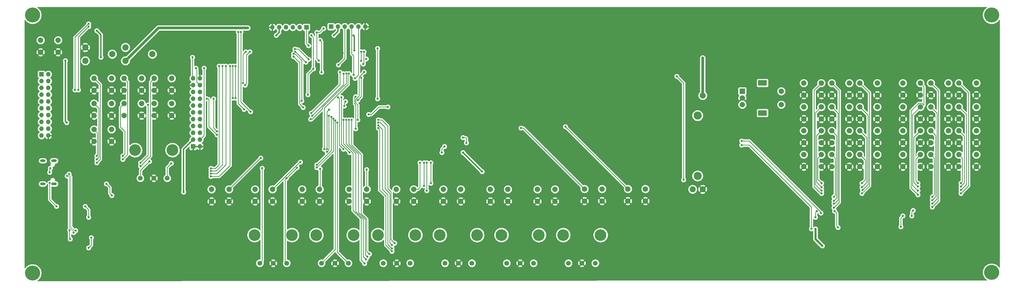
<source format=gbr>
%TF.GenerationSoftware,KiCad,Pcbnew,(5.1.10)-1*%
%TF.CreationDate,2021-10-29T17:57:07+02:00*%
%TF.ProjectId,xfm2-ui-board,78666d32-2d75-4692-9d62-6f6172642e6b,rev?*%
%TF.SameCoordinates,Original*%
%TF.FileFunction,Copper,L2,Bot*%
%TF.FilePolarity,Positive*%
%FSLAX46Y46*%
G04 Gerber Fmt 4.6, Leading zero omitted, Abs format (unit mm)*
G04 Created by KiCad (PCBNEW (5.1.10)-1) date 2021-10-29 17:57:07*
%MOMM*%
%LPD*%
G01*
G04 APERTURE LIST*
%TA.AperFunction,ConnectorPad*%
%ADD10C,5.600000*%
%TD*%
%TA.AperFunction,ComponentPad*%
%ADD11C,3.600000*%
%TD*%
%TA.AperFunction,ComponentPad*%
%ADD12R,1.700000X1.700000*%
%TD*%
%TA.AperFunction,ComponentPad*%
%ADD13O,1.700000X1.700000*%
%TD*%
%TA.AperFunction,ComponentPad*%
%ADD14C,2.000000*%
%TD*%
%TA.AperFunction,ComponentPad*%
%ADD15O,2.000000X1.000000*%
%TD*%
%TA.AperFunction,ComponentPad*%
%ADD16O,2.100000X1.050000*%
%TD*%
%TA.AperFunction,ComponentPad*%
%ADD17C,4.350000*%
%TD*%
%TA.AperFunction,ComponentPad*%
%ADD18C,1.800000*%
%TD*%
%TA.AperFunction,ComponentPad*%
%ADD19C,2.340000*%
%TD*%
%TA.AperFunction,ComponentPad*%
%ADD20C,2.250000*%
%TD*%
%TA.AperFunction,ComponentPad*%
%ADD21C,3.000000*%
%TD*%
%TA.AperFunction,ComponentPad*%
%ADD22R,2.000000X2.000000*%
%TD*%
%TA.AperFunction,ComponentPad*%
%ADD23R,3.200000X2.000000*%
%TD*%
%TA.AperFunction,ViaPad*%
%ADD24C,0.800000*%
%TD*%
%TA.AperFunction,Conductor*%
%ADD25C,0.250000*%
%TD*%
%TA.AperFunction,Conductor*%
%ADD26C,0.500000*%
%TD*%
%TA.AperFunction,Conductor*%
%ADD27C,1.000000*%
%TD*%
%TA.AperFunction,Conductor*%
%ADD28C,0.750000*%
%TD*%
%TA.AperFunction,Conductor*%
%ADD29C,0.200000*%
%TD*%
%TA.AperFunction,Conductor*%
%ADD30C,0.254000*%
%TD*%
%TA.AperFunction,Conductor*%
%ADD31C,0.100000*%
%TD*%
G04 APERTURE END LIST*
D10*
%TO.P,REF\u002A\u002A,1*%
%TO.N,N/C*%
X11176000Y-133604000D03*
D11*
X11176000Y-133604000D03*
%TD*%
D10*
%TO.P,REF\u002A\u002A,1*%
%TO.N,N/C*%
X367792000Y-37338000D03*
D11*
X367792000Y-37338000D03*
%TD*%
D10*
%TO.P,REF\u002A\u002A,1*%
%TO.N,N/C*%
X367792000Y-133350000D03*
D11*
X367792000Y-133350000D03*
%TD*%
D10*
%TO.P,REF\u002A\u002A,1*%
%TO.N,N/C*%
X11176000Y-37338000D03*
D11*
X11176000Y-37338000D03*
%TD*%
D12*
%TO.P,J5,1*%
%TO.N,/D22*%
X113030000Y-41910000D03*
D13*
%TO.P,J5,2*%
%TO.N,/SCK_D52*%
X110490000Y-41910000D03*
%TO.P,J5,3*%
%TO.N,/MOSI_D51*%
X107950000Y-41910000D03*
%TO.P,J5,4*%
%TO.N,/MISO_D50*%
X105410000Y-41910000D03*
%TO.P,J5,5*%
%TO.N,+5V*%
X102870000Y-41910000D03*
%TO.P,J5,6*%
%TO.N,GND*%
X100330000Y-41910000D03*
%TD*%
D14*
%TO.P,SW3,1*%
%TO.N,/FK_F6*%
X187904378Y-102362000D03*
%TO.P,SW3,2*%
%TO.N,GND*%
X187904378Y-106862000D03*
%TO.P,SW3,1*%
%TO.N,/FK_F6*%
X181404378Y-102362000D03*
%TO.P,SW3,2*%
%TO.N,GND*%
X181404378Y-106862000D03*
%TD*%
%TO.P,SW10,2*%
%TO.N,GND*%
X198906187Y-106862000D03*
%TO.P,SW10,1*%
%TO.N,/FK_F7*%
X198906187Y-102362000D03*
%TO.P,SW10,2*%
%TO.N,GND*%
X205406187Y-106862000D03*
%TO.P,SW10,1*%
%TO.N,/FK_F7*%
X205406187Y-102362000D03*
%TD*%
%TO.P,SW1,2*%
%TO.N,GND*%
X14160500Y-51236000D03*
%TO.P,SW1,1*%
%TO.N,/RESET*%
X14160500Y-46736000D03*
%TO.P,SW1,2*%
%TO.N,GND*%
X20660500Y-51236000D03*
%TO.P,SW1,1*%
%TO.N,/RESET*%
X20660500Y-46736000D03*
%TD*%
%TO.P,SW6,1*%
%TO.N,/Numpad_7*%
X341272000Y-62738000D03*
%TO.P,SW6,2*%
%TO.N,GND*%
X341272000Y-67238000D03*
%TO.P,SW6,1*%
%TO.N,/Numpad_7*%
X334772000Y-62738000D03*
%TO.P,SW6,2*%
%TO.N,GND*%
X334772000Y-67238000D03*
%TD*%
D12*
%TO.P,J2,1*%
%TO.N,/MISO_D50*%
X122174000Y-41656000D03*
D13*
%TO.P,J2,2*%
%TO.N,+5V*%
X124714000Y-41656000D03*
%TO.P,J2,3*%
%TO.N,/SCK_D52*%
X127254000Y-41656000D03*
%TO.P,J2,4*%
%TO.N,/MOSI_D51*%
X129794000Y-41656000D03*
%TO.P,J2,5*%
%TO.N,/RESET*%
X132334000Y-41656000D03*
%TO.P,J2,6*%
%TO.N,GND*%
X134874000Y-41656000D03*
%TD*%
D14*
%TO.P,SW9,2*%
%TO.N,GND*%
X93895333Y-106862000D03*
%TO.P,SW9,1*%
%TO.N,/FK_F1*%
X93895333Y-102362000D03*
%TO.P,SW9,2*%
%TO.N,GND*%
X100395333Y-106862000D03*
%TO.P,SW9,1*%
%TO.N,/FK_F1*%
X100395333Y-102362000D03*
%TD*%
D12*
%TO.P,J1,1*%
%TO.N,/UART_TX_3.3V*%
X14478000Y-59436000D03*
D13*
%TO.P,J1,2*%
%TO.N,/UART_RX_3.3V*%
X17018000Y-59436000D03*
%TO.P,J1,3*%
%TO.N,/MIDI_IN*%
X14478000Y-61976000D03*
%TO.P,J1,4*%
%TO.N,/MIDI_IN_INV*%
X17018000Y-61976000D03*
%TO.P,J1,5*%
%TO.N,/MIDI_OUT*%
X14478000Y-64516000D03*
%TO.P,J1,6*%
%TO.N,/MIDI_OUT_INV*%
X17018000Y-64516000D03*
%TO.P,J1,7*%
%TO.N,/RX1_D45*%
X14478000Y-67056000D03*
%TO.P,J1,8*%
%TO.N,/TX1_D46*%
X17018000Y-67056000D03*
%TO.P,J1,9*%
%TO.N,Net-(J1-Pad9)*%
X14478000Y-69596000D03*
%TO.P,J1,10*%
%TO.N,Net-(J1-Pad10)*%
X17018000Y-69596000D03*
%TO.P,J1,11*%
%TO.N,/SPDIF_OUT*%
X14478000Y-72136000D03*
%TO.P,J1,12*%
%TO.N,/I2S_MUTE*%
X17018000Y-72136000D03*
%TO.P,J1,13*%
%TO.N,/I2S_SDA*%
X14478000Y-74676000D03*
%TO.P,J1,14*%
%TO.N,/I2S_WS*%
X17018000Y-74676000D03*
%TO.P,J1,15*%
%TO.N,/I2S_SCK*%
X14478000Y-77216000D03*
%TO.P,J1,16*%
%TO.N,Net-(J1-Pad16)*%
X17018000Y-77216000D03*
%TO.P,J1,17*%
%TO.N,Net-(J1-Pad17)*%
X14478000Y-79756000D03*
%TO.P,J1,18*%
%TO.N,+5V*%
X17018000Y-79756000D03*
%TO.P,J1,19*%
%TO.N,+3V3*%
X14478000Y-82296000D03*
%TO.P,J1,20*%
%TO.N,GND*%
X17018000Y-82296000D03*
%TD*%
D15*
%TO.P,J4,S2*%
%TO.N,Net-(J4-PadS2)*%
X14986000Y-91692000D03*
%TO.P,J4,S3*%
%TO.N,Net-(J4-PadS3)*%
X14986000Y-100332000D03*
D16*
%TO.P,J4,S1*%
%TO.N,Net-(J4-PadS1)*%
X19166000Y-91692000D03*
%TO.P,J4,S4*%
%TO.N,Net-(J4-PadS4)*%
X19166000Y-100332000D03*
%TD*%
D14*
%TO.P,SW8,1*%
%TO.N,/DPad_Page_Prev*%
X304442000Y-71628000D03*
%TO.P,SW8,2*%
%TO.N,GND*%
X304442000Y-76128000D03*
%TO.P,SW8,1*%
%TO.N,/DPad_Page_Prev*%
X297942000Y-71628000D03*
%TO.P,SW8,2*%
%TO.N,GND*%
X297942000Y-76128000D03*
%TD*%
%TO.P,SW4,1*%
%TO.N,/MD_Utility*%
X62888000Y-60960000D03*
%TO.P,SW4,2*%
%TO.N,GND*%
X62888000Y-65460000D03*
%TO.P,SW4,1*%
%TO.N,/MD_Utility*%
X56388000Y-60960000D03*
%TO.P,SW4,2*%
%TO.N,GND*%
X56388000Y-65460000D03*
%TD*%
D12*
%TO.P,J3,1*%
%TO.N,GND*%
X70866000Y-86360000D03*
D13*
%TO.P,J3,2*%
X73406000Y-86360000D03*
%TO.P,J3,3*%
%TO.N,+5V*%
X70866000Y-83820000D03*
%TO.P,J3,4*%
%TO.N,/V0*%
X73406000Y-83820000D03*
%TO.P,J3,5*%
%TO.N,/RX2_D17*%
X70866000Y-81280000D03*
%TO.P,J3,6*%
%TO.N,+5V*%
X73406000Y-81280000D03*
%TO.P,J3,7*%
%TO.N,/TX3_D14*%
X70866000Y-78740000D03*
%TO.P,J3,8*%
%TO.N,/CD*%
X73406000Y-78740000D03*
%TO.P,J3,9*%
%TO.N,/NC*%
X70866000Y-76200000D03*
%TO.P,J3,10*%
%TO.N,/TX2_D16*%
X73406000Y-76200000D03*
%TO.P,J3,11*%
%TO.N,/D8*%
X70866000Y-73660000D03*
%TO.P,J3,12*%
%TO.N,/D9*%
X73406000Y-73660000D03*
%TO.P,J3,13*%
%TO.N,/D10*%
X70866000Y-71120000D03*
%TO.P,J3,14*%
%TO.N,/D11*%
X73406000Y-71120000D03*
%TO.P,J3,15*%
%TO.N,/D4*%
X70866000Y-68580000D03*
%TO.P,J3,16*%
%TO.N,/D5*%
X73406000Y-68580000D03*
%TO.P,J3,17*%
%TO.N,/D6*%
X70866000Y-66040000D03*
%TO.P,J3,18*%
%TO.N,/D7*%
X73406000Y-66040000D03*
%TO.P,J3,19*%
%TO.N,GND*%
X70866000Y-63500000D03*
%TO.P,J3,20*%
%TO.N,/VOUT*%
X73406000Y-63500000D03*
%TO.P,J3,21*%
%TO.N,/LED_A*%
X70866000Y-60960000D03*
%TO.P,J3,22*%
%TO.N,GND*%
X73406000Y-60960000D03*
%TD*%
D14*
%TO.P,SW2,1*%
%TO.N,/FK_Shift*%
X84224000Y-102362000D03*
%TO.P,SW2,2*%
%TO.N,GND*%
X84224000Y-106862000D03*
%TO.P,SW2,1*%
%TO.N,/FK_Shift*%
X77724000Y-102362000D03*
%TO.P,SW2,2*%
%TO.N,GND*%
X77724000Y-106862000D03*
%TD*%
%TO.P,SW7,1*%
%TO.N,/DPad_Up*%
X314856000Y-80518000D03*
%TO.P,SW7,2*%
%TO.N,GND*%
X314856000Y-85018000D03*
%TO.P,SW7,1*%
%TO.N,/DPad_Up*%
X308356000Y-80518000D03*
%TO.P,SW7,2*%
%TO.N,GND*%
X308356000Y-85018000D03*
%TD*%
%TO.P,SW5,1*%
%TO.N,/Numpad_1*%
X341272000Y-80518000D03*
%TO.P,SW5,2*%
%TO.N,GND*%
X341272000Y-85018000D03*
%TO.P,SW5,1*%
%TO.N,/Numpad_1*%
X334772000Y-80518000D03*
%TO.P,SW5,2*%
%TO.N,GND*%
X334772000Y-85018000D03*
%TD*%
%TO.P,SW11,2*%
%TO.N,GND*%
X34036000Y-74858000D03*
%TO.P,SW11,1*%
%TO.N,/MD_Edit*%
X34036000Y-70358000D03*
%TO.P,SW11,2*%
%TO.N,GND*%
X40536000Y-74858000D03*
%TO.P,SW11,1*%
%TO.N,/MD_Edit*%
X40536000Y-70358000D03*
%TD*%
%TO.P,SW12,2*%
%TO.N,GND*%
X345186000Y-85018000D03*
%TO.P,SW12,1*%
%TO.N,/Numpad_2*%
X345186000Y-80518000D03*
%TO.P,SW12,2*%
%TO.N,GND*%
X351686000Y-85018000D03*
%TO.P,SW12,1*%
%TO.N,/Numpad_2*%
X351686000Y-80518000D03*
%TD*%
%TO.P,SW19,1*%
%TO.N,/Numpad_3*%
X362100000Y-80518000D03*
%TO.P,SW19,2*%
%TO.N,GND*%
X362100000Y-85018000D03*
%TO.P,SW19,1*%
%TO.N,/Numpad_3*%
X355600000Y-80518000D03*
%TO.P,SW19,2*%
%TO.N,GND*%
X355600000Y-85018000D03*
%TD*%
%TO.P,SW20,1*%
%TO.N,/Numpad_9*%
X362100000Y-62738000D03*
%TO.P,SW20,2*%
%TO.N,GND*%
X362100000Y-67238000D03*
%TO.P,SW20,1*%
%TO.N,/Numpad_9*%
X355600000Y-62738000D03*
%TO.P,SW20,2*%
%TO.N,GND*%
X355600000Y-67238000D03*
%TD*%
%TO.P,SW24,2*%
%TO.N,GND*%
X232537000Y-106735000D03*
%TO.P,SW24,1*%
%TO.N,/FK_Exit*%
X232537000Y-102235000D03*
%TO.P,SW24,2*%
%TO.N,GND*%
X239037000Y-106735000D03*
%TO.P,SW24,1*%
%TO.N,/FK_Exit*%
X239037000Y-102235000D03*
%TD*%
%TO.P,SW25,1*%
%TO.N,/MD_Memory*%
X62888000Y-70358000D03*
%TO.P,SW25,2*%
%TO.N,GND*%
X62888000Y-74858000D03*
%TO.P,SW25,1*%
%TO.N,/MD_Memory*%
X56388000Y-70358000D03*
%TO.P,SW25,2*%
%TO.N,GND*%
X56388000Y-74858000D03*
%TD*%
%TO.P,SW21,1*%
%TO.N,/DPad_Select*%
X304442000Y-62738000D03*
%TO.P,SW21,2*%
%TO.N,GND*%
X304442000Y-67238000D03*
%TO.P,SW21,1*%
%TO.N,/DPad_Select*%
X297942000Y-62738000D03*
%TO.P,SW21,2*%
%TO.N,GND*%
X297942000Y-67238000D03*
%TD*%
%TO.P,SW22,1*%
%TO.N,/DPad_Left*%
X304442000Y-89408000D03*
%TO.P,SW22,2*%
%TO.N,GND*%
X304442000Y-93908000D03*
%TO.P,SW22,1*%
%TO.N,/DPad_Left*%
X297942000Y-89408000D03*
%TO.P,SW22,2*%
%TO.N,GND*%
X297942000Y-93908000D03*
%TD*%
%TO.P,SW28,2*%
%TO.N,GND*%
X308356000Y-67238000D03*
%TO.P,SW28,1*%
%TO.N,/DPad_Element*%
X308356000Y-62738000D03*
%TO.P,SW28,2*%
%TO.N,GND*%
X314856000Y-67238000D03*
%TO.P,SW28,1*%
%TO.N,/DPad_Element*%
X314856000Y-62738000D03*
%TD*%
%TO.P,SW13,2*%
%TO.N,GND*%
X308356000Y-93908000D03*
%TO.P,SW13,1*%
%TO.N,/DPad_Down*%
X308356000Y-89408000D03*
%TO.P,SW13,2*%
%TO.N,GND*%
X314856000Y-93908000D03*
%TO.P,SW13,1*%
%TO.N,/DPad_Down*%
X314856000Y-89408000D03*
%TD*%
%TO.P,SW15,2*%
%TO.N,GND*%
X308356000Y-76128000D03*
%TO.P,SW15,1*%
%TO.N,/DPad_Page_Next*%
X308356000Y-71628000D03*
%TO.P,SW15,2*%
%TO.N,GND*%
X314856000Y-76128000D03*
%TO.P,SW15,1*%
%TO.N,/DPad_Page_Next*%
X314856000Y-71628000D03*
%TD*%
%TO.P,SW16,1*%
%TO.N,/FK_F2*%
X117897142Y-102362000D03*
%TO.P,SW16,2*%
%TO.N,GND*%
X117897142Y-106862000D03*
%TO.P,SW16,1*%
%TO.N,/FK_F2*%
X111397142Y-102362000D03*
%TO.P,SW16,2*%
%TO.N,GND*%
X111397142Y-106862000D03*
%TD*%
%TO.P,SW30,2*%
%TO.N,GND*%
X318770000Y-93908000D03*
%TO.P,SW30,1*%
%TO.N,/DPad_Right*%
X318770000Y-89408000D03*
%TO.P,SW30,2*%
%TO.N,GND*%
X325270000Y-93908000D03*
%TO.P,SW30,1*%
%TO.N,/DPad_Right*%
X325270000Y-89408000D03*
%TD*%
%TO.P,SW14,2*%
%TO.N,GND*%
X345186000Y-67238000D03*
%TO.P,SW14,1*%
%TO.N,/Numpad_8*%
X345186000Y-62738000D03*
%TO.P,SW14,2*%
%TO.N,GND*%
X351686000Y-67238000D03*
%TO.P,SW14,1*%
%TO.N,/Numpad_8*%
X351686000Y-62738000D03*
%TD*%
%TO.P,SW32,2*%
%TO.N,GND*%
X345186000Y-93908000D03*
%TO.P,SW32,1*%
%TO.N,/Numpad_Sign*%
X345186000Y-89408000D03*
%TO.P,SW32,2*%
%TO.N,GND*%
X351686000Y-93908000D03*
%TO.P,SW32,1*%
%TO.N,/Numpad_Sign*%
X351686000Y-89408000D03*
%TD*%
%TO.P,SW23,1*%
%TO.N,/FK_F3*%
X135398951Y-102362000D03*
%TO.P,SW23,2*%
%TO.N,GND*%
X135398951Y-106862000D03*
%TO.P,SW23,1*%
%TO.N,/FK_F3*%
X128898951Y-102362000D03*
%TO.P,SW23,2*%
%TO.N,GND*%
X128898951Y-106862000D03*
%TD*%
%TO.P,SW18,2*%
%TO.N,GND*%
X45212000Y-74858000D03*
%TO.P,SW18,1*%
%TO.N,/MD_Copy*%
X45212000Y-70358000D03*
%TO.P,SW18,2*%
%TO.N,GND*%
X51712000Y-74858000D03*
%TO.P,SW18,1*%
%TO.N,/MD_Copy*%
X51712000Y-70358000D03*
%TD*%
%TO.P,SW26,2*%
%TO.N,GND*%
X334772000Y-93908000D03*
%TO.P,SW26,1*%
%TO.N,/Numpad_0*%
X334772000Y-89408000D03*
%TO.P,SW26,2*%
%TO.N,GND*%
X341272000Y-93908000D03*
%TO.P,SW26,1*%
%TO.N,/Numpad_0*%
X341272000Y-89408000D03*
%TD*%
%TO.P,SW34,1*%
%TO.N,/Numpad_5*%
X351686000Y-71628000D03*
%TO.P,SW34,2*%
%TO.N,GND*%
X351686000Y-76128000D03*
%TO.P,SW34,1*%
%TO.N,/Numpad_5*%
X345186000Y-71628000D03*
%TO.P,SW34,2*%
%TO.N,GND*%
X345186000Y-76128000D03*
%TD*%
%TO.P,SW27,2*%
%TO.N,GND*%
X334772000Y-76128000D03*
%TO.P,SW27,1*%
%TO.N,/Numpad_4*%
X334772000Y-71628000D03*
%TO.P,SW27,2*%
%TO.N,GND*%
X341272000Y-76128000D03*
%TO.P,SW27,1*%
%TO.N,/Numpad_4*%
X341272000Y-71628000D03*
%TD*%
%TO.P,SW29,1*%
%TO.N,/FK_F4*%
X152900760Y-102362000D03*
%TO.P,SW29,2*%
%TO.N,GND*%
X152900760Y-106862000D03*
%TO.P,SW29,1*%
%TO.N,/FK_F4*%
X146400760Y-102362000D03*
%TO.P,SW29,2*%
%TO.N,GND*%
X146400760Y-106862000D03*
%TD*%
%TO.P,SW31,2*%
%TO.N,GND*%
X34036000Y-84510000D03*
%TO.P,SW31,1*%
%TO.N,/MD_EF_Bypass*%
X34036000Y-80010000D03*
%TO.P,SW31,2*%
%TO.N,GND*%
X40536000Y-84510000D03*
%TO.P,SW31,1*%
%TO.N,/MD_EF_Bypass*%
X40536000Y-80010000D03*
%TD*%
%TO.P,SW35,1*%
%TO.N,/DPad_No*%
X304442000Y-80518000D03*
%TO.P,SW35,2*%
%TO.N,GND*%
X304442000Y-85018000D03*
%TO.P,SW35,1*%
%TO.N,/DPad_No*%
X297942000Y-80518000D03*
%TO.P,SW35,2*%
%TO.N,GND*%
X297942000Y-85018000D03*
%TD*%
%TO.P,SW33,2*%
%TO.N,GND*%
X163902569Y-106862000D03*
%TO.P,SW33,1*%
%TO.N,/FK_F5*%
X163902569Y-102362000D03*
%TO.P,SW33,2*%
%TO.N,GND*%
X170402569Y-106862000D03*
%TO.P,SW33,1*%
%TO.N,/FK_F5*%
X170402569Y-102362000D03*
%TD*%
%TO.P,SW17,1*%
%TO.N,/FK_F8*%
X222908000Y-102235000D03*
%TO.P,SW17,2*%
%TO.N,GND*%
X222908000Y-106735000D03*
%TO.P,SW17,1*%
%TO.N,/FK_F8*%
X216408000Y-102235000D03*
%TO.P,SW17,2*%
%TO.N,GND*%
X216408000Y-106735000D03*
%TD*%
%TO.P,SW48,2*%
%TO.N,GND*%
X318770000Y-76128000D03*
%TO.P,SW48,1*%
%TO.N,/DPad_Jump*%
X318770000Y-71628000D03*
%TO.P,SW48,2*%
%TO.N,GND*%
X325270000Y-76128000D03*
%TO.P,SW48,1*%
%TO.N,/DPad_Jump*%
X325270000Y-71628000D03*
%TD*%
D17*
%TO.P,SW44,MH2*%
%TO.N,Net-(SW44-PadMH2)*%
X222389000Y-119421000D03*
%TO.P,SW44,MH1*%
%TO.N,Net-(SW44-PadMH1)*%
X208489000Y-119421000D03*
D18*
%TO.P,SW44,C1*%
%TO.N,/D27*%
X220439000Y-129921000D03*
%TO.P,SW44,B1*%
%TO.N,GND*%
X215439000Y-129921000D03*
%TO.P,SW44,A1*%
%TO.N,/D28*%
X210439000Y-129921000D03*
%TD*%
D19*
%TO.P,RV1,1*%
%TO.N,/VOUT*%
X30797500Y-54419500D03*
%TO.P,RV1,2*%
%TO.N,/V0*%
X40797500Y-51919500D03*
%TO.P,RV1,3*%
%TO.N,GND*%
X30797500Y-49419500D03*
%TD*%
D18*
%TO.P,SW46,A1*%
%TO.N,/D41*%
X51244500Y-98234500D03*
%TO.P,SW46,B1*%
%TO.N,GND*%
X56244500Y-98234500D03*
%TO.P,SW46,C1*%
%TO.N,/D40*%
X61244500Y-98234500D03*
D17*
%TO.P,SW46,MH1*%
%TO.N,Net-(SW46-PadMH1)*%
X49294500Y-87734500D03*
%TO.P,SW46,MH2*%
%TO.N,Net-(SW46-PadMH2)*%
X63194500Y-87734500D03*
%TD*%
D19*
%TO.P,RV2,3*%
%TO.N,/LED_A*%
X45720000Y-49419500D03*
%TO.P,RV2,2*%
X55720000Y-51919500D03*
%TO.P,RV2,1*%
%TO.N,+5V*%
X45720000Y-54419500D03*
%TD*%
D14*
%TO.P,SW50,2*%
%TO.N,GND*%
X45212000Y-65460000D03*
%TO.P,SW50,1*%
%TO.N,/MD_Multi*%
X45212000Y-60960000D03*
%TO.P,SW50,2*%
%TO.N,GND*%
X51712000Y-65460000D03*
%TO.P,SW50,1*%
%TO.N,/MD_Multi*%
X51712000Y-60960000D03*
%TD*%
D20*
%TO.P,RV3,1*%
%TO.N,GND*%
X260350000Y-102362000D03*
%TO.P,RV3,2*%
%TO.N,/A0*%
X256600000Y-102362000D03*
%TO.P,RV3,3*%
%TO.N,+5V*%
X260350000Y-67362000D03*
D21*
%TO.P,RV3,MH1*%
%TO.N,N/C*%
X258475000Y-97362000D03*
%TO.P,RV3,MH2*%
X258475000Y-74862000D03*
%TD*%
D17*
%TO.P,SW43,MH2*%
%TO.N,Net-(SW43-PadMH2)*%
X130567800Y-119421000D03*
%TO.P,SW43,MH1*%
%TO.N,Net-(SW43-PadMH1)*%
X116667800Y-119421000D03*
D18*
%TO.P,SW43,C1*%
%TO.N,/D34*%
X128617800Y-129921000D03*
%TO.P,SW43,B1*%
%TO.N,GND*%
X123617800Y-129921000D03*
%TO.P,SW43,A1*%
%TO.N,/D35*%
X118617800Y-129921000D03*
%TD*%
%TO.P,SW40,A1*%
%TO.N,/D37*%
X95662501Y-129921000D03*
%TO.P,SW40,B1*%
%TO.N,GND*%
X100662501Y-129921000D03*
%TO.P,SW40,C1*%
%TO.N,/D36*%
X105662501Y-129921000D03*
D17*
%TO.P,SW40,MH1*%
%TO.N,Net-(SW40-PadMH1)*%
X93712501Y-119421000D03*
%TO.P,SW40,MH2*%
%TO.N,Net-(SW40-PadMH2)*%
X107612501Y-119421000D03*
%TD*%
D18*
%TO.P,SW47,A1*%
%TO.N,/D31*%
X164528398Y-129921000D03*
%TO.P,SW47,B1*%
%TO.N,GND*%
X169528398Y-129921000D03*
%TO.P,SW47,C1*%
%TO.N,/D30*%
X174528398Y-129921000D03*
D17*
%TO.P,SW47,MH1*%
%TO.N,Net-(SW47-PadMH1)*%
X162578398Y-119421000D03*
%TO.P,SW47,MH2*%
%TO.N,Net-(SW47-PadMH2)*%
X176478398Y-119421000D03*
%TD*%
D14*
%TO.P,SW49,1*%
%TO.N,/MD_Voice*%
X40536000Y-60960000D03*
%TO.P,SW49,2*%
%TO.N,GND*%
X40536000Y-65460000D03*
%TO.P,SW49,1*%
%TO.N,/MD_Voice*%
X34036000Y-60960000D03*
%TO.P,SW49,2*%
%TO.N,GND*%
X34036000Y-65460000D03*
%TD*%
D22*
%TO.P,SW42,A*%
%TO.N,/D26*%
X275082000Y-65786000D03*
D14*
%TO.P,SW42,C*%
%TO.N,GND*%
X275082000Y-68286000D03*
%TO.P,SW42,B*%
%TO.N,/D25*%
X275082000Y-70786000D03*
D23*
%TO.P,SW42,MP*%
%TO.N,N/C*%
X282582000Y-62686000D03*
X282582000Y-73886000D03*
D14*
%TO.P,SW42,S2*%
%TO.N,Net-(SW42-PadS2)*%
X289582000Y-65786000D03*
%TO.P,SW42,S1*%
%TO.N,Net-(SW42-PadS1)*%
X289582000Y-70786000D03*
%TD*%
D18*
%TO.P,SW41,A1*%
%TO.N,/D39*%
X187483697Y-129921000D03*
%TO.P,SW41,B1*%
%TO.N,GND*%
X192483697Y-129921000D03*
%TO.P,SW41,C1*%
%TO.N,/D29*%
X197483697Y-129921000D03*
D17*
%TO.P,SW41,MH1*%
%TO.N,Net-(SW41-PadMH1)*%
X185533697Y-119421000D03*
%TO.P,SW41,MH2*%
%TO.N,Net-(SW41-PadMH2)*%
X199433697Y-119421000D03*
%TD*%
%TO.P,SW45,MH2*%
%TO.N,Net-(SW45-PadMH2)*%
X153523099Y-119421000D03*
%TO.P,SW45,MH1*%
%TO.N,Net-(SW45-PadMH1)*%
X139623099Y-119421000D03*
D18*
%TO.P,SW45,C1*%
%TO.N,/D32*%
X151573099Y-129921000D03*
%TO.P,SW45,B1*%
%TO.N,GND*%
X146573099Y-129921000D03*
%TO.P,SW45,A1*%
%TO.N,/D33*%
X141573099Y-129921000D03*
%TD*%
D14*
%TO.P,SW39,2*%
%TO.N,GND*%
X318770000Y-85018000D03*
%TO.P,SW39,1*%
%TO.N,/DPad_Yes*%
X318770000Y-80518000D03*
%TO.P,SW39,2*%
%TO.N,GND*%
X325270000Y-85018000D03*
%TO.P,SW39,1*%
%TO.N,/DPad_Yes*%
X325270000Y-80518000D03*
%TD*%
%TO.P,SW38,2*%
%TO.N,GND*%
X355600000Y-93908000D03*
%TO.P,SW38,1*%
%TO.N,/Numpad_Enter*%
X355600000Y-89408000D03*
%TO.P,SW38,2*%
%TO.N,GND*%
X362100000Y-93908000D03*
%TO.P,SW38,1*%
%TO.N,/Numpad_Enter*%
X362100000Y-89408000D03*
%TD*%
%TO.P,SW36,1*%
%TO.N,/DPad_Operator*%
X325270000Y-62738000D03*
%TO.P,SW36,2*%
%TO.N,GND*%
X325270000Y-67238000D03*
%TO.P,SW36,1*%
%TO.N,/DPad_Operator*%
X318770000Y-62738000D03*
%TO.P,SW36,2*%
%TO.N,GND*%
X318770000Y-67238000D03*
%TD*%
%TO.P,SW37,2*%
%TO.N,GND*%
X355600000Y-76128000D03*
%TO.P,SW37,1*%
%TO.N,/Numpad_6*%
X355600000Y-71628000D03*
%TO.P,SW37,2*%
%TO.N,GND*%
X362100000Y-76128000D03*
%TO.P,SW37,1*%
%TO.N,/Numpad_6*%
X362100000Y-71628000D03*
%TD*%
D24*
%TO.N,GND*%
X28463471Y-117591000D03*
X20828000Y-115062000D03*
X28194000Y-115570000D03*
X122174000Y-61722000D03*
X128016000Y-70866000D03*
X162038041Y-91961959D03*
X355346000Y-113030000D03*
X341884000Y-111760000D03*
X137668000Y-59436000D03*
X114896965Y-68327729D03*
X115570000Y-67056000D03*
X99568000Y-76962000D03*
X45466000Y-43434000D03*
X126529000Y-51562000D03*
X134621617Y-68172000D03*
X133858000Y-70358000D03*
X18034000Y-109220000D03*
%TO.N,+5V*%
X309372000Y-110490000D03*
X310642000Y-116586000D03*
X302260000Y-112776000D03*
X302768000Y-110490000D03*
X338074000Y-112268000D03*
X338582000Y-110236000D03*
X40640000Y-104648000D03*
X38608000Y-100330000D03*
X67310000Y-103378000D03*
X36576000Y-53086000D03*
X35052000Y-43180000D03*
X91186000Y-42164000D03*
X260350000Y-53340000D03*
X127508000Y-69596000D03*
X127092125Y-71248699D03*
X132080000Y-69088000D03*
X302260000Y-117094000D03*
X304800000Y-123444000D03*
X171196000Y-88646000D03*
X178308000Y-95758000D03*
X115570000Y-57404000D03*
X114855998Y-44910002D03*
X123237998Y-44910002D03*
X101806002Y-44910002D03*
X130810000Y-50546000D03*
X130519000Y-44910002D03*
X171196000Y-83058000D03*
X172466000Y-85043990D03*
X113538000Y-67056000D03*
X135255000Y-53721000D03*
X133350000Y-60706000D03*
X23876000Y-77470000D03*
X23368000Y-54356000D03*
%TO.N,/VBUS*%
X17562655Y-100011378D03*
X32004000Y-112776000D03*
X20066000Y-108712000D03*
X30734000Y-108712000D03*
X24933213Y-117560788D03*
X25146000Y-120904000D03*
%TO.N,/SDA_D20*%
X274828000Y-85852000D03*
X300736000Y-117094000D03*
X124714000Y-68072000D03*
X126746000Y-87376000D03*
X77470000Y-95535994D03*
X81788000Y-56388000D03*
X108204000Y-52832000D03*
X111760000Y-71810999D03*
%TO.N,/SCL_D21*%
X334772000Y-112268000D03*
X334010000Y-116332000D03*
X274828000Y-84328000D03*
X304292000Y-111215000D03*
X125984000Y-68072000D03*
X129032000Y-88646000D03*
X164338000Y-86360000D03*
X163380000Y-88646000D03*
X77470000Y-94535991D03*
X80518000Y-56388000D03*
X108204000Y-51816000D03*
X111252000Y-69342000D03*
%TO.N,/MISO_D50*%
X119380000Y-42360001D03*
X116840000Y-43810001D03*
X117602000Y-54356000D03*
%TO.N,/SCK_D52*%
X124879572Y-55947603D03*
%TO.N,/MOSI_D51*%
X130556000Y-59690000D03*
%TO.N,/RESET*%
X131064000Y-60960000D03*
X118110000Y-46736000D03*
X118618000Y-58674000D03*
%TO.N,/V0*%
X74930000Y-57150000D03*
%TO.N,/RX2_D17*%
X119629347Y-87371347D03*
X128833088Y-59193532D03*
%TO.N,/TX2_D16*%
X127821664Y-59179651D03*
X114554000Y-76200000D03*
%TO.N,/D8*%
X126822437Y-59219000D03*
X115121861Y-74960008D03*
%TO.N,/D9*%
X125480653Y-58669347D03*
X114818971Y-73925259D03*
%TO.N,/D10*%
X85602653Y-56392653D03*
X85598000Y-68326000D03*
%TO.N,/D11*%
X86618369Y-56402243D03*
X86614000Y-68326000D03*
%TO.N,/D4*%
X134433089Y-58597605D03*
X132080000Y-76454000D03*
X79793000Y-80772000D03*
X78486000Y-68580000D03*
%TO.N,/D5*%
X75946000Y-68580000D03*
X79756000Y-82042000D03*
X131318000Y-79756000D03*
X131284846Y-67784846D03*
%TO.N,/D6*%
X113796653Y-53852653D03*
X108710399Y-50021130D03*
X90424000Y-51054000D03*
X89408000Y-62738000D03*
%TO.N,/D7*%
X112776000Y-54901000D03*
X90170000Y-63500000D03*
X91948000Y-51054000D03*
X108804882Y-51016659D03*
%TO.N,/VOUT*%
X71882000Y-57150000D03*
%TO.N,/LED_A*%
X70612000Y-53086000D03*
%TO.N,/D-*%
X17526000Y-96012000D03*
X17780000Y-94497001D03*
X24755232Y-96656768D03*
X27206598Y-117783560D03*
%TO.N,/D+*%
X24012768Y-97399232D03*
X26464134Y-118526024D03*
%TO.N,Net-(R8-Pad2)*%
X33020000Y-120396000D03*
X32004000Y-124206000D03*
%TO.N,/FK_Shift*%
X96012000Y-90678000D03*
%TO.N,/FK_F6*%
X157734000Y-102870000D03*
X157734000Y-92456000D03*
%TO.N,/MD_Utility*%
X51308000Y-93726000D03*
%TO.N,/Numpad_1*%
X340360000Y-101346000D03*
%TO.N,/Numpad_7*%
X340360000Y-104394000D03*
%TO.N,/DPad_Up*%
X309118000Y-106680000D03*
%TO.N,/DPad_Page_Prev*%
X304546000Y-102870000D03*
%TO.N,/FK_F1*%
X110744000Y-92202000D03*
%TO.N,/FK_F7*%
X159258000Y-100076000D03*
X159258000Y-92456000D03*
%TO.N,/MD_Edit*%
X35052000Y-91186000D03*
%TO.N,/Numpad_2*%
X345694000Y-106426000D03*
%TO.N,/DPad_Down*%
X309118000Y-105156000D03*
%TO.N,/Numpad_8*%
X345694000Y-108966000D03*
%TO.N,/DPad_Page_Next*%
X309118000Y-107696000D03*
%TO.N,/FK_F2*%
X118110000Y-94742000D03*
%TO.N,/FK_F8*%
X192786000Y-79502000D03*
%TO.N,/MD_Copy*%
X44704000Y-89916000D03*
%TO.N,/Numpad_3*%
X356362000Y-101346000D03*
%TO.N,/Numpad_9*%
X356362000Y-103886000D03*
%TO.N,/DPad_Select*%
X304546000Y-103886000D03*
%TO.N,/DPad_Left*%
X304546000Y-100076000D03*
%TO.N,/FK_F3*%
X135382000Y-94996000D03*
%TO.N,/FK_Exit*%
X209296000Y-78994000D03*
%TO.N,/MD_Memory*%
X54102000Y-70866000D03*
X51308000Y-92456000D03*
%TO.N,/Numpad_0*%
X340360000Y-100076000D03*
%TO.N,/Numpad_4*%
X340360000Y-102870000D03*
%TO.N,/DPad_Element*%
X309118000Y-109220000D03*
%TO.N,/FK_F4*%
X155194000Y-92456000D03*
%TO.N,/DPad_Right*%
X319532000Y-100076000D03*
%TO.N,/MD_EF_Bypass*%
X35052000Y-89916000D03*
%TO.N,/Numpad_Sign*%
X345694000Y-105156000D03*
%TO.N,/FK_F5*%
X156718000Y-101092000D03*
X156718000Y-92456000D03*
%TO.N,/Numpad_5*%
X345694000Y-107696000D03*
%TO.N,/DPad_No*%
X304546000Y-101600000D03*
%TO.N,/DPad_Operator*%
X319532000Y-103886000D03*
%TO.N,/Numpad_6*%
X356362000Y-102616000D03*
%TO.N,/Numpad_Enter*%
X356362000Y-100076000D03*
%TO.N,/DPad_Yes*%
X319532000Y-101600000D03*
%TO.N,/D41*%
X121412000Y-72644000D03*
X120650000Y-87376000D03*
X54610000Y-91948000D03*
%TO.N,/RX1_D45*%
X28194000Y-65278000D03*
X32004000Y-41656000D03*
X87630000Y-43688000D03*
X89807999Y-72535999D03*
%TO.N,/TX1_D46*%
X26924000Y-65278000D03*
X32004000Y-40640000D03*
X88646000Y-43688000D03*
X92202000Y-73406000D03*
%TO.N,/D40*%
X121375000Y-74930000D03*
X120654653Y-88396653D03*
X62761840Y-92668480D03*
%TO.N,/D37*%
X122281398Y-75352431D03*
X116840000Y-93218000D03*
X96520000Y-94488000D03*
%TO.N,/D36*%
X123022197Y-76024160D03*
X116840000Y-94234000D03*
X105574319Y-98208319D03*
X109511319Y-94271319D03*
%TO.N,/D35*%
X123747197Y-76735435D03*
%TO.N,/D34*%
X124472197Y-77470000D03*
%TO.N,/D33*%
X134620000Y-130048000D03*
X126746000Y-76454000D03*
%TO.N,/D32*%
X135128000Y-128524000D03*
X127746003Y-76454000D03*
%TO.N,/D31*%
X135636000Y-127508000D03*
X128778000Y-76454000D03*
%TO.N,/D30*%
X136398000Y-126492000D03*
X129794000Y-76454000D03*
%TO.N,/D39*%
X144780000Y-125476000D03*
X139695347Y-79506653D03*
%TO.N,/D29*%
X144784653Y-124455347D03*
X139700000Y-78486000D03*
%TO.N,/D28*%
X144780000Y-123190000D03*
X139700000Y-77454003D03*
%TO.N,/D27*%
X145796000Y-122428000D03*
X139700000Y-76454000D03*
%TO.N,/D26*%
X143256000Y-71628000D03*
X136144000Y-74422000D03*
%TO.N,/D22*%
X113792000Y-48768000D03*
X139446000Y-49784000D03*
X139446000Y-68580000D03*
%TO.N,/A0*%
X253238000Y-98806000D03*
X250698000Y-60198000D03*
%TO.N,/AVR_TX*%
X77470000Y-96535997D03*
X83058000Y-56388000D03*
X134366000Y-51054000D03*
X134112000Y-55626000D03*
%TO.N,/AVR_RX*%
X77470000Y-97536000D03*
X84582000Y-56388000D03*
X133350000Y-51054000D03*
X133350000Y-54446000D03*
%TO.N,/DPad_Jump*%
X319786000Y-102616000D03*
%TO.N,/MD_Voice*%
X35052000Y-92456000D03*
%TO.N,/MD_Multi*%
X44704000Y-91186000D03*
%TD*%
D25*
%TO.N,+5V*%
X309372000Y-110490000D02*
X310134000Y-111252000D01*
X310134000Y-116078000D02*
X310642000Y-116586000D01*
X310134000Y-111252000D02*
X310134000Y-116078000D01*
X302260000Y-112776000D02*
X302260000Y-111252000D01*
X302260000Y-110998000D02*
X302768000Y-110490000D01*
X302260000Y-111252000D02*
X302260000Y-110998000D01*
X338074000Y-112268000D02*
X338074000Y-110998000D01*
X338074000Y-110744000D02*
X338582000Y-110236000D01*
X338074000Y-110998000D02*
X338074000Y-110744000D01*
X40640000Y-104648000D02*
X39878000Y-103886000D01*
X39878000Y-101600000D02*
X38608000Y-100330000D01*
X39878000Y-103886000D02*
X39878000Y-101600000D01*
D26*
X67310000Y-87376000D02*
X67310000Y-103378000D01*
X70866000Y-83820000D02*
X67310000Y-87376000D01*
X36576000Y-44704000D02*
X35052000Y-43180000D01*
X36576000Y-53086000D02*
X36576000Y-44704000D01*
D27*
X57975500Y-42164000D02*
X91186000Y-42164000D01*
X45720000Y-54419500D02*
X57975500Y-42164000D01*
X260350000Y-53340000D02*
X260350000Y-67362000D01*
D25*
X127092125Y-70011875D02*
X127508000Y-69596000D01*
X127092125Y-71248699D02*
X127092125Y-70011875D01*
X133350000Y-67818000D02*
X132080000Y-69088000D01*
D28*
X302260000Y-120904000D02*
X304800000Y-123444000D01*
X302260000Y-117094000D02*
X302260000Y-120904000D01*
D26*
X171196000Y-88646000D02*
X178308000Y-95758000D01*
D25*
X115570000Y-45624004D02*
X114855998Y-44910002D01*
X115570000Y-57404000D02*
X115570000Y-45624004D01*
D26*
X124714000Y-43434000D02*
X123237998Y-44910002D01*
X124714000Y-41656000D02*
X124714000Y-43434000D01*
X102870000Y-43846004D02*
X101806002Y-44910002D01*
X102870000Y-41910000D02*
X102870000Y-43846004D01*
X130810000Y-45201002D02*
X130519000Y-44910002D01*
X130810000Y-50546000D02*
X130810000Y-45201002D01*
D25*
X171196000Y-83058000D02*
X172212000Y-83058000D01*
X172466000Y-83312000D02*
X172466000Y-85043990D01*
X172212000Y-83058000D02*
X172466000Y-83312000D01*
X113538000Y-59436000D02*
X115570000Y-57404000D01*
X113538000Y-67056000D02*
X113538000Y-59436000D01*
X133350000Y-60706000D02*
X133350000Y-67818000D01*
D26*
X23368000Y-76962000D02*
X23368000Y-54356000D01*
X23876000Y-77470000D02*
X23368000Y-76962000D01*
D25*
%TO.N,/VBUS*%
X17562655Y-106208655D02*
X17562655Y-100011378D01*
X20066000Y-108712000D02*
X17562655Y-106208655D01*
X32004000Y-109982000D02*
X30734000Y-108712000D01*
X32004000Y-112776000D02*
X32004000Y-109982000D01*
X24933213Y-120691213D02*
X25146000Y-120904000D01*
X24933213Y-117560788D02*
X24933213Y-120691213D01*
%TO.N,/SDA_D20*%
X274828000Y-85852000D02*
X277368000Y-85852000D01*
X277368000Y-85852000D02*
X277622000Y-85852000D01*
X300736000Y-108966000D02*
X300736000Y-117094000D01*
X277622000Y-85852000D02*
X300736000Y-108966000D01*
X124714000Y-68072000D02*
X125222000Y-68580000D01*
X125222000Y-85852000D02*
X126746000Y-87376000D01*
X125222000Y-68580000D02*
X125222000Y-85852000D01*
X77470000Y-95535994D02*
X79470006Y-95535994D01*
X81788000Y-93218000D02*
X81788000Y-56388000D01*
X79470006Y-95535994D02*
X81788000Y-93218000D01*
X108204000Y-52832000D02*
X110490000Y-55118000D01*
X110490000Y-70540999D02*
X111760000Y-71810999D01*
X110490000Y-55118000D02*
X110490000Y-70540999D01*
%TO.N,/SCL_D21*%
X334010000Y-113030000D02*
X334010000Y-116332000D01*
X334772000Y-112268000D02*
X334010000Y-113030000D01*
X304292000Y-110940998D02*
X304292000Y-111215000D01*
X277679002Y-84328000D02*
X304292000Y-110940998D01*
X274828000Y-84328000D02*
X277679002Y-84328000D01*
X125984000Y-68072000D02*
X125984000Y-76454000D01*
X125984000Y-76454000D02*
X125984000Y-85540998D01*
X129032000Y-88588998D02*
X129032000Y-88646000D01*
X125984000Y-85540998D02*
X129032000Y-88588998D01*
X163380000Y-87318000D02*
X163380000Y-88646000D01*
X164338000Y-86360000D02*
X163380000Y-87318000D01*
X77470000Y-94535991D02*
X78946009Y-94535991D01*
X78946009Y-94535991D02*
X79200009Y-94535991D01*
X80518000Y-93218000D02*
X80518000Y-56388000D01*
X79200009Y-94535991D02*
X80518000Y-93218000D01*
X108769685Y-51816000D02*
X111252000Y-54298315D01*
X111252000Y-54298315D02*
X111252000Y-69342000D01*
X108204000Y-51816000D02*
X108769685Y-51816000D01*
%TO.N,/MISO_D50*%
X117930000Y-43810001D02*
X116840000Y-43810001D01*
X119380000Y-42360001D02*
X117930000Y-43810001D01*
X116840000Y-53594000D02*
X117602000Y-54356000D01*
X116840000Y-43810001D02*
X116840000Y-53594000D01*
%TO.N,/SCK_D52*%
X126746000Y-54081175D02*
X124879572Y-55947603D01*
X127254000Y-53573175D02*
X126746000Y-54081175D01*
X127254000Y-41656000D02*
X127254000Y-53573175D01*
%TO.N,/MOSI_D51*%
X130556000Y-59690000D02*
X130556000Y-52578000D01*
X130556000Y-52578000D02*
X129794000Y-51816000D01*
X129794000Y-41656000D02*
X129794000Y-51816000D01*
%TO.N,/RESET*%
X132334000Y-59690000D02*
X131064000Y-60960000D01*
X132334000Y-41656000D02*
X132334000Y-59690000D01*
X118618000Y-47244000D02*
X118618000Y-58674000D01*
X118110000Y-46736000D02*
X118618000Y-47244000D01*
%TO.N,/V0*%
X74930000Y-82296000D02*
X73406000Y-83820000D01*
X74930000Y-57150000D02*
X74930000Y-82296000D01*
%TO.N,/RX2_D17*%
X119629347Y-87371347D02*
X119629347Y-72083651D01*
X128461644Y-63251354D02*
X126082499Y-65630499D01*
X126082499Y-65630499D02*
X126434998Y-65278000D01*
X119629347Y-72083651D02*
X126082499Y-65630499D01*
X128461644Y-59564976D02*
X128833088Y-59193532D01*
X128461644Y-63251354D02*
X128461644Y-59564976D01*
%TO.N,/TX2_D16*%
X127821664Y-59179651D02*
X127821664Y-62896615D01*
X118981139Y-72338546D02*
X118981139Y-71737139D01*
X115119685Y-76200000D02*
X118981139Y-72338546D01*
X114554000Y-76200000D02*
X115119685Y-76200000D01*
X127821664Y-62896615D02*
X118981139Y-71737139D01*
%TO.N,/D8*%
X126822437Y-63259432D02*
X126822437Y-59219000D01*
X119322283Y-70759586D02*
X126822437Y-63259432D01*
X119322283Y-70759586D02*
X115121861Y-74960008D01*
%TO.N,/D9*%
X125480653Y-63263663D02*
X125233158Y-63511158D01*
X125480653Y-58669347D02*
X125480653Y-63263663D01*
X125233158Y-63511158D02*
X118883158Y-69861158D01*
X118883072Y-69861158D02*
X114818971Y-73925259D01*
X118883158Y-69861158D02*
X118883072Y-69861158D01*
%TO.N,/D10*%
X85602653Y-68321347D02*
X85598000Y-68326000D01*
X85602653Y-56392653D02*
X85602653Y-68321347D01*
%TO.N,/D11*%
X86618369Y-68321631D02*
X86614000Y-68326000D01*
X86618369Y-56402243D02*
X86618369Y-68321631D01*
%TO.N,/D4*%
X131354999Y-68739999D02*
X131354999Y-70140999D01*
X132624999Y-67469999D02*
X131354999Y-68739999D01*
X132624999Y-60405695D02*
X132624999Y-67469999D01*
X134433089Y-58597605D02*
X132624999Y-60405695D01*
X132080000Y-70866000D02*
X132080000Y-76454000D01*
X131354999Y-70140999D02*
X132080000Y-70866000D01*
X79793000Y-80772000D02*
X78523000Y-79502000D01*
X78523000Y-68617000D02*
X78486000Y-68580000D01*
X78523000Y-79502000D02*
X78523000Y-68617000D01*
%TO.N,/D5*%
X75946000Y-68580000D02*
X76708000Y-68580000D01*
X76708000Y-78994000D02*
X79756000Y-82042000D01*
X76708000Y-68580000D02*
X76708000Y-78994000D01*
X130884847Y-68184845D02*
X130884847Y-70432847D01*
X131284846Y-67784846D02*
X130884847Y-68184845D01*
X131318000Y-70866000D02*
X131318000Y-77216000D01*
X130884847Y-70432847D02*
X131318000Y-70866000D01*
X131318000Y-77216000D02*
X131318000Y-76904998D01*
X131318000Y-79756000D02*
X131318000Y-77216000D01*
%TO.N,/D6*%
X109965130Y-50021130D02*
X108710399Y-50021130D01*
X113796653Y-53852653D02*
X109965130Y-50021130D01*
X89444999Y-62701001D02*
X89408000Y-62738000D01*
X89444999Y-52033001D02*
X89444999Y-62701001D01*
X90424000Y-51054000D02*
X89444999Y-52033001D01*
%TO.N,/D7*%
X108965999Y-51090999D02*
X108748999Y-51090999D01*
X112776000Y-54901000D02*
X108965999Y-51090999D01*
X90170000Y-63500000D02*
X90678000Y-62992000D01*
X90678000Y-52324000D02*
X91948000Y-51054000D01*
X90678000Y-62992000D02*
X90678000Y-52324000D01*
%TO.N,/VOUT*%
X72230999Y-57498999D02*
X71882000Y-57150000D01*
X72230999Y-62324999D02*
X72230999Y-57498999D01*
X73406000Y-63500000D02*
X72230999Y-62324999D01*
%TO.N,/LED_A*%
X70612000Y-60706000D02*
X70866000Y-60960000D01*
X70612000Y-53086000D02*
X70612000Y-60706000D01*
%TO.N,/D-*%
X17526000Y-94751001D02*
X17780000Y-94497001D01*
X17526000Y-96012000D02*
X17526000Y-94751001D01*
D29*
X26782333Y-117783560D02*
X27206598Y-117783560D01*
X25371000Y-97696801D02*
X25371000Y-116372227D01*
X24755232Y-96656768D02*
X24755232Y-97081033D01*
X25371000Y-116372227D02*
X26782333Y-117783560D01*
X24755232Y-97081033D02*
X25371000Y-97696801D01*
%TO.N,/D+*%
X26464134Y-118101759D02*
X26464134Y-118526024D01*
X24921000Y-116558625D02*
X26464134Y-118101759D01*
X24437033Y-97399232D02*
X24921000Y-97883199D01*
X24012768Y-97399232D02*
X24437033Y-97399232D01*
X24921000Y-97883199D02*
X24921000Y-116558625D01*
D25*
%TO.N,Net-(R8-Pad2)*%
X33020000Y-123190000D02*
X32004000Y-124206000D01*
X33020000Y-120396000D02*
X33020000Y-123190000D01*
%TO.N,/FK_Shift*%
X95908000Y-90678000D02*
X96012000Y-90678000D01*
X84224000Y-102362000D02*
X95908000Y-90678000D01*
%TO.N,/FK_F6*%
X157734000Y-102870000D02*
X157734000Y-92456000D01*
%TO.N,/MD_Utility*%
X55062999Y-89971001D02*
X51308000Y-93726000D01*
X55062999Y-62285001D02*
X55062999Y-89971001D01*
X56388000Y-60960000D02*
X55062999Y-62285001D01*
%TO.N,/Numpad_1*%
X341272000Y-80518000D02*
X338836000Y-82954000D01*
X338836000Y-99822000D02*
X340360000Y-101346000D01*
X338836000Y-82954000D02*
X338836000Y-99822000D01*
%TO.N,/Numpad_7*%
X341908001Y-70302999D02*
X340635999Y-70302999D01*
X342597001Y-70991999D02*
X341908001Y-70302999D01*
X340635999Y-70302999D02*
X337820000Y-73118998D01*
X342597001Y-64063001D02*
X342597001Y-70991999D01*
X341272000Y-62738000D02*
X342597001Y-64063001D01*
X337820000Y-101854000D02*
X339852000Y-103886000D01*
X337820000Y-73118998D02*
X337820000Y-101854000D01*
X339852000Y-103886000D02*
X340360000Y-104394000D01*
%TO.N,/DPad_Up*%
X308356000Y-80518000D02*
X310134000Y-82296000D01*
X310134000Y-82296000D02*
X310134000Y-105664000D01*
X310134000Y-105664000D02*
X309118000Y-106680000D01*
%TO.N,/DPad_Page_Prev*%
X302216981Y-100584000D02*
X303784000Y-102108000D01*
X302216981Y-73853019D02*
X302216981Y-100584000D01*
X304442000Y-71628000D02*
X302216981Y-73853019D01*
X303784000Y-102108000D02*
X304546000Y-102870000D01*
%TO.N,/FK_F1*%
X110555333Y-92202000D02*
X110744000Y-92202000D01*
X100395333Y-102362000D02*
X110555333Y-92202000D01*
%TO.N,/FK_F7*%
X159258000Y-100076000D02*
X159258000Y-92456000D01*
%TO.N,/MD_Edit*%
X34036000Y-70358000D02*
X35814000Y-72136000D01*
X35814000Y-90424000D02*
X35052000Y-91186000D01*
X35814000Y-72136000D02*
X35814000Y-90424000D01*
%TO.N,/Numpad_2*%
X345186000Y-80518000D02*
X346964000Y-82296000D01*
X346964000Y-105156000D02*
X345694000Y-106426000D01*
X346964000Y-82296000D02*
X346964000Y-105156000D01*
%TO.N,/DPad_Down*%
X309681001Y-104592999D02*
X309118000Y-105156000D01*
X309681001Y-90733001D02*
X309681001Y-104592999D01*
X308356000Y-89408000D02*
X309681001Y-90733001D01*
%TO.N,/Numpad_8*%
X345186000Y-62738000D02*
X347980000Y-65532000D01*
X347980000Y-106680000D02*
X345694000Y-108966000D01*
X347980000Y-65532000D02*
X347980000Y-106680000D01*
%TO.N,/DPad_Page_Next*%
X310642000Y-106229002D02*
X310642000Y-106426000D01*
X310642000Y-73914000D02*
X310642000Y-106229002D01*
X308356000Y-71628000D02*
X310642000Y-73914000D01*
X309372000Y-107696000D02*
X309118000Y-107696000D01*
X310642000Y-106426000D02*
X309372000Y-107696000D01*
%TO.N,/FK_F2*%
X118110000Y-102149142D02*
X117897142Y-102362000D01*
X118110000Y-94742000D02*
X118110000Y-102149142D01*
%TO.N,/FK_F8*%
X193675000Y-79502000D02*
X192786000Y-79502000D01*
X216408000Y-102235000D02*
X193675000Y-79502000D01*
%TO.N,/MD_Copy*%
X43886999Y-71683001D02*
X43886999Y-79192999D01*
X45212000Y-70358000D02*
X43886999Y-71683001D01*
X43886999Y-79192999D02*
X45466000Y-80772000D01*
X45466000Y-89154000D02*
X44704000Y-89916000D01*
X45466000Y-80772000D02*
X45466000Y-89154000D01*
%TO.N,/Numpad_3*%
X355600000Y-80518000D02*
X357632000Y-82550000D01*
X356362000Y-101149002D02*
X356362000Y-101346000D01*
X357632000Y-99879002D02*
X356362000Y-101149002D01*
X357632000Y-82550000D02*
X357632000Y-99879002D01*
%TO.N,/Numpad_9*%
X355600000Y-62738000D02*
X359156000Y-66294000D01*
X359156000Y-101092000D02*
X356362000Y-103886000D01*
X359156000Y-66294000D02*
X359156000Y-101092000D01*
%TO.N,/DPad_Select*%
X304234998Y-103886000D02*
X304546000Y-103886000D01*
X301766971Y-101417973D02*
X304234998Y-103886000D01*
X301766971Y-65413029D02*
X301766971Y-101417973D01*
X304442000Y-62738000D02*
X301766971Y-65413029D01*
%TO.N,/DPad_Left*%
X303116999Y-98646999D02*
X304546000Y-100076000D01*
X303116999Y-90733001D02*
X303116999Y-98646999D01*
X304442000Y-89408000D02*
X303116999Y-90733001D01*
%TO.N,/FK_F3*%
X135382000Y-102345049D02*
X135398951Y-102362000D01*
X135382000Y-94996000D02*
X135382000Y-102345049D01*
%TO.N,/FK_Exit*%
X232537000Y-102235000D02*
X209296000Y-78994000D01*
%TO.N,/MD_Memory*%
X54102000Y-89662000D02*
X51308000Y-92456000D01*
X54102000Y-70866000D02*
X54102000Y-89662000D01*
%TO.N,/Numpad_0*%
X341272000Y-89408000D02*
X339598000Y-91082000D01*
X339598000Y-99314000D02*
X340360000Y-100076000D01*
X339598000Y-91082000D02*
X339598000Y-99314000D01*
%TO.N,/Numpad_4*%
X338385991Y-100895991D02*
X340106000Y-102616000D01*
X338385991Y-74514009D02*
X338385991Y-100895991D01*
X341272000Y-71628000D02*
X338385991Y-74514009D01*
X340106000Y-102616000D02*
X340360000Y-102870000D01*
%TO.N,/DPad_Element*%
X311092009Y-65474009D02*
X311092009Y-107188000D01*
X308356000Y-62738000D02*
X311092009Y-65474009D01*
X311092009Y-107245991D02*
X309118000Y-109220000D01*
X311092009Y-107188000D02*
X311092009Y-107245991D01*
%TO.N,/FK_F4*%
X152900760Y-102362000D02*
X154432000Y-102362000D01*
X155194000Y-101600000D02*
X155194000Y-92456000D01*
X154432000Y-102362000D02*
X155194000Y-101600000D01*
%TO.N,/DPad_Right*%
X318770000Y-89408000D02*
X320802000Y-91440000D01*
X320802000Y-98806000D02*
X319532000Y-100076000D01*
X320802000Y-91440000D02*
X320802000Y-98806000D01*
%TO.N,/MD_EF_Bypass*%
X35361001Y-81335001D02*
X35361001Y-89606999D01*
X34036000Y-80010000D02*
X35361001Y-81335001D01*
X35361001Y-89606999D02*
X35052000Y-89916000D01*
%TO.N,/Numpad_Sign*%
X346511001Y-90733001D02*
X346511001Y-104338999D01*
X345186000Y-89408000D02*
X346511001Y-90733001D01*
X346511001Y-104338999D02*
X345694000Y-105156000D01*
%TO.N,/FK_F5*%
X156718000Y-101092000D02*
X156718000Y-92456000D01*
%TO.N,/Numpad_5*%
X345186000Y-71628000D02*
X347472000Y-73914000D01*
X347472000Y-105918000D02*
X345694000Y-107696000D01*
X347472000Y-73914000D02*
X347472000Y-105918000D01*
%TO.N,/DPad_No*%
X302666990Y-99720990D02*
X304546000Y-101600000D01*
X302666990Y-82293010D02*
X302666990Y-99720990D01*
X304442000Y-80518000D02*
X302666990Y-82293010D01*
%TO.N,/DPad_Operator*%
X318770000Y-62738000D02*
X322326000Y-66294000D01*
X319589002Y-103886000D02*
X319532000Y-103886000D01*
X322326000Y-101149002D02*
X319589002Y-103886000D01*
X322326000Y-66294000D02*
X322326000Y-101149002D01*
%TO.N,/Numpad_6*%
X355600000Y-71628000D02*
X358394000Y-74422000D01*
X358394000Y-100584000D02*
X356362000Y-102616000D01*
X358394000Y-74422000D02*
X358394000Y-100584000D01*
%TO.N,/Numpad_Enter*%
X356925001Y-90733001D02*
X356925001Y-99512999D01*
X355600000Y-89408000D02*
X356925001Y-90733001D01*
X356925001Y-99512999D02*
X356362000Y-100076000D01*
%TO.N,/DPad_Yes*%
X318770000Y-80518000D02*
X321310000Y-83058000D01*
X321310000Y-99822000D02*
X319532000Y-101600000D01*
X321310000Y-83058000D02*
X321310000Y-99822000D01*
%TO.N,/D41*%
X120650000Y-73406000D02*
X120650000Y-87376000D01*
X121412000Y-72644000D02*
X120650000Y-73406000D01*
X54610000Y-91948000D02*
X51308000Y-95250000D01*
X51308000Y-98171000D02*
X51244500Y-98234500D01*
X51308000Y-95250000D02*
X51308000Y-98171000D01*
%TO.N,/RX1_D45*%
X28194000Y-45466000D02*
X32004000Y-41656000D01*
X28194000Y-65278000D02*
X28194000Y-45466000D01*
X87630000Y-70358000D02*
X89807999Y-72535999D01*
X87630000Y-43688000D02*
X87630000Y-70358000D01*
%TO.N,/TX1_D46*%
X31946998Y-40640000D02*
X32004000Y-40640000D01*
X26924000Y-45662998D02*
X31946998Y-40640000D01*
X26924000Y-65278000D02*
X26924000Y-45662998D01*
X88646000Y-43688000D02*
X88646000Y-69850000D01*
X88646000Y-69850000D02*
X92202000Y-73406000D01*
%TO.N,/D40*%
X121375000Y-87676306D02*
X120654653Y-88396653D01*
X121375000Y-74930000D02*
X121375000Y-87676306D01*
X61244500Y-94185820D02*
X61244500Y-98234500D01*
X62761840Y-92668480D02*
X61244500Y-94185820D01*
%TO.N,/D37*%
X116906308Y-93218000D02*
X116840000Y-93218000D01*
X122281398Y-87842910D02*
X116906308Y-93218000D01*
X122281398Y-75352431D02*
X122281398Y-87842910D01*
X96520000Y-129063501D02*
X95662501Y-129921000D01*
X96520000Y-94488000D02*
X96520000Y-129063501D01*
%TO.N,/D36*%
X116897002Y-94234000D02*
X116840000Y-94234000D01*
X123022197Y-88108805D02*
X116897002Y-94234000D01*
X123022197Y-76024160D02*
X123022197Y-88108805D01*
X105112500Y-129370999D02*
X105662501Y-129921000D01*
X105112500Y-98670138D02*
X105112500Y-129370999D01*
X105574319Y-98208319D02*
X105112500Y-98670138D01*
X109511319Y-94271319D02*
X105574319Y-98208319D01*
%TO.N,/D35*%
X123747197Y-124791603D02*
X118617800Y-129921000D01*
X123747197Y-76735435D02*
X123747197Y-124791603D01*
%TO.N,/D34*%
X124472197Y-125775397D02*
X128617800Y-129921000D01*
X124472197Y-77470000D02*
X124472197Y-125775397D01*
%TO.N,/D33*%
X130302000Y-110236000D02*
X133350000Y-113284000D01*
X133350000Y-128778000D02*
X134620000Y-130048000D01*
X133350000Y-113284000D02*
X133350000Y-128778000D01*
X130302000Y-88842998D02*
X130302000Y-88900000D01*
X126746000Y-85286998D02*
X130302000Y-88842998D01*
X126746000Y-76454000D02*
X126746000Y-85286998D01*
X130302000Y-88900000D02*
X130302000Y-110236000D01*
%TO.N,/D32*%
X131318000Y-110615590D02*
X134112000Y-113409590D01*
X134112000Y-127508000D02*
X135128000Y-128524000D01*
X134112000Y-113409590D02*
X134112000Y-127508000D01*
X127746003Y-85328003D02*
X131318000Y-88900000D01*
X131318000Y-88900000D02*
X131318000Y-110615590D01*
X127746003Y-76454000D02*
X127746003Y-85328003D01*
%TO.N,/D31*%
X132334000Y-110995180D02*
X134874000Y-113535180D01*
X134874000Y-126746000D02*
X135636000Y-127508000D01*
X134874000Y-113535180D02*
X134874000Y-126746000D01*
X128778000Y-85598000D02*
X132334000Y-89154000D01*
X128778000Y-76454000D02*
X128778000Y-85598000D01*
X132334000Y-89154000D02*
X132334000Y-110995180D01*
%TO.N,/D30*%
X133350000Y-111374770D02*
X135382000Y-113406770D01*
X135382000Y-125476000D02*
X136398000Y-126492000D01*
X135382000Y-113406770D02*
X135382000Y-125476000D01*
X129794000Y-76454000D02*
X129794000Y-85852000D01*
X132080000Y-88138000D02*
X133350000Y-89408000D01*
X129794000Y-85852000D02*
X132080000Y-88138000D01*
X133350000Y-89408000D02*
X133350000Y-111374770D01*
%TO.N,/D39*%
X140208000Y-102630242D02*
X142494000Y-104916242D01*
X140208000Y-86614000D02*
X140208000Y-102630242D01*
X142494000Y-123190000D02*
X144780000Y-125476000D01*
X142494000Y-104916242D02*
X142494000Y-123190000D01*
X139695347Y-79506653D02*
X140208000Y-80019306D01*
X140208000Y-80019306D02*
X140208000Y-86614000D01*
%TO.N,/D29*%
X141224000Y-86614000D02*
X141224000Y-102362000D01*
X141224000Y-102362000D02*
X143256000Y-104394000D01*
X143256000Y-104394000D02*
X143256000Y-107696000D01*
X143256000Y-122926694D02*
X144784653Y-124455347D01*
X143256000Y-107696000D02*
X143256000Y-122926694D01*
X139700000Y-78486000D02*
X141224000Y-80010000D01*
X141224000Y-80010000D02*
X141224000Y-86614000D01*
%TO.N,/D28*%
X142240000Y-86614000D02*
X142240000Y-102108000D01*
X142240000Y-102108000D02*
X144018000Y-103886000D01*
X144018000Y-122428000D02*
X144780000Y-123190000D01*
X144018000Y-103886000D02*
X144018000Y-122428000D01*
X139700000Y-77454003D02*
X140446003Y-77454003D01*
X142240000Y-79248000D02*
X142240000Y-86614000D01*
X140446003Y-77454003D02*
X142240000Y-79248000D01*
%TO.N,/D27*%
X143256000Y-86614000D02*
X143256000Y-102108000D01*
X144468010Y-121100010D02*
X145796000Y-122428000D01*
X144468010Y-103320010D02*
X144468010Y-121100010D01*
X143256000Y-102108000D02*
X144468010Y-103320010D01*
X139700000Y-76454000D02*
X140970000Y-76454000D01*
X143256000Y-78740000D02*
X143256000Y-86614000D01*
X140970000Y-76454000D02*
X143256000Y-78740000D01*
%TO.N,/D26*%
X143256000Y-71628000D02*
X139954000Y-71628000D01*
X137160000Y-74422000D02*
X136144000Y-74422000D01*
X139954000Y-71628000D02*
X137160000Y-74422000D01*
%TO.N,/D22*%
X113030000Y-48006000D02*
X113792000Y-48768000D01*
X113030000Y-41910000D02*
X113030000Y-48006000D01*
X139446000Y-49784000D02*
X139446000Y-68580000D01*
%TO.N,/A0*%
X253238000Y-62738000D02*
X250698000Y-60198000D01*
X253238000Y-98806000D02*
X253238000Y-62738000D01*
%TO.N,/AVR_TX*%
X77470000Y-96535997D02*
X79740003Y-96535997D01*
X83058000Y-93218000D02*
X83058000Y-56388000D01*
X79740003Y-96535997D02*
X83058000Y-93218000D01*
X134366000Y-55372000D02*
X134112000Y-55626000D01*
X134366000Y-51054000D02*
X134366000Y-55372000D01*
%TO.N,/AVR_RX*%
X77470000Y-97536000D02*
X80518000Y-97536000D01*
X84582000Y-93472000D02*
X84582000Y-56388000D01*
X80518000Y-97536000D02*
X84582000Y-93472000D01*
X133350000Y-51054000D02*
X133350000Y-54446000D01*
%TO.N,/DPad_Jump*%
X318770000Y-71628000D02*
X321818000Y-74676000D01*
X321818000Y-100584000D02*
X319786000Y-102616000D01*
X321818000Y-74676000D02*
X321818000Y-100584000D01*
%TO.N,/MD_Voice*%
X34036000Y-60960000D02*
X36322000Y-63246000D01*
X36322000Y-91186000D02*
X35052000Y-92456000D01*
X36322000Y-63246000D02*
X36322000Y-91186000D01*
%TO.N,/MD_Multi*%
X46537001Y-89352999D02*
X44704000Y-91186000D01*
X46537001Y-62285001D02*
X46537001Y-89352999D01*
X45212000Y-60960000D02*
X46537001Y-62285001D01*
%TD*%
D30*
%TO.N,GND*%
X365602315Y-34669862D02*
X365123862Y-35148315D01*
X364747943Y-35710918D01*
X364489006Y-36336048D01*
X364357000Y-36999682D01*
X364357000Y-37676318D01*
X364489006Y-38339952D01*
X364747943Y-38965082D01*
X365123862Y-39527685D01*
X365602315Y-40006138D01*
X366164918Y-40382057D01*
X366790048Y-40640994D01*
X367453682Y-40773000D01*
X368130318Y-40773000D01*
X368793952Y-40640994D01*
X369419082Y-40382057D01*
X369981685Y-40006138D01*
X370460138Y-39527685D01*
X370688000Y-39186665D01*
X370688001Y-131501336D01*
X370460138Y-131160315D01*
X369981685Y-130681862D01*
X369419082Y-130305943D01*
X368793952Y-130047006D01*
X368130318Y-129915000D01*
X367453682Y-129915000D01*
X366790048Y-130047006D01*
X366164918Y-130305943D01*
X365602315Y-130681862D01*
X365123862Y-131160315D01*
X364747943Y-131722918D01*
X364489006Y-132348048D01*
X364357000Y-133011682D01*
X364357000Y-133688318D01*
X364489006Y-134351952D01*
X364747943Y-134977082D01*
X365123862Y-135539685D01*
X365602315Y-136018138D01*
X365943335Y-136246000D01*
X259366054Y-136246000D01*
X259365695Y-136245965D01*
X259333775Y-136246000D01*
X259301581Y-136246000D01*
X259301219Y-136246036D01*
X27685690Y-136500000D01*
X13024665Y-136500000D01*
X13365685Y-136272138D01*
X13844138Y-135793685D01*
X14220057Y-135231082D01*
X14478994Y-134605952D01*
X14611000Y-133942318D01*
X14611000Y-133265682D01*
X14478994Y-132602048D01*
X14220057Y-131976918D01*
X13844138Y-131414315D01*
X13365685Y-130935862D01*
X12803082Y-130559943D01*
X12177952Y-130301006D01*
X11514318Y-130169000D01*
X10837682Y-130169000D01*
X10174048Y-130301006D01*
X9548918Y-130559943D01*
X8986315Y-130935862D01*
X8507862Y-131414315D01*
X8280000Y-131755335D01*
X8280000Y-124104061D01*
X30969000Y-124104061D01*
X30969000Y-124307939D01*
X31008774Y-124507898D01*
X31086795Y-124696256D01*
X31200063Y-124865774D01*
X31344226Y-125009937D01*
X31513744Y-125123205D01*
X31702102Y-125201226D01*
X31902061Y-125241000D01*
X32105939Y-125241000D01*
X32305898Y-125201226D01*
X32494256Y-125123205D01*
X32663774Y-125009937D01*
X32807937Y-124865774D01*
X32921205Y-124696256D01*
X32999226Y-124507898D01*
X33039000Y-124307939D01*
X33039000Y-124245801D01*
X33531003Y-123753799D01*
X33560001Y-123730001D01*
X33588727Y-123694998D01*
X33654974Y-123614277D01*
X33725546Y-123482247D01*
X33725546Y-123482246D01*
X33769003Y-123338986D01*
X33780000Y-123227333D01*
X33780000Y-123227323D01*
X33783676Y-123190000D01*
X33780000Y-123152678D01*
X33780000Y-121099711D01*
X33823937Y-121055774D01*
X33937205Y-120886256D01*
X34015226Y-120697898D01*
X34055000Y-120497939D01*
X34055000Y-120294061D01*
X34015226Y-120094102D01*
X33937205Y-119905744D01*
X33823937Y-119736226D01*
X33679774Y-119592063D01*
X33510256Y-119478795D01*
X33321898Y-119400774D01*
X33121939Y-119361000D01*
X32918061Y-119361000D01*
X32718102Y-119400774D01*
X32529744Y-119478795D01*
X32360226Y-119592063D01*
X32216063Y-119736226D01*
X32102795Y-119905744D01*
X32024774Y-120094102D01*
X31985000Y-120294061D01*
X31985000Y-120497939D01*
X32024774Y-120697898D01*
X32102795Y-120886256D01*
X32216063Y-121055774D01*
X32260000Y-121099711D01*
X32260001Y-122875197D01*
X31964199Y-123171000D01*
X31902061Y-123171000D01*
X31702102Y-123210774D01*
X31513744Y-123288795D01*
X31344226Y-123402063D01*
X31200063Y-123546226D01*
X31086795Y-123715744D01*
X31008774Y-123904102D01*
X30969000Y-124104061D01*
X8280000Y-124104061D01*
X8280000Y-100332000D01*
X13345509Y-100332000D01*
X13367423Y-100554499D01*
X13432324Y-100768447D01*
X13537716Y-100965623D01*
X13679551Y-101138449D01*
X13852377Y-101280284D01*
X14049553Y-101385676D01*
X14263501Y-101450577D01*
X14430248Y-101467000D01*
X15541752Y-101467000D01*
X15708499Y-101450577D01*
X15922447Y-101385676D01*
X16119623Y-101280284D01*
X16292449Y-101138449D01*
X16434284Y-100965623D01*
X16539676Y-100768447D01*
X16604577Y-100554499D01*
X16616635Y-100432069D01*
X16645450Y-100501634D01*
X16758718Y-100671152D01*
X16802656Y-100715090D01*
X16802655Y-106171332D01*
X16798979Y-106208655D01*
X16802655Y-106245977D01*
X16802655Y-106245987D01*
X16813652Y-106357640D01*
X16851471Y-106482315D01*
X16857109Y-106500901D01*
X16927681Y-106632931D01*
X16960077Y-106672405D01*
X17022654Y-106748656D01*
X17051658Y-106772459D01*
X19031000Y-108751803D01*
X19031000Y-108813939D01*
X19070774Y-109013898D01*
X19148795Y-109202256D01*
X19262063Y-109371774D01*
X19406226Y-109515937D01*
X19575744Y-109629205D01*
X19764102Y-109707226D01*
X19964061Y-109747000D01*
X20167939Y-109747000D01*
X20367898Y-109707226D01*
X20556256Y-109629205D01*
X20725774Y-109515937D01*
X20869937Y-109371774D01*
X20983205Y-109202256D01*
X21061226Y-109013898D01*
X21101000Y-108813939D01*
X21101000Y-108610061D01*
X21061226Y-108410102D01*
X20983205Y-108221744D01*
X20869937Y-108052226D01*
X20725774Y-107908063D01*
X20556256Y-107794795D01*
X20367898Y-107716774D01*
X20167939Y-107677000D01*
X20105803Y-107677000D01*
X18322655Y-105893854D01*
X18322655Y-101447627D01*
X18413600Y-101475215D01*
X18584021Y-101492000D01*
X19747979Y-101492000D01*
X19918400Y-101475215D01*
X20137060Y-101408885D01*
X20338579Y-101301171D01*
X20515212Y-101156212D01*
X20660171Y-100979579D01*
X20767885Y-100778060D01*
X20834215Y-100559400D01*
X20856612Y-100332000D01*
X20834215Y-100104600D01*
X20767885Y-99885940D01*
X20660171Y-99684421D01*
X20515212Y-99507788D01*
X20338579Y-99362829D01*
X20137060Y-99255115D01*
X19918400Y-99188785D01*
X19747979Y-99172000D01*
X19591101Y-99172000D01*
X19626000Y-98996552D01*
X19626000Y-98807448D01*
X19589108Y-98621978D01*
X19516741Y-98447269D01*
X19411681Y-98290036D01*
X19277964Y-98156319D01*
X19120731Y-98051259D01*
X18946022Y-97978892D01*
X18760552Y-97942000D01*
X18571448Y-97942000D01*
X18385978Y-97978892D01*
X18211269Y-98051259D01*
X18054036Y-98156319D01*
X17920319Y-98290036D01*
X17815259Y-98447269D01*
X17742892Y-98621978D01*
X17706000Y-98807448D01*
X17706000Y-98984614D01*
X17664594Y-98976378D01*
X17460716Y-98976378D01*
X17260757Y-99016152D01*
X17072399Y-99094173D01*
X16902881Y-99207441D01*
X16758718Y-99351604D01*
X16645450Y-99521122D01*
X16567429Y-99709480D01*
X16532928Y-99882929D01*
X16434284Y-99698377D01*
X16292449Y-99525551D01*
X16119623Y-99383716D01*
X15922447Y-99278324D01*
X15708499Y-99213423D01*
X15541752Y-99197000D01*
X14430248Y-99197000D01*
X14263501Y-99213423D01*
X14049553Y-99278324D01*
X13852377Y-99383716D01*
X13679551Y-99525551D01*
X13537716Y-99698377D01*
X13432324Y-99895553D01*
X13367423Y-100109501D01*
X13345509Y-100332000D01*
X8280000Y-100332000D01*
X8280000Y-97297293D01*
X22977768Y-97297293D01*
X22977768Y-97501171D01*
X23017542Y-97701130D01*
X23095563Y-97889488D01*
X23208831Y-98059006D01*
X23352994Y-98203169D01*
X23522512Y-98316437D01*
X23710870Y-98394458D01*
X23910829Y-98434232D01*
X24114707Y-98434232D01*
X24186000Y-98420051D01*
X24186001Y-116522510D01*
X24182444Y-116558625D01*
X24196635Y-116702710D01*
X24225272Y-116797111D01*
X24227112Y-116803178D01*
X24129276Y-116901014D01*
X24016008Y-117070532D01*
X23937987Y-117258890D01*
X23898213Y-117458849D01*
X23898213Y-117662727D01*
X23937987Y-117862686D01*
X24016008Y-118051044D01*
X24129276Y-118220562D01*
X24173213Y-118264499D01*
X24173214Y-120547928D01*
X24150774Y-120602102D01*
X24111000Y-120802061D01*
X24111000Y-121005939D01*
X24150774Y-121205898D01*
X24228795Y-121394256D01*
X24342063Y-121563774D01*
X24486226Y-121707937D01*
X24655744Y-121821205D01*
X24844102Y-121899226D01*
X25044061Y-121939000D01*
X25247939Y-121939000D01*
X25447898Y-121899226D01*
X25636256Y-121821205D01*
X25805774Y-121707937D01*
X25949937Y-121563774D01*
X26063205Y-121394256D01*
X26141226Y-121205898D01*
X26181000Y-121005939D01*
X26181000Y-120802061D01*
X26141226Y-120602102D01*
X26063205Y-120413744D01*
X25949937Y-120244226D01*
X25805774Y-120100063D01*
X25693213Y-120024852D01*
X25693213Y-119218814D01*
X25804360Y-119329961D01*
X25973878Y-119443229D01*
X26162236Y-119521250D01*
X26362195Y-119561024D01*
X26566073Y-119561024D01*
X26766032Y-119521250D01*
X26954390Y-119443229D01*
X27123908Y-119329961D01*
X27268071Y-119185798D01*
X27295839Y-119144239D01*
X90902501Y-119144239D01*
X90902501Y-119697761D01*
X91010488Y-120240647D01*
X91222312Y-120752034D01*
X91529832Y-121212270D01*
X91921231Y-121603669D01*
X92381467Y-121911189D01*
X92892854Y-122123013D01*
X93435740Y-122231000D01*
X93989262Y-122231000D01*
X94532148Y-122123013D01*
X95043535Y-121911189D01*
X95503771Y-121603669D01*
X95760001Y-121347439D01*
X95760001Y-128386000D01*
X95511317Y-128386000D01*
X95214758Y-128444989D01*
X94935406Y-128560701D01*
X94683996Y-128728688D01*
X94470189Y-128942495D01*
X94302202Y-129193905D01*
X94186490Y-129473257D01*
X94127501Y-129769816D01*
X94127501Y-130072184D01*
X94186490Y-130368743D01*
X94302202Y-130648095D01*
X94470189Y-130899505D01*
X94683996Y-131113312D01*
X94935406Y-131281299D01*
X95214758Y-131397011D01*
X95511317Y-131456000D01*
X95813685Y-131456000D01*
X96110244Y-131397011D01*
X96389596Y-131281299D01*
X96641006Y-131113312D01*
X96769238Y-130985080D01*
X99778026Y-130985080D01*
X99861709Y-131239261D01*
X100134276Y-131370158D01*
X100427143Y-131445365D01*
X100729054Y-131461991D01*
X101028408Y-131419397D01*
X101313700Y-131319222D01*
X101463293Y-131239261D01*
X101546976Y-130985080D01*
X100662501Y-130100605D01*
X99778026Y-130985080D01*
X96769238Y-130985080D01*
X96854813Y-130899505D01*
X97022800Y-130648095D01*
X97138512Y-130368743D01*
X97197501Y-130072184D01*
X97197501Y-129987553D01*
X99121510Y-129987553D01*
X99164104Y-130286907D01*
X99264279Y-130572199D01*
X99344240Y-130721792D01*
X99598421Y-130805475D01*
X100482896Y-129921000D01*
X100842106Y-129921000D01*
X101726581Y-130805475D01*
X101980762Y-130721792D01*
X102111659Y-130449225D01*
X102186866Y-130156358D01*
X102203492Y-129854447D01*
X102160898Y-129555093D01*
X102060723Y-129269801D01*
X101980762Y-129120208D01*
X101726581Y-129036525D01*
X100842106Y-129921000D01*
X100482896Y-129921000D01*
X99598421Y-129036525D01*
X99344240Y-129120208D01*
X99213343Y-129392775D01*
X99138136Y-129685642D01*
X99121510Y-129987553D01*
X97197501Y-129987553D01*
X97197501Y-129769816D01*
X97144048Y-129501090D01*
X97154974Y-129487777D01*
X97225546Y-129355748D01*
X97269003Y-129212487D01*
X97280000Y-129100834D01*
X97280000Y-129100826D01*
X97283676Y-129063501D01*
X97280000Y-129026176D01*
X97280000Y-128856920D01*
X99778026Y-128856920D01*
X100662501Y-129741395D01*
X101546976Y-128856920D01*
X101463293Y-128602739D01*
X101190726Y-128471842D01*
X100897859Y-128396635D01*
X100595948Y-128380009D01*
X100296594Y-128422603D01*
X100011302Y-128522778D01*
X99861709Y-128602739D01*
X99778026Y-128856920D01*
X97280000Y-128856920D01*
X97280000Y-107997413D01*
X99439525Y-107997413D01*
X99535289Y-108261814D01*
X99824904Y-108402704D01*
X100136441Y-108484384D01*
X100457928Y-108503718D01*
X100777008Y-108459961D01*
X101081421Y-108354795D01*
X101255377Y-108261814D01*
X101351141Y-107997413D01*
X100395333Y-107041605D01*
X99439525Y-107997413D01*
X97280000Y-107997413D01*
X97280000Y-106924595D01*
X98753615Y-106924595D01*
X98797372Y-107243675D01*
X98902538Y-107548088D01*
X98995519Y-107722044D01*
X99259920Y-107817808D01*
X100215728Y-106862000D01*
X100574938Y-106862000D01*
X101530746Y-107817808D01*
X101795147Y-107722044D01*
X101936037Y-107432429D01*
X102017717Y-107120892D01*
X102037051Y-106799405D01*
X101993294Y-106480325D01*
X101888128Y-106175912D01*
X101795147Y-106001956D01*
X101530746Y-105906192D01*
X100574938Y-106862000D01*
X100215728Y-106862000D01*
X99259920Y-105906192D01*
X98995519Y-106001956D01*
X98854629Y-106291571D01*
X98772949Y-106603108D01*
X98753615Y-106924595D01*
X97280000Y-106924595D01*
X97280000Y-105726587D01*
X99439525Y-105726587D01*
X100395333Y-106682395D01*
X101351141Y-105726587D01*
X101255377Y-105462186D01*
X100965762Y-105321296D01*
X100654225Y-105239616D01*
X100332738Y-105220282D01*
X100013658Y-105264039D01*
X99709245Y-105369205D01*
X99535289Y-105462186D01*
X99439525Y-105726587D01*
X97280000Y-105726587D01*
X97280000Y-102200967D01*
X98760333Y-102200967D01*
X98760333Y-102523033D01*
X98823165Y-102838912D01*
X98946415Y-103136463D01*
X99125346Y-103404252D01*
X99353081Y-103631987D01*
X99620870Y-103810918D01*
X99918421Y-103934168D01*
X100234300Y-103997000D01*
X100556366Y-103997000D01*
X100872245Y-103934168D01*
X101169796Y-103810918D01*
X101437585Y-103631987D01*
X101665320Y-103404252D01*
X101844251Y-103136463D01*
X101967501Y-102838912D01*
X102030333Y-102523033D01*
X102030333Y-102200967D01*
X101967501Y-101885088D01*
X101961510Y-101870624D01*
X104352500Y-99479634D01*
X104352501Y-129118627D01*
X104302202Y-129193905D01*
X104186490Y-129473257D01*
X104127501Y-129769816D01*
X104127501Y-130072184D01*
X104186490Y-130368743D01*
X104302202Y-130648095D01*
X104470189Y-130899505D01*
X104683996Y-131113312D01*
X104935406Y-131281299D01*
X105214758Y-131397011D01*
X105511317Y-131456000D01*
X105813685Y-131456000D01*
X106110244Y-131397011D01*
X106389596Y-131281299D01*
X106641006Y-131113312D01*
X106854813Y-130899505D01*
X107022800Y-130648095D01*
X107138512Y-130368743D01*
X107197501Y-130072184D01*
X107197501Y-129769816D01*
X107138512Y-129473257D01*
X107022800Y-129193905D01*
X106854813Y-128942495D01*
X106641006Y-128728688D01*
X106389596Y-128560701D01*
X106110244Y-128444989D01*
X105872500Y-128397699D01*
X105872500Y-121637926D01*
X106281467Y-121911189D01*
X106792854Y-122123013D01*
X107335740Y-122231000D01*
X107889262Y-122231000D01*
X108432148Y-122123013D01*
X108943535Y-121911189D01*
X109403771Y-121603669D01*
X109795170Y-121212270D01*
X110102690Y-120752034D01*
X110314514Y-120240647D01*
X110422501Y-119697761D01*
X110422501Y-119144239D01*
X113857800Y-119144239D01*
X113857800Y-119697761D01*
X113965787Y-120240647D01*
X114177611Y-120752034D01*
X114485131Y-121212270D01*
X114876530Y-121603669D01*
X115336766Y-121911189D01*
X115848153Y-122123013D01*
X116391039Y-122231000D01*
X116944561Y-122231000D01*
X117487447Y-122123013D01*
X117998834Y-121911189D01*
X118459070Y-121603669D01*
X118850469Y-121212270D01*
X119157989Y-120752034D01*
X119369813Y-120240647D01*
X119477800Y-119697761D01*
X119477800Y-119144239D01*
X119369813Y-118601353D01*
X119157989Y-118089966D01*
X118850469Y-117629730D01*
X118459070Y-117238331D01*
X117998834Y-116930811D01*
X117487447Y-116718987D01*
X116944561Y-116611000D01*
X116391039Y-116611000D01*
X115848153Y-116718987D01*
X115336766Y-116930811D01*
X114876530Y-117238331D01*
X114485131Y-117629730D01*
X114177611Y-118089966D01*
X113965787Y-118601353D01*
X113857800Y-119144239D01*
X110422501Y-119144239D01*
X110314514Y-118601353D01*
X110102690Y-118089966D01*
X109795170Y-117629730D01*
X109403771Y-117238331D01*
X108943535Y-116930811D01*
X108432148Y-116718987D01*
X107889262Y-116611000D01*
X107335740Y-116611000D01*
X106792854Y-116718987D01*
X106281467Y-116930811D01*
X105872500Y-117204074D01*
X105872500Y-107997413D01*
X110441334Y-107997413D01*
X110537098Y-108261814D01*
X110826713Y-108402704D01*
X111138250Y-108484384D01*
X111459737Y-108503718D01*
X111778817Y-108459961D01*
X112083230Y-108354795D01*
X112257186Y-108261814D01*
X112352950Y-107997413D01*
X116941334Y-107997413D01*
X117037098Y-108261814D01*
X117326713Y-108402704D01*
X117638250Y-108484384D01*
X117959737Y-108503718D01*
X118278817Y-108459961D01*
X118583230Y-108354795D01*
X118757186Y-108261814D01*
X118852950Y-107997413D01*
X117897142Y-107041605D01*
X116941334Y-107997413D01*
X112352950Y-107997413D01*
X111397142Y-107041605D01*
X110441334Y-107997413D01*
X105872500Y-107997413D01*
X105872500Y-106924595D01*
X109755424Y-106924595D01*
X109799181Y-107243675D01*
X109904347Y-107548088D01*
X109997328Y-107722044D01*
X110261729Y-107817808D01*
X111217537Y-106862000D01*
X111576747Y-106862000D01*
X112532555Y-107817808D01*
X112796956Y-107722044D01*
X112937846Y-107432429D01*
X113019526Y-107120892D01*
X113031331Y-106924595D01*
X116255424Y-106924595D01*
X116299181Y-107243675D01*
X116404347Y-107548088D01*
X116497328Y-107722044D01*
X116761729Y-107817808D01*
X117717537Y-106862000D01*
X118076747Y-106862000D01*
X119032555Y-107817808D01*
X119296956Y-107722044D01*
X119437846Y-107432429D01*
X119519526Y-107120892D01*
X119538860Y-106799405D01*
X119495103Y-106480325D01*
X119389937Y-106175912D01*
X119296956Y-106001956D01*
X119032555Y-105906192D01*
X118076747Y-106862000D01*
X117717537Y-106862000D01*
X116761729Y-105906192D01*
X116497328Y-106001956D01*
X116356438Y-106291571D01*
X116274758Y-106603108D01*
X116255424Y-106924595D01*
X113031331Y-106924595D01*
X113038860Y-106799405D01*
X112995103Y-106480325D01*
X112889937Y-106175912D01*
X112796956Y-106001956D01*
X112532555Y-105906192D01*
X111576747Y-106862000D01*
X111217537Y-106862000D01*
X110261729Y-105906192D01*
X109997328Y-106001956D01*
X109856438Y-106291571D01*
X109774758Y-106603108D01*
X109755424Y-106924595D01*
X105872500Y-106924595D01*
X105872500Y-105726587D01*
X110441334Y-105726587D01*
X111397142Y-106682395D01*
X112352950Y-105726587D01*
X116941334Y-105726587D01*
X117897142Y-106682395D01*
X118852950Y-105726587D01*
X118757186Y-105462186D01*
X118467571Y-105321296D01*
X118156034Y-105239616D01*
X117834547Y-105220282D01*
X117515467Y-105264039D01*
X117211054Y-105369205D01*
X117037098Y-105462186D01*
X116941334Y-105726587D01*
X112352950Y-105726587D01*
X112257186Y-105462186D01*
X111967571Y-105321296D01*
X111656034Y-105239616D01*
X111334547Y-105220282D01*
X111015467Y-105264039D01*
X110711054Y-105369205D01*
X110537098Y-105462186D01*
X110441334Y-105726587D01*
X105872500Y-105726587D01*
X105872500Y-102200967D01*
X109762142Y-102200967D01*
X109762142Y-102523033D01*
X109824974Y-102838912D01*
X109948224Y-103136463D01*
X110127155Y-103404252D01*
X110354890Y-103631987D01*
X110622679Y-103810918D01*
X110920230Y-103934168D01*
X111236109Y-103997000D01*
X111558175Y-103997000D01*
X111874054Y-103934168D01*
X112171605Y-103810918D01*
X112439394Y-103631987D01*
X112667129Y-103404252D01*
X112846060Y-103136463D01*
X112969310Y-102838912D01*
X113032142Y-102523033D01*
X113032142Y-102200967D01*
X112969310Y-101885088D01*
X112846060Y-101587537D01*
X112667129Y-101319748D01*
X112439394Y-101092013D01*
X112171605Y-100913082D01*
X111874054Y-100789832D01*
X111558175Y-100727000D01*
X111236109Y-100727000D01*
X110920230Y-100789832D01*
X110622679Y-100913082D01*
X110354890Y-101092013D01*
X110127155Y-101319748D01*
X109948224Y-101587537D01*
X109824974Y-101885088D01*
X109762142Y-102200967D01*
X105872500Y-102200967D01*
X105872500Y-99204284D01*
X105876217Y-99203545D01*
X106064575Y-99125524D01*
X106234093Y-99012256D01*
X106378256Y-98868093D01*
X106491524Y-98698575D01*
X106569545Y-98510217D01*
X106609319Y-98310258D01*
X106609319Y-98248120D01*
X109551121Y-95306319D01*
X109613258Y-95306319D01*
X109813217Y-95266545D01*
X110001575Y-95188524D01*
X110171093Y-95075256D01*
X110315256Y-94931093D01*
X110428524Y-94761575D01*
X110506545Y-94573217D01*
X110546319Y-94373258D01*
X110546319Y-94169380D01*
X110506545Y-93969421D01*
X110428524Y-93781063D01*
X110315256Y-93611545D01*
X110267923Y-93564212D01*
X110602920Y-93229215D01*
X110642061Y-93237000D01*
X110845939Y-93237000D01*
X111045898Y-93197226D01*
X111234256Y-93119205D01*
X111403774Y-93005937D01*
X111547937Y-92861774D01*
X111661205Y-92692256D01*
X111739226Y-92503898D01*
X111779000Y-92303939D01*
X111779000Y-92100061D01*
X111739226Y-91900102D01*
X111661205Y-91711744D01*
X111547937Y-91542226D01*
X111403774Y-91398063D01*
X111234256Y-91284795D01*
X111045898Y-91206774D01*
X110845939Y-91167000D01*
X110642061Y-91167000D01*
X110442102Y-91206774D01*
X110253744Y-91284795D01*
X110084226Y-91398063D01*
X109940063Y-91542226D01*
X109826795Y-91711744D01*
X109748774Y-91900102D01*
X109740417Y-91942114D01*
X100886709Y-100795823D01*
X100872245Y-100789832D01*
X100556366Y-100727000D01*
X100234300Y-100727000D01*
X99918421Y-100789832D01*
X99620870Y-100913082D01*
X99353081Y-101092013D01*
X99125346Y-101319748D01*
X98946415Y-101587537D01*
X98823165Y-101885088D01*
X98760333Y-102200967D01*
X97280000Y-102200967D01*
X97280000Y-95191711D01*
X97323937Y-95147774D01*
X97437205Y-94978256D01*
X97515226Y-94789898D01*
X97555000Y-94589939D01*
X97555000Y-94386061D01*
X97515226Y-94186102D01*
X97437205Y-93997744D01*
X97323937Y-93828226D01*
X97179774Y-93684063D01*
X97010256Y-93570795D01*
X96821898Y-93492774D01*
X96621939Y-93453000D01*
X96418061Y-93453000D01*
X96218102Y-93492774D01*
X96029744Y-93570795D01*
X95860226Y-93684063D01*
X95716063Y-93828226D01*
X95602795Y-93997744D01*
X95524774Y-94186102D01*
X95485000Y-94386061D01*
X95485000Y-94589939D01*
X95524774Y-94789898D01*
X95602795Y-94978256D01*
X95716063Y-95147774D01*
X95760000Y-95191711D01*
X95760001Y-117494561D01*
X95503771Y-117238331D01*
X95043535Y-116930811D01*
X94532148Y-116718987D01*
X93989262Y-116611000D01*
X93435740Y-116611000D01*
X92892854Y-116718987D01*
X92381467Y-116930811D01*
X91921231Y-117238331D01*
X91529832Y-117629730D01*
X91222312Y-118089966D01*
X91010488Y-118601353D01*
X90902501Y-119144239D01*
X27295839Y-119144239D01*
X27381339Y-119016280D01*
X27459360Y-118827922D01*
X27467512Y-118786938D01*
X27508496Y-118778786D01*
X27696854Y-118700765D01*
X27866372Y-118587497D01*
X28010535Y-118443334D01*
X28123803Y-118273816D01*
X28201824Y-118085458D01*
X28241598Y-117885499D01*
X28241598Y-117681621D01*
X28201824Y-117481662D01*
X28123803Y-117293304D01*
X28010535Y-117123786D01*
X27866372Y-116979623D01*
X27696854Y-116866355D01*
X27508496Y-116788334D01*
X27308537Y-116748560D01*
X27104659Y-116748560D01*
X26904700Y-116788334D01*
X26849442Y-116811223D01*
X26106000Y-116067781D01*
X26106000Y-108610061D01*
X29699000Y-108610061D01*
X29699000Y-108813939D01*
X29738774Y-109013898D01*
X29816795Y-109202256D01*
X29930063Y-109371774D01*
X30074226Y-109515937D01*
X30243744Y-109629205D01*
X30432102Y-109707226D01*
X30632061Y-109747000D01*
X30694199Y-109747000D01*
X31244001Y-110296803D01*
X31244000Y-112072289D01*
X31200063Y-112116226D01*
X31086795Y-112285744D01*
X31008774Y-112474102D01*
X30969000Y-112674061D01*
X30969000Y-112877939D01*
X31008774Y-113077898D01*
X31086795Y-113266256D01*
X31200063Y-113435774D01*
X31344226Y-113579937D01*
X31513744Y-113693205D01*
X31702102Y-113771226D01*
X31902061Y-113811000D01*
X32105939Y-113811000D01*
X32305898Y-113771226D01*
X32494256Y-113693205D01*
X32663774Y-113579937D01*
X32807937Y-113435774D01*
X32921205Y-113266256D01*
X32999226Y-113077898D01*
X33039000Y-112877939D01*
X33039000Y-112674061D01*
X32999226Y-112474102D01*
X32921205Y-112285744D01*
X32807937Y-112116226D01*
X32764000Y-112072289D01*
X32764000Y-110019322D01*
X32767676Y-109981999D01*
X32764000Y-109944676D01*
X32764000Y-109944667D01*
X32753003Y-109833014D01*
X32709546Y-109689753D01*
X32638974Y-109557724D01*
X32544001Y-109441999D01*
X32515003Y-109418201D01*
X31769000Y-108672199D01*
X31769000Y-108610061D01*
X31729226Y-108410102D01*
X31651205Y-108221744D01*
X31537937Y-108052226D01*
X31483124Y-107997413D01*
X76768192Y-107997413D01*
X76863956Y-108261814D01*
X77153571Y-108402704D01*
X77465108Y-108484384D01*
X77786595Y-108503718D01*
X78105675Y-108459961D01*
X78410088Y-108354795D01*
X78584044Y-108261814D01*
X78679808Y-107997413D01*
X83268192Y-107997413D01*
X83363956Y-108261814D01*
X83653571Y-108402704D01*
X83965108Y-108484384D01*
X84286595Y-108503718D01*
X84605675Y-108459961D01*
X84910088Y-108354795D01*
X85084044Y-108261814D01*
X85179808Y-107997413D01*
X92939525Y-107997413D01*
X93035289Y-108261814D01*
X93324904Y-108402704D01*
X93636441Y-108484384D01*
X93957928Y-108503718D01*
X94277008Y-108459961D01*
X94581421Y-108354795D01*
X94755377Y-108261814D01*
X94851141Y-107997413D01*
X93895333Y-107041605D01*
X92939525Y-107997413D01*
X85179808Y-107997413D01*
X84224000Y-107041605D01*
X83268192Y-107997413D01*
X78679808Y-107997413D01*
X77724000Y-107041605D01*
X76768192Y-107997413D01*
X31483124Y-107997413D01*
X31393774Y-107908063D01*
X31224256Y-107794795D01*
X31035898Y-107716774D01*
X30835939Y-107677000D01*
X30632061Y-107677000D01*
X30432102Y-107716774D01*
X30243744Y-107794795D01*
X30074226Y-107908063D01*
X29930063Y-108052226D01*
X29816795Y-108221744D01*
X29738774Y-108410102D01*
X29699000Y-108610061D01*
X26106000Y-108610061D01*
X26106000Y-106924595D01*
X76082282Y-106924595D01*
X76126039Y-107243675D01*
X76231205Y-107548088D01*
X76324186Y-107722044D01*
X76588587Y-107817808D01*
X77544395Y-106862000D01*
X77903605Y-106862000D01*
X78859413Y-107817808D01*
X79123814Y-107722044D01*
X79264704Y-107432429D01*
X79346384Y-107120892D01*
X79358189Y-106924595D01*
X82582282Y-106924595D01*
X82626039Y-107243675D01*
X82731205Y-107548088D01*
X82824186Y-107722044D01*
X83088587Y-107817808D01*
X84044395Y-106862000D01*
X84403605Y-106862000D01*
X85359413Y-107817808D01*
X85623814Y-107722044D01*
X85764704Y-107432429D01*
X85846384Y-107120892D01*
X85858189Y-106924595D01*
X92253615Y-106924595D01*
X92297372Y-107243675D01*
X92402538Y-107548088D01*
X92495519Y-107722044D01*
X92759920Y-107817808D01*
X93715728Y-106862000D01*
X94074938Y-106862000D01*
X95030746Y-107817808D01*
X95295147Y-107722044D01*
X95436037Y-107432429D01*
X95517717Y-107120892D01*
X95537051Y-106799405D01*
X95493294Y-106480325D01*
X95388128Y-106175912D01*
X95295147Y-106001956D01*
X95030746Y-105906192D01*
X94074938Y-106862000D01*
X93715728Y-106862000D01*
X92759920Y-105906192D01*
X92495519Y-106001956D01*
X92354629Y-106291571D01*
X92272949Y-106603108D01*
X92253615Y-106924595D01*
X85858189Y-106924595D01*
X85865718Y-106799405D01*
X85821961Y-106480325D01*
X85716795Y-106175912D01*
X85623814Y-106001956D01*
X85359413Y-105906192D01*
X84403605Y-106862000D01*
X84044395Y-106862000D01*
X83088587Y-105906192D01*
X82824186Y-106001956D01*
X82683296Y-106291571D01*
X82601616Y-106603108D01*
X82582282Y-106924595D01*
X79358189Y-106924595D01*
X79365718Y-106799405D01*
X79321961Y-106480325D01*
X79216795Y-106175912D01*
X79123814Y-106001956D01*
X78859413Y-105906192D01*
X77903605Y-106862000D01*
X77544395Y-106862000D01*
X76588587Y-105906192D01*
X76324186Y-106001956D01*
X76183296Y-106291571D01*
X76101616Y-106603108D01*
X76082282Y-106924595D01*
X26106000Y-106924595D01*
X26106000Y-105726587D01*
X76768192Y-105726587D01*
X77724000Y-106682395D01*
X78679808Y-105726587D01*
X83268192Y-105726587D01*
X84224000Y-106682395D01*
X85179808Y-105726587D01*
X92939525Y-105726587D01*
X93895333Y-106682395D01*
X94851141Y-105726587D01*
X94755377Y-105462186D01*
X94465762Y-105321296D01*
X94154225Y-105239616D01*
X93832738Y-105220282D01*
X93513658Y-105264039D01*
X93209245Y-105369205D01*
X93035289Y-105462186D01*
X92939525Y-105726587D01*
X85179808Y-105726587D01*
X85084044Y-105462186D01*
X84794429Y-105321296D01*
X84482892Y-105239616D01*
X84161405Y-105220282D01*
X83842325Y-105264039D01*
X83537912Y-105369205D01*
X83363956Y-105462186D01*
X83268192Y-105726587D01*
X78679808Y-105726587D01*
X78584044Y-105462186D01*
X78294429Y-105321296D01*
X77982892Y-105239616D01*
X77661405Y-105220282D01*
X77342325Y-105264039D01*
X77037912Y-105369205D01*
X76863956Y-105462186D01*
X76768192Y-105726587D01*
X26106000Y-105726587D01*
X26106000Y-100228061D01*
X37573000Y-100228061D01*
X37573000Y-100431939D01*
X37612774Y-100631898D01*
X37690795Y-100820256D01*
X37804063Y-100989774D01*
X37948226Y-101133937D01*
X38117744Y-101247205D01*
X38306102Y-101325226D01*
X38506061Y-101365000D01*
X38568199Y-101365000D01*
X39118001Y-101914803D01*
X39118000Y-103848677D01*
X39114324Y-103886000D01*
X39118000Y-103923322D01*
X39118000Y-103923332D01*
X39128997Y-104034985D01*
X39164664Y-104152565D01*
X39172454Y-104178246D01*
X39243026Y-104310276D01*
X39266599Y-104338999D01*
X39337999Y-104426001D01*
X39367002Y-104449803D01*
X39605000Y-104687801D01*
X39605000Y-104749939D01*
X39644774Y-104949898D01*
X39722795Y-105138256D01*
X39836063Y-105307774D01*
X39980226Y-105451937D01*
X40149744Y-105565205D01*
X40338102Y-105643226D01*
X40538061Y-105683000D01*
X40741939Y-105683000D01*
X40941898Y-105643226D01*
X41130256Y-105565205D01*
X41299774Y-105451937D01*
X41443937Y-105307774D01*
X41557205Y-105138256D01*
X41635226Y-104949898D01*
X41675000Y-104749939D01*
X41675000Y-104546061D01*
X41635226Y-104346102D01*
X41557205Y-104157744D01*
X41443937Y-103988226D01*
X41299774Y-103844063D01*
X41130256Y-103730795D01*
X40941898Y-103652774D01*
X40741939Y-103613000D01*
X40679801Y-103613000D01*
X40638000Y-103571199D01*
X40638000Y-101637322D01*
X40641676Y-101599999D01*
X40638000Y-101562676D01*
X40638000Y-101562667D01*
X40627003Y-101451014D01*
X40583546Y-101307753D01*
X40512974Y-101175724D01*
X40418001Y-101059999D01*
X40389003Y-101036201D01*
X39643000Y-100290199D01*
X39643000Y-100228061D01*
X39603226Y-100028102D01*
X39525205Y-99839744D01*
X39411937Y-99670226D01*
X39267774Y-99526063D01*
X39098256Y-99412795D01*
X38909898Y-99334774D01*
X38709939Y-99295000D01*
X38506061Y-99295000D01*
X38306102Y-99334774D01*
X38117744Y-99412795D01*
X37948226Y-99526063D01*
X37804063Y-99670226D01*
X37690795Y-99839744D01*
X37612774Y-100028102D01*
X37573000Y-100228061D01*
X26106000Y-100228061D01*
X26106000Y-98083316D01*
X49709500Y-98083316D01*
X49709500Y-98385684D01*
X49768489Y-98682243D01*
X49884201Y-98961595D01*
X50052188Y-99213005D01*
X50265995Y-99426812D01*
X50517405Y-99594799D01*
X50796757Y-99710511D01*
X51093316Y-99769500D01*
X51395684Y-99769500D01*
X51692243Y-99710511D01*
X51971595Y-99594799D01*
X52223005Y-99426812D01*
X52351237Y-99298580D01*
X55360025Y-99298580D01*
X55443708Y-99552761D01*
X55716275Y-99683658D01*
X56009142Y-99758865D01*
X56311053Y-99775491D01*
X56610407Y-99732897D01*
X56895699Y-99632722D01*
X57045292Y-99552761D01*
X57128975Y-99298580D01*
X56244500Y-98414105D01*
X55360025Y-99298580D01*
X52351237Y-99298580D01*
X52436812Y-99213005D01*
X52604799Y-98961595D01*
X52720511Y-98682243D01*
X52779500Y-98385684D01*
X52779500Y-98301053D01*
X54703509Y-98301053D01*
X54746103Y-98600407D01*
X54846278Y-98885699D01*
X54926239Y-99035292D01*
X55180420Y-99118975D01*
X56064895Y-98234500D01*
X56424105Y-98234500D01*
X57308580Y-99118975D01*
X57562761Y-99035292D01*
X57693658Y-98762725D01*
X57768865Y-98469858D01*
X57785491Y-98167947D01*
X57773450Y-98083316D01*
X59709500Y-98083316D01*
X59709500Y-98385684D01*
X59768489Y-98682243D01*
X59884201Y-98961595D01*
X60052188Y-99213005D01*
X60265995Y-99426812D01*
X60517405Y-99594799D01*
X60796757Y-99710511D01*
X61093316Y-99769500D01*
X61395684Y-99769500D01*
X61692243Y-99710511D01*
X61971595Y-99594799D01*
X62223005Y-99426812D01*
X62436812Y-99213005D01*
X62604799Y-98961595D01*
X62720511Y-98682243D01*
X62779500Y-98385684D01*
X62779500Y-98083316D01*
X62720511Y-97786757D01*
X62604799Y-97507405D01*
X62436812Y-97255995D01*
X62223005Y-97042188D01*
X62004500Y-96896187D01*
X62004500Y-94500621D01*
X62801642Y-93703480D01*
X62863779Y-93703480D01*
X63063738Y-93663706D01*
X63252096Y-93585685D01*
X63421614Y-93472417D01*
X63565777Y-93328254D01*
X63679045Y-93158736D01*
X63757066Y-92970378D01*
X63796840Y-92770419D01*
X63796840Y-92566541D01*
X63757066Y-92366582D01*
X63679045Y-92178224D01*
X63565777Y-92008706D01*
X63421614Y-91864543D01*
X63252096Y-91751275D01*
X63063738Y-91673254D01*
X62863779Y-91633480D01*
X62659901Y-91633480D01*
X62459942Y-91673254D01*
X62271584Y-91751275D01*
X62102066Y-91864543D01*
X61957903Y-92008706D01*
X61844635Y-92178224D01*
X61766614Y-92366582D01*
X61726840Y-92566541D01*
X61726840Y-92628678D01*
X60733503Y-93622016D01*
X60704499Y-93645819D01*
X60664959Y-93693999D01*
X60609526Y-93761544D01*
X60564701Y-93845405D01*
X60538954Y-93893574D01*
X60495497Y-94036835D01*
X60484500Y-94148488D01*
X60484500Y-94148498D01*
X60480824Y-94185820D01*
X60484500Y-94223143D01*
X60484501Y-96896187D01*
X60265995Y-97042188D01*
X60052188Y-97255995D01*
X59884201Y-97507405D01*
X59768489Y-97786757D01*
X59709500Y-98083316D01*
X57773450Y-98083316D01*
X57742897Y-97868593D01*
X57642722Y-97583301D01*
X57562761Y-97433708D01*
X57308580Y-97350025D01*
X56424105Y-98234500D01*
X56064895Y-98234500D01*
X55180420Y-97350025D01*
X54926239Y-97433708D01*
X54795342Y-97706275D01*
X54720135Y-97999142D01*
X54703509Y-98301053D01*
X52779500Y-98301053D01*
X52779500Y-98083316D01*
X52720511Y-97786757D01*
X52604799Y-97507405D01*
X52436812Y-97255995D01*
X52351237Y-97170420D01*
X55360025Y-97170420D01*
X56244500Y-98054895D01*
X57128975Y-97170420D01*
X57045292Y-96916239D01*
X56772725Y-96785342D01*
X56479858Y-96710135D01*
X56177947Y-96693509D01*
X55878593Y-96736103D01*
X55593301Y-96836278D01*
X55443708Y-96916239D01*
X55360025Y-97170420D01*
X52351237Y-97170420D01*
X52223005Y-97042188D01*
X52068000Y-96938617D01*
X52068000Y-95564801D01*
X54649802Y-92983000D01*
X54711939Y-92983000D01*
X54911898Y-92943226D01*
X55100256Y-92865205D01*
X55269774Y-92751937D01*
X55413937Y-92607774D01*
X55527205Y-92438256D01*
X55605226Y-92249898D01*
X55645000Y-92049939D01*
X55645000Y-91846061D01*
X55605226Y-91646102D01*
X55527205Y-91457744D01*
X55413937Y-91288226D01*
X55269774Y-91144063D01*
X55100256Y-91030795D01*
X55084524Y-91024278D01*
X55574002Y-90534800D01*
X55603000Y-90511002D01*
X55697973Y-90395277D01*
X55768545Y-90263248D01*
X55812002Y-90119987D01*
X55822999Y-90008334D01*
X55826676Y-89971001D01*
X55822999Y-89933668D01*
X55822999Y-87457739D01*
X60384500Y-87457739D01*
X60384500Y-88011261D01*
X60492487Y-88554147D01*
X60704311Y-89065534D01*
X61011831Y-89525770D01*
X61403230Y-89917169D01*
X61863466Y-90224689D01*
X62374853Y-90436513D01*
X62917739Y-90544500D01*
X63471261Y-90544500D01*
X64014147Y-90436513D01*
X64525534Y-90224689D01*
X64985770Y-89917169D01*
X65377169Y-89525770D01*
X65684689Y-89065534D01*
X65896513Y-88554147D01*
X66004500Y-88011261D01*
X66004500Y-87457739D01*
X65896513Y-86914853D01*
X65684689Y-86403466D01*
X65377169Y-85943230D01*
X64985770Y-85551831D01*
X64525534Y-85244311D01*
X64014147Y-85032487D01*
X63471261Y-84924500D01*
X62917739Y-84924500D01*
X62374853Y-85032487D01*
X61863466Y-85244311D01*
X61403230Y-85551831D01*
X61011831Y-85943230D01*
X60704311Y-86403466D01*
X60492487Y-86914853D01*
X60384500Y-87457739D01*
X55822999Y-87457739D01*
X55822999Y-76400127D01*
X56129108Y-76480384D01*
X56450595Y-76499718D01*
X56769675Y-76455961D01*
X57074088Y-76350795D01*
X57248044Y-76257814D01*
X57343808Y-75993413D01*
X61932192Y-75993413D01*
X62027956Y-76257814D01*
X62317571Y-76398704D01*
X62629108Y-76480384D01*
X62950595Y-76499718D01*
X63269675Y-76455961D01*
X63574088Y-76350795D01*
X63748044Y-76257814D01*
X63843808Y-75993413D01*
X62888000Y-75037605D01*
X61932192Y-75993413D01*
X57343808Y-75993413D01*
X56388000Y-75037605D01*
X56373858Y-75051748D01*
X56194253Y-74872143D01*
X56208395Y-74858000D01*
X56567605Y-74858000D01*
X57523413Y-75813808D01*
X57787814Y-75718044D01*
X57928704Y-75428429D01*
X58010384Y-75116892D01*
X58022189Y-74920595D01*
X61246282Y-74920595D01*
X61290039Y-75239675D01*
X61395205Y-75544088D01*
X61488186Y-75718044D01*
X61752587Y-75813808D01*
X62708395Y-74858000D01*
X63067605Y-74858000D01*
X64023413Y-75813808D01*
X64287814Y-75718044D01*
X64428704Y-75428429D01*
X64510384Y-75116892D01*
X64529718Y-74795405D01*
X64485961Y-74476325D01*
X64380795Y-74171912D01*
X64287814Y-73997956D01*
X64023413Y-73902192D01*
X63067605Y-74858000D01*
X62708395Y-74858000D01*
X61752587Y-73902192D01*
X61488186Y-73997956D01*
X61347296Y-74287571D01*
X61265616Y-74599108D01*
X61246282Y-74920595D01*
X58022189Y-74920595D01*
X58029718Y-74795405D01*
X57985961Y-74476325D01*
X57880795Y-74171912D01*
X57787814Y-73997956D01*
X57523413Y-73902192D01*
X56567605Y-74858000D01*
X56208395Y-74858000D01*
X56194253Y-74843858D01*
X56373858Y-74664253D01*
X56388000Y-74678395D01*
X57343808Y-73722587D01*
X61932192Y-73722587D01*
X62888000Y-74678395D01*
X63843808Y-73722587D01*
X63748044Y-73458186D01*
X63458429Y-73317296D01*
X63146892Y-73235616D01*
X62825405Y-73216282D01*
X62506325Y-73260039D01*
X62201912Y-73365205D01*
X62027956Y-73458186D01*
X61932192Y-73722587D01*
X57343808Y-73722587D01*
X57248044Y-73458186D01*
X56958429Y-73317296D01*
X56646892Y-73235616D01*
X56325405Y-73216282D01*
X56006325Y-73260039D01*
X55822999Y-73323373D01*
X55822999Y-71893680D01*
X55911088Y-71930168D01*
X56226967Y-71993000D01*
X56549033Y-71993000D01*
X56864912Y-71930168D01*
X57162463Y-71806918D01*
X57430252Y-71627987D01*
X57657987Y-71400252D01*
X57836918Y-71132463D01*
X57960168Y-70834912D01*
X58023000Y-70519033D01*
X58023000Y-70196967D01*
X61253000Y-70196967D01*
X61253000Y-70519033D01*
X61315832Y-70834912D01*
X61439082Y-71132463D01*
X61618013Y-71400252D01*
X61845748Y-71627987D01*
X62113537Y-71806918D01*
X62411088Y-71930168D01*
X62726967Y-71993000D01*
X63049033Y-71993000D01*
X63364912Y-71930168D01*
X63662463Y-71806918D01*
X63930252Y-71627987D01*
X64157987Y-71400252D01*
X64336918Y-71132463D01*
X64460168Y-70834912D01*
X64523000Y-70519033D01*
X64523000Y-70196967D01*
X64460168Y-69881088D01*
X64336918Y-69583537D01*
X64157987Y-69315748D01*
X63930252Y-69088013D01*
X63662463Y-68909082D01*
X63364912Y-68785832D01*
X63049033Y-68723000D01*
X62726967Y-68723000D01*
X62411088Y-68785832D01*
X62113537Y-68909082D01*
X61845748Y-69088013D01*
X61618013Y-69315748D01*
X61439082Y-69583537D01*
X61315832Y-69881088D01*
X61253000Y-70196967D01*
X58023000Y-70196967D01*
X57960168Y-69881088D01*
X57836918Y-69583537D01*
X57657987Y-69315748D01*
X57430252Y-69088013D01*
X57162463Y-68909082D01*
X56864912Y-68785832D01*
X56549033Y-68723000D01*
X56226967Y-68723000D01*
X55911088Y-68785832D01*
X55822999Y-68822320D01*
X55822999Y-67002127D01*
X56129108Y-67082384D01*
X56450595Y-67101718D01*
X56769675Y-67057961D01*
X57074088Y-66952795D01*
X57248044Y-66859814D01*
X57343808Y-66595413D01*
X61932192Y-66595413D01*
X62027956Y-66859814D01*
X62317571Y-67000704D01*
X62629108Y-67082384D01*
X62950595Y-67101718D01*
X63269675Y-67057961D01*
X63574088Y-66952795D01*
X63748044Y-66859814D01*
X63843808Y-66595413D01*
X62888000Y-65639605D01*
X61932192Y-66595413D01*
X57343808Y-66595413D01*
X56388000Y-65639605D01*
X56373858Y-65653748D01*
X56194253Y-65474143D01*
X56208395Y-65460000D01*
X56567605Y-65460000D01*
X57523413Y-66415808D01*
X57787814Y-66320044D01*
X57928704Y-66030429D01*
X58010384Y-65718892D01*
X58022189Y-65522595D01*
X61246282Y-65522595D01*
X61290039Y-65841675D01*
X61395205Y-66146088D01*
X61488186Y-66320044D01*
X61752587Y-66415808D01*
X62708395Y-65460000D01*
X63067605Y-65460000D01*
X64023413Y-66415808D01*
X64287814Y-66320044D01*
X64428704Y-66030429D01*
X64510384Y-65718892D01*
X64529718Y-65397405D01*
X64485961Y-65078325D01*
X64380795Y-64773912D01*
X64287814Y-64599956D01*
X64023413Y-64504192D01*
X63067605Y-65460000D01*
X62708395Y-65460000D01*
X61752587Y-64504192D01*
X61488186Y-64599956D01*
X61347296Y-64889571D01*
X61265616Y-65201108D01*
X61246282Y-65522595D01*
X58022189Y-65522595D01*
X58029718Y-65397405D01*
X57985961Y-65078325D01*
X57880795Y-64773912D01*
X57787814Y-64599956D01*
X57523413Y-64504192D01*
X56567605Y-65460000D01*
X56208395Y-65460000D01*
X56194253Y-65445858D01*
X56373858Y-65266253D01*
X56388000Y-65280395D01*
X57343808Y-64324587D01*
X61932192Y-64324587D01*
X62888000Y-65280395D01*
X63843808Y-64324587D01*
X63748044Y-64060186D01*
X63458429Y-63919296D01*
X63146892Y-63837616D01*
X62825405Y-63818282D01*
X62506325Y-63862039D01*
X62201912Y-63967205D01*
X62027956Y-64060186D01*
X61932192Y-64324587D01*
X57343808Y-64324587D01*
X57248044Y-64060186D01*
X56958429Y-63919296D01*
X56646892Y-63837616D01*
X56325405Y-63818282D01*
X56006325Y-63862039D01*
X55822999Y-63925373D01*
X55822999Y-62599802D01*
X55896624Y-62526177D01*
X55911088Y-62532168D01*
X56226967Y-62595000D01*
X56549033Y-62595000D01*
X56864912Y-62532168D01*
X57162463Y-62408918D01*
X57430252Y-62229987D01*
X57657987Y-62002252D01*
X57836918Y-61734463D01*
X57960168Y-61436912D01*
X58023000Y-61121033D01*
X58023000Y-60798967D01*
X61253000Y-60798967D01*
X61253000Y-61121033D01*
X61315832Y-61436912D01*
X61439082Y-61734463D01*
X61618013Y-62002252D01*
X61845748Y-62229987D01*
X62113537Y-62408918D01*
X62411088Y-62532168D01*
X62726967Y-62595000D01*
X63049033Y-62595000D01*
X63364912Y-62532168D01*
X63662463Y-62408918D01*
X63930252Y-62229987D01*
X64157987Y-62002252D01*
X64336918Y-61734463D01*
X64460168Y-61436912D01*
X64523000Y-61121033D01*
X64523000Y-60798967D01*
X64460168Y-60483088D01*
X64336918Y-60185537D01*
X64157987Y-59917748D01*
X63930252Y-59690013D01*
X63662463Y-59511082D01*
X63364912Y-59387832D01*
X63049033Y-59325000D01*
X62726967Y-59325000D01*
X62411088Y-59387832D01*
X62113537Y-59511082D01*
X61845748Y-59690013D01*
X61618013Y-59917748D01*
X61439082Y-60185537D01*
X61315832Y-60483088D01*
X61253000Y-60798967D01*
X58023000Y-60798967D01*
X57960168Y-60483088D01*
X57836918Y-60185537D01*
X57657987Y-59917748D01*
X57430252Y-59690013D01*
X57162463Y-59511082D01*
X56864912Y-59387832D01*
X56549033Y-59325000D01*
X56226967Y-59325000D01*
X55911088Y-59387832D01*
X55613537Y-59511082D01*
X55345748Y-59690013D01*
X55118013Y-59917748D01*
X54939082Y-60185537D01*
X54815832Y-60483088D01*
X54753000Y-60798967D01*
X54753000Y-61121033D01*
X54815832Y-61436912D01*
X54821823Y-61451376D01*
X54552001Y-61721198D01*
X54522998Y-61745000D01*
X54490173Y-61784998D01*
X54428025Y-61860725D01*
X54367305Y-61974323D01*
X54357453Y-61992755D01*
X54313996Y-62136016D01*
X54302999Y-62247669D01*
X54302999Y-62247679D01*
X54299323Y-62285001D01*
X54302999Y-62322323D01*
X54302999Y-69850704D01*
X54203939Y-69831000D01*
X54000061Y-69831000D01*
X53800102Y-69870774D01*
X53611744Y-69948795D01*
X53442226Y-70062063D01*
X53340417Y-70163872D01*
X53284168Y-69881088D01*
X53160918Y-69583537D01*
X52981987Y-69315748D01*
X52754252Y-69088013D01*
X52486463Y-68909082D01*
X52188912Y-68785832D01*
X51873033Y-68723000D01*
X51550967Y-68723000D01*
X51235088Y-68785832D01*
X50937537Y-68909082D01*
X50669748Y-69088013D01*
X50442013Y-69315748D01*
X50263082Y-69583537D01*
X50139832Y-69881088D01*
X50077000Y-70196967D01*
X50077000Y-70519033D01*
X50139832Y-70834912D01*
X50263082Y-71132463D01*
X50442013Y-71400252D01*
X50669748Y-71627987D01*
X50937537Y-71806918D01*
X51235088Y-71930168D01*
X51550967Y-71993000D01*
X51873033Y-71993000D01*
X52188912Y-71930168D01*
X52486463Y-71806918D01*
X52754252Y-71627987D01*
X52981987Y-71400252D01*
X53118433Y-71196046D01*
X53184795Y-71356256D01*
X53298063Y-71525774D01*
X53342000Y-71569711D01*
X53342000Y-74709958D01*
X53309961Y-74476325D01*
X53204795Y-74171912D01*
X53111814Y-73997956D01*
X52847413Y-73902192D01*
X51891605Y-74858000D01*
X52847413Y-75813808D01*
X53111814Y-75718044D01*
X53252704Y-75428429D01*
X53334384Y-75116892D01*
X53342000Y-74990249D01*
X53342001Y-89347197D01*
X51268199Y-91421000D01*
X51206061Y-91421000D01*
X51006102Y-91460774D01*
X50817744Y-91538795D01*
X50648226Y-91652063D01*
X50504063Y-91796226D01*
X50390795Y-91965744D01*
X50312774Y-92154102D01*
X50273000Y-92354061D01*
X50273000Y-92557939D01*
X50312774Y-92757898D01*
X50390795Y-92946256D01*
X50487510Y-93091000D01*
X50390795Y-93235744D01*
X50312774Y-93424102D01*
X50273000Y-93624061D01*
X50273000Y-93827939D01*
X50312774Y-94027898D01*
X50390795Y-94216256D01*
X50504063Y-94385774D01*
X50648226Y-94529937D01*
X50817744Y-94643205D01*
X50833477Y-94649722D01*
X50797003Y-94686196D01*
X50767999Y-94709999D01*
X50735484Y-94749619D01*
X50673026Y-94825724D01*
X50606868Y-94949496D01*
X50602454Y-94957754D01*
X50558997Y-95101015D01*
X50548000Y-95212668D01*
X50548000Y-95212678D01*
X50544324Y-95250000D01*
X50548000Y-95287323D01*
X50548001Y-96861528D01*
X50517405Y-96874201D01*
X50265995Y-97042188D01*
X50052188Y-97255995D01*
X49884201Y-97507405D01*
X49768489Y-97786757D01*
X49709500Y-98083316D01*
X26106000Y-98083316D01*
X26106000Y-97732895D01*
X26109555Y-97696800D01*
X26106000Y-97660705D01*
X26106000Y-97660696D01*
X26095365Y-97552716D01*
X26053337Y-97414168D01*
X25985087Y-97286481D01*
X25968514Y-97266288D01*
X25916253Y-97202607D01*
X25916250Y-97202604D01*
X25893237Y-97174563D01*
X25865197Y-97151551D01*
X25727569Y-97013924D01*
X25750458Y-96958666D01*
X25790232Y-96758707D01*
X25790232Y-96554829D01*
X25750458Y-96354870D01*
X25672437Y-96166512D01*
X25559169Y-95996994D01*
X25415006Y-95852831D01*
X25245488Y-95739563D01*
X25057130Y-95661542D01*
X24857171Y-95621768D01*
X24653293Y-95621768D01*
X24453334Y-95661542D01*
X24264976Y-95739563D01*
X24095458Y-95852831D01*
X23951295Y-95996994D01*
X23838027Y-96166512D01*
X23760006Y-96354870D01*
X23751854Y-96395854D01*
X23710870Y-96404006D01*
X23522512Y-96482027D01*
X23352994Y-96595295D01*
X23208831Y-96739458D01*
X23095563Y-96908976D01*
X23017542Y-97097334D01*
X22977768Y-97297293D01*
X8280000Y-97297293D01*
X8280000Y-95910061D01*
X16491000Y-95910061D01*
X16491000Y-96113939D01*
X16530774Y-96313898D01*
X16608795Y-96502256D01*
X16722063Y-96671774D01*
X16866226Y-96815937D01*
X17035744Y-96929205D01*
X17224102Y-97007226D01*
X17424061Y-97047000D01*
X17627939Y-97047000D01*
X17827898Y-97007226D01*
X18016256Y-96929205D01*
X18185774Y-96815937D01*
X18329937Y-96671774D01*
X18443205Y-96502256D01*
X18521226Y-96313898D01*
X18561000Y-96113939D01*
X18561000Y-95910061D01*
X18521226Y-95710102D01*
X18443205Y-95521744D01*
X18340147Y-95367506D01*
X18439774Y-95300938D01*
X18583937Y-95156775D01*
X18697205Y-94987257D01*
X18775226Y-94798899D01*
X18815000Y-94598940D01*
X18815000Y-94395062D01*
X18775226Y-94195103D01*
X18728377Y-94082000D01*
X18760552Y-94082000D01*
X18946022Y-94045108D01*
X19120731Y-93972741D01*
X19277964Y-93867681D01*
X19411681Y-93733964D01*
X19516741Y-93576731D01*
X19589108Y-93402022D01*
X19626000Y-93216552D01*
X19626000Y-93027448D01*
X19591101Y-92852000D01*
X19747979Y-92852000D01*
X19918400Y-92835215D01*
X20137060Y-92768885D01*
X20338579Y-92661171D01*
X20515212Y-92516212D01*
X20660171Y-92339579D01*
X20767885Y-92138060D01*
X20834215Y-91919400D01*
X20856612Y-91692000D01*
X20834215Y-91464600D01*
X20767885Y-91245940D01*
X20660171Y-91044421D01*
X20515212Y-90867788D01*
X20338579Y-90722829D01*
X20137060Y-90615115D01*
X19918400Y-90548785D01*
X19747979Y-90532000D01*
X18584021Y-90532000D01*
X18413600Y-90548785D01*
X18194940Y-90615115D01*
X17993421Y-90722829D01*
X17816788Y-90867788D01*
X17671829Y-91044421D01*
X17564115Y-91245940D01*
X17497785Y-91464600D01*
X17475388Y-91692000D01*
X17497785Y-91919400D01*
X17564115Y-92138060D01*
X17671829Y-92339579D01*
X17816788Y-92516212D01*
X17880988Y-92568899D01*
X17815259Y-92667269D01*
X17742892Y-92841978D01*
X17706000Y-93027448D01*
X17706000Y-93216552D01*
X17742892Y-93402022D01*
X17767736Y-93462001D01*
X17678061Y-93462001D01*
X17478102Y-93501775D01*
X17289744Y-93579796D01*
X17120226Y-93693064D01*
X16976063Y-93837227D01*
X16862795Y-94006745D01*
X16784774Y-94195103D01*
X16745000Y-94395062D01*
X16745000Y-94598940D01*
X16766604Y-94707550D01*
X16762324Y-94751001D01*
X16766001Y-94788333D01*
X16766001Y-95308288D01*
X16722063Y-95352226D01*
X16608795Y-95521744D01*
X16530774Y-95710102D01*
X16491000Y-95910061D01*
X8280000Y-95910061D01*
X8280000Y-91692000D01*
X13345509Y-91692000D01*
X13367423Y-91914499D01*
X13432324Y-92128447D01*
X13537716Y-92325623D01*
X13679551Y-92498449D01*
X13852377Y-92640284D01*
X14049553Y-92745676D01*
X14263501Y-92810577D01*
X14430248Y-92827000D01*
X15541752Y-92827000D01*
X15708499Y-92810577D01*
X15922447Y-92745676D01*
X16119623Y-92640284D01*
X16292449Y-92498449D01*
X16434284Y-92325623D01*
X16539676Y-92128447D01*
X16604577Y-91914499D01*
X16626491Y-91692000D01*
X16604577Y-91469501D01*
X16539676Y-91255553D01*
X16434284Y-91058377D01*
X16292449Y-90885551D01*
X16119623Y-90743716D01*
X15922447Y-90638324D01*
X15708499Y-90573423D01*
X15541752Y-90557000D01*
X14430248Y-90557000D01*
X14263501Y-90573423D01*
X14049553Y-90638324D01*
X13852377Y-90743716D01*
X13679551Y-90885551D01*
X13537716Y-91058377D01*
X13432324Y-91255553D01*
X13367423Y-91469501D01*
X13345509Y-91692000D01*
X8280000Y-91692000D01*
X8280000Y-84572595D01*
X32394282Y-84572595D01*
X32438039Y-84891675D01*
X32543205Y-85196088D01*
X32636186Y-85370044D01*
X32900587Y-85465808D01*
X33856395Y-84510000D01*
X32900587Y-83554192D01*
X32636186Y-83649956D01*
X32495296Y-83939571D01*
X32413616Y-84251108D01*
X32394282Y-84572595D01*
X8280000Y-84572595D01*
X8280000Y-58586000D01*
X12989928Y-58586000D01*
X12989928Y-60286000D01*
X13002188Y-60410482D01*
X13038498Y-60530180D01*
X13097463Y-60640494D01*
X13176815Y-60737185D01*
X13273506Y-60816537D01*
X13383820Y-60875502D01*
X13456380Y-60897513D01*
X13324525Y-61029368D01*
X13162010Y-61272589D01*
X13050068Y-61542842D01*
X12993000Y-61829740D01*
X12993000Y-62122260D01*
X13050068Y-62409158D01*
X13162010Y-62679411D01*
X13324525Y-62922632D01*
X13531368Y-63129475D01*
X13705760Y-63246000D01*
X13531368Y-63362525D01*
X13324525Y-63569368D01*
X13162010Y-63812589D01*
X13050068Y-64082842D01*
X12993000Y-64369740D01*
X12993000Y-64662260D01*
X13050068Y-64949158D01*
X13162010Y-65219411D01*
X13324525Y-65462632D01*
X13531368Y-65669475D01*
X13705760Y-65786000D01*
X13531368Y-65902525D01*
X13324525Y-66109368D01*
X13162010Y-66352589D01*
X13050068Y-66622842D01*
X12993000Y-66909740D01*
X12993000Y-67202260D01*
X13050068Y-67489158D01*
X13162010Y-67759411D01*
X13324525Y-68002632D01*
X13531368Y-68209475D01*
X13705760Y-68326000D01*
X13531368Y-68442525D01*
X13324525Y-68649368D01*
X13162010Y-68892589D01*
X13050068Y-69162842D01*
X12993000Y-69449740D01*
X12993000Y-69742260D01*
X13050068Y-70029158D01*
X13162010Y-70299411D01*
X13324525Y-70542632D01*
X13531368Y-70749475D01*
X13705760Y-70866000D01*
X13531368Y-70982525D01*
X13324525Y-71189368D01*
X13162010Y-71432589D01*
X13050068Y-71702842D01*
X12993000Y-71989740D01*
X12993000Y-72282260D01*
X13050068Y-72569158D01*
X13162010Y-72839411D01*
X13324525Y-73082632D01*
X13531368Y-73289475D01*
X13705760Y-73406000D01*
X13531368Y-73522525D01*
X13324525Y-73729368D01*
X13162010Y-73972589D01*
X13050068Y-74242842D01*
X12993000Y-74529740D01*
X12993000Y-74822260D01*
X13050068Y-75109158D01*
X13162010Y-75379411D01*
X13324525Y-75622632D01*
X13531368Y-75829475D01*
X13705760Y-75946000D01*
X13531368Y-76062525D01*
X13324525Y-76269368D01*
X13162010Y-76512589D01*
X13050068Y-76782842D01*
X12993000Y-77069740D01*
X12993000Y-77362260D01*
X13050068Y-77649158D01*
X13162010Y-77919411D01*
X13324525Y-78162632D01*
X13531368Y-78369475D01*
X13705760Y-78486000D01*
X13531368Y-78602525D01*
X13324525Y-78809368D01*
X13162010Y-79052589D01*
X13050068Y-79322842D01*
X12993000Y-79609740D01*
X12993000Y-79902260D01*
X13050068Y-80189158D01*
X13162010Y-80459411D01*
X13324525Y-80702632D01*
X13531368Y-80909475D01*
X13705760Y-81026000D01*
X13531368Y-81142525D01*
X13324525Y-81349368D01*
X13162010Y-81592589D01*
X13050068Y-81862842D01*
X12993000Y-82149740D01*
X12993000Y-82442260D01*
X13050068Y-82729158D01*
X13162010Y-82999411D01*
X13324525Y-83242632D01*
X13531368Y-83449475D01*
X13774589Y-83611990D01*
X14044842Y-83723932D01*
X14331740Y-83781000D01*
X14624260Y-83781000D01*
X14911158Y-83723932D01*
X15181411Y-83611990D01*
X15424632Y-83449475D01*
X15631475Y-83242632D01*
X15749100Y-83066594D01*
X15920412Y-83296269D01*
X16136645Y-83491178D01*
X16386748Y-83640157D01*
X16661109Y-83737481D01*
X16891000Y-83616814D01*
X16891000Y-82423000D01*
X17145000Y-82423000D01*
X17145000Y-83616814D01*
X17374891Y-83737481D01*
X17649252Y-83640157D01*
X17899355Y-83491178D01*
X18115588Y-83296269D01*
X18289641Y-83062920D01*
X18414825Y-82800099D01*
X18459476Y-82652890D01*
X18338155Y-82423000D01*
X17145000Y-82423000D01*
X16891000Y-82423000D01*
X16871000Y-82423000D01*
X16871000Y-82169000D01*
X16891000Y-82169000D01*
X16891000Y-82149000D01*
X17145000Y-82149000D01*
X17145000Y-82169000D01*
X18338155Y-82169000D01*
X18459476Y-81939110D01*
X18414825Y-81791901D01*
X18289641Y-81529080D01*
X18115588Y-81295731D01*
X17899355Y-81100822D01*
X17782466Y-81031195D01*
X17964632Y-80909475D01*
X18171475Y-80702632D01*
X18333990Y-80459411D01*
X18445932Y-80189158D01*
X18503000Y-79902260D01*
X18503000Y-79609740D01*
X18445932Y-79322842D01*
X18333990Y-79052589D01*
X18171475Y-78809368D01*
X17964632Y-78602525D01*
X17790240Y-78486000D01*
X17964632Y-78369475D01*
X18171475Y-78162632D01*
X18333990Y-77919411D01*
X18445932Y-77649158D01*
X18503000Y-77362260D01*
X18503000Y-77069740D01*
X18445932Y-76782842D01*
X18333990Y-76512589D01*
X18171475Y-76269368D01*
X17964632Y-76062525D01*
X17790240Y-75946000D01*
X17964632Y-75829475D01*
X18171475Y-75622632D01*
X18333990Y-75379411D01*
X18445932Y-75109158D01*
X18503000Y-74822260D01*
X18503000Y-74529740D01*
X18445932Y-74242842D01*
X18333990Y-73972589D01*
X18171475Y-73729368D01*
X17964632Y-73522525D01*
X17790240Y-73406000D01*
X17964632Y-73289475D01*
X18171475Y-73082632D01*
X18333990Y-72839411D01*
X18445932Y-72569158D01*
X18503000Y-72282260D01*
X18503000Y-71989740D01*
X18445932Y-71702842D01*
X18333990Y-71432589D01*
X18171475Y-71189368D01*
X17964632Y-70982525D01*
X17790240Y-70866000D01*
X17964632Y-70749475D01*
X18171475Y-70542632D01*
X18333990Y-70299411D01*
X18445932Y-70029158D01*
X18503000Y-69742260D01*
X18503000Y-69449740D01*
X18445932Y-69162842D01*
X18333990Y-68892589D01*
X18171475Y-68649368D01*
X17964632Y-68442525D01*
X17790240Y-68326000D01*
X17964632Y-68209475D01*
X18171475Y-68002632D01*
X18333990Y-67759411D01*
X18445932Y-67489158D01*
X18503000Y-67202260D01*
X18503000Y-66909740D01*
X18445932Y-66622842D01*
X18333990Y-66352589D01*
X18171475Y-66109368D01*
X17964632Y-65902525D01*
X17790240Y-65786000D01*
X17964632Y-65669475D01*
X18171475Y-65462632D01*
X18333990Y-65219411D01*
X18445932Y-64949158D01*
X18503000Y-64662260D01*
X18503000Y-64369740D01*
X18445932Y-64082842D01*
X18333990Y-63812589D01*
X18171475Y-63569368D01*
X17964632Y-63362525D01*
X17790240Y-63246000D01*
X17964632Y-63129475D01*
X18171475Y-62922632D01*
X18333990Y-62679411D01*
X18445932Y-62409158D01*
X18503000Y-62122260D01*
X18503000Y-61829740D01*
X18445932Y-61542842D01*
X18333990Y-61272589D01*
X18171475Y-61029368D01*
X17964632Y-60822525D01*
X17790240Y-60706000D01*
X17964632Y-60589475D01*
X18171475Y-60382632D01*
X18333990Y-60139411D01*
X18445932Y-59869158D01*
X18503000Y-59582260D01*
X18503000Y-59289740D01*
X18445932Y-59002842D01*
X18333990Y-58732589D01*
X18171475Y-58489368D01*
X17964632Y-58282525D01*
X17721411Y-58120010D01*
X17451158Y-58008068D01*
X17164260Y-57951000D01*
X16871740Y-57951000D01*
X16584842Y-58008068D01*
X16314589Y-58120010D01*
X16071368Y-58282525D01*
X15939513Y-58414380D01*
X15917502Y-58341820D01*
X15858537Y-58231506D01*
X15779185Y-58134815D01*
X15682494Y-58055463D01*
X15572180Y-57996498D01*
X15452482Y-57960188D01*
X15328000Y-57947928D01*
X13628000Y-57947928D01*
X13503518Y-57960188D01*
X13383820Y-57996498D01*
X13273506Y-58055463D01*
X13176815Y-58134815D01*
X13097463Y-58231506D01*
X13038498Y-58341820D01*
X13002188Y-58461518D01*
X12989928Y-58586000D01*
X8280000Y-58586000D01*
X8280000Y-54254061D01*
X22333000Y-54254061D01*
X22333000Y-54457939D01*
X22372774Y-54657898D01*
X22450795Y-54846256D01*
X22483001Y-54894456D01*
X22483000Y-76918531D01*
X22478719Y-76962000D01*
X22483000Y-77005469D01*
X22483000Y-77005476D01*
X22495805Y-77135489D01*
X22546411Y-77302312D01*
X22628589Y-77456058D01*
X22739183Y-77590817D01*
X22772956Y-77618534D01*
X22869465Y-77715043D01*
X22880774Y-77771898D01*
X22958795Y-77960256D01*
X23072063Y-78129774D01*
X23216226Y-78273937D01*
X23385744Y-78387205D01*
X23574102Y-78465226D01*
X23774061Y-78505000D01*
X23977939Y-78505000D01*
X24177898Y-78465226D01*
X24366256Y-78387205D01*
X24535774Y-78273937D01*
X24679937Y-78129774D01*
X24793205Y-77960256D01*
X24871226Y-77771898D01*
X24911000Y-77571939D01*
X24911000Y-77368061D01*
X24871226Y-77168102D01*
X24793205Y-76979744D01*
X24679937Y-76810226D01*
X24535774Y-76666063D01*
X24366256Y-76552795D01*
X24253000Y-76505882D01*
X24253000Y-74920595D01*
X32394282Y-74920595D01*
X32438039Y-75239675D01*
X32543205Y-75544088D01*
X32636186Y-75718044D01*
X32900587Y-75813808D01*
X33856395Y-74858000D01*
X32900587Y-73902192D01*
X32636186Y-73997956D01*
X32495296Y-74287571D01*
X32413616Y-74599108D01*
X32394282Y-74920595D01*
X24253000Y-74920595D01*
X24253000Y-66595413D01*
X33080192Y-66595413D01*
X33175956Y-66859814D01*
X33465571Y-67000704D01*
X33777108Y-67082384D01*
X34098595Y-67101718D01*
X34417675Y-67057961D01*
X34722088Y-66952795D01*
X34896044Y-66859814D01*
X34991808Y-66595413D01*
X34036000Y-65639605D01*
X33080192Y-66595413D01*
X24253000Y-66595413D01*
X24253000Y-65176061D01*
X25889000Y-65176061D01*
X25889000Y-65379939D01*
X25928774Y-65579898D01*
X26006795Y-65768256D01*
X26120063Y-65937774D01*
X26264226Y-66081937D01*
X26433744Y-66195205D01*
X26622102Y-66273226D01*
X26822061Y-66313000D01*
X27025939Y-66313000D01*
X27225898Y-66273226D01*
X27414256Y-66195205D01*
X27559000Y-66098490D01*
X27703744Y-66195205D01*
X27892102Y-66273226D01*
X28092061Y-66313000D01*
X28295939Y-66313000D01*
X28495898Y-66273226D01*
X28684256Y-66195205D01*
X28853774Y-66081937D01*
X28997937Y-65937774D01*
X29111205Y-65768256D01*
X29189226Y-65579898D01*
X29200624Y-65522595D01*
X32394282Y-65522595D01*
X32438039Y-65841675D01*
X32543205Y-66146088D01*
X32636186Y-66320044D01*
X32900587Y-66415808D01*
X33856395Y-65460000D01*
X32900587Y-64504192D01*
X32636186Y-64599956D01*
X32495296Y-64889571D01*
X32413616Y-65201108D01*
X32394282Y-65522595D01*
X29200624Y-65522595D01*
X29229000Y-65379939D01*
X29229000Y-65176061D01*
X29189226Y-64976102D01*
X29111205Y-64787744D01*
X28997937Y-64618226D01*
X28954000Y-64574289D01*
X28954000Y-64324587D01*
X33080192Y-64324587D01*
X34036000Y-65280395D01*
X34991808Y-64324587D01*
X34896044Y-64060186D01*
X34606429Y-63919296D01*
X34294892Y-63837616D01*
X33973405Y-63818282D01*
X33654325Y-63862039D01*
X33349912Y-63967205D01*
X33175956Y-64060186D01*
X33080192Y-64324587D01*
X28954000Y-64324587D01*
X28954000Y-60798967D01*
X32401000Y-60798967D01*
X32401000Y-61121033D01*
X32463832Y-61436912D01*
X32587082Y-61734463D01*
X32766013Y-62002252D01*
X32993748Y-62229987D01*
X33261537Y-62408918D01*
X33559088Y-62532168D01*
X33874967Y-62595000D01*
X34197033Y-62595000D01*
X34512912Y-62532168D01*
X34527376Y-62526177D01*
X35562000Y-63560802D01*
X35562000Y-64870027D01*
X35528795Y-64773912D01*
X35435814Y-64599956D01*
X35171413Y-64504192D01*
X34215605Y-65460000D01*
X35171413Y-66415808D01*
X35435814Y-66320044D01*
X35562000Y-66060654D01*
X35562000Y-69769629D01*
X35484918Y-69583537D01*
X35305987Y-69315748D01*
X35078252Y-69088013D01*
X34810463Y-68909082D01*
X34512912Y-68785832D01*
X34197033Y-68723000D01*
X33874967Y-68723000D01*
X33559088Y-68785832D01*
X33261537Y-68909082D01*
X32993748Y-69088013D01*
X32766013Y-69315748D01*
X32587082Y-69583537D01*
X32463832Y-69881088D01*
X32401000Y-70196967D01*
X32401000Y-70519033D01*
X32463832Y-70834912D01*
X32587082Y-71132463D01*
X32766013Y-71400252D01*
X32993748Y-71627987D01*
X33261537Y-71806918D01*
X33559088Y-71930168D01*
X33874967Y-71993000D01*
X34197033Y-71993000D01*
X34512912Y-71930168D01*
X34527375Y-71924177D01*
X35054000Y-72450802D01*
X35054000Y-73660392D01*
X34991807Y-73722585D01*
X34896044Y-73458186D01*
X34606429Y-73317296D01*
X34294892Y-73235616D01*
X33973405Y-73216282D01*
X33654325Y-73260039D01*
X33349912Y-73365205D01*
X33175956Y-73458186D01*
X33080192Y-73722587D01*
X34036000Y-74678395D01*
X34050143Y-74664253D01*
X34229748Y-74843858D01*
X34215605Y-74858000D01*
X34229748Y-74872143D01*
X34050143Y-75051748D01*
X34036000Y-75037605D01*
X33080192Y-75993413D01*
X33175956Y-76257814D01*
X33465571Y-76398704D01*
X33777108Y-76480384D01*
X34098595Y-76499718D01*
X34417675Y-76455961D01*
X34722088Y-76350795D01*
X34896044Y-76257814D01*
X34991807Y-75993415D01*
X35054000Y-76055608D01*
X35054000Y-78723809D01*
X34810463Y-78561082D01*
X34512912Y-78437832D01*
X34197033Y-78375000D01*
X33874967Y-78375000D01*
X33559088Y-78437832D01*
X33261537Y-78561082D01*
X32993748Y-78740013D01*
X32766013Y-78967748D01*
X32587082Y-79235537D01*
X32463832Y-79533088D01*
X32401000Y-79848967D01*
X32401000Y-80171033D01*
X32463832Y-80486912D01*
X32587082Y-80784463D01*
X32766013Y-81052252D01*
X32993748Y-81279987D01*
X33261537Y-81458918D01*
X33559088Y-81582168D01*
X33874967Y-81645000D01*
X34197033Y-81645000D01*
X34512912Y-81582168D01*
X34527375Y-81576177D01*
X34601001Y-81649804D01*
X34601001Y-82967873D01*
X34294892Y-82887616D01*
X33973405Y-82868282D01*
X33654325Y-82912039D01*
X33349912Y-83017205D01*
X33175956Y-83110186D01*
X33080192Y-83374587D01*
X34036000Y-84330395D01*
X34050143Y-84316253D01*
X34229748Y-84495858D01*
X34215605Y-84510000D01*
X34229748Y-84524143D01*
X34050143Y-84703748D01*
X34036000Y-84689605D01*
X33080192Y-85645413D01*
X33175956Y-85909814D01*
X33465571Y-86050704D01*
X33777108Y-86132384D01*
X34098595Y-86151718D01*
X34417675Y-86107961D01*
X34601002Y-86044627D01*
X34601002Y-88982534D01*
X34561744Y-88998795D01*
X34392226Y-89112063D01*
X34248063Y-89256226D01*
X34134795Y-89425744D01*
X34056774Y-89614102D01*
X34017000Y-89814061D01*
X34017000Y-90017939D01*
X34056774Y-90217898D01*
X34134795Y-90406256D01*
X34231510Y-90551000D01*
X34134795Y-90695744D01*
X34056774Y-90884102D01*
X34017000Y-91084061D01*
X34017000Y-91287939D01*
X34056774Y-91487898D01*
X34134795Y-91676256D01*
X34231510Y-91821000D01*
X34134795Y-91965744D01*
X34056774Y-92154102D01*
X34017000Y-92354061D01*
X34017000Y-92557939D01*
X34056774Y-92757898D01*
X34134795Y-92946256D01*
X34248063Y-93115774D01*
X34392226Y-93259937D01*
X34561744Y-93373205D01*
X34750102Y-93451226D01*
X34950061Y-93491000D01*
X35153939Y-93491000D01*
X35353898Y-93451226D01*
X35542256Y-93373205D01*
X35711774Y-93259937D01*
X35855937Y-93115774D01*
X35969205Y-92946256D01*
X36047226Y-92757898D01*
X36087000Y-92557939D01*
X36087000Y-92495801D01*
X36833003Y-91749799D01*
X36862001Y-91726001D01*
X36956974Y-91610276D01*
X37027546Y-91478247D01*
X37071003Y-91334986D01*
X37082000Y-91223333D01*
X37082000Y-91223324D01*
X37085676Y-91186001D01*
X37082000Y-91148678D01*
X37082000Y-85645413D01*
X39580192Y-85645413D01*
X39675956Y-85909814D01*
X39965571Y-86050704D01*
X40277108Y-86132384D01*
X40598595Y-86151718D01*
X40917675Y-86107961D01*
X41222088Y-86002795D01*
X41396044Y-85909814D01*
X41491808Y-85645413D01*
X40536000Y-84689605D01*
X39580192Y-85645413D01*
X37082000Y-85645413D01*
X37082000Y-84572595D01*
X38894282Y-84572595D01*
X38938039Y-84891675D01*
X39043205Y-85196088D01*
X39136186Y-85370044D01*
X39400587Y-85465808D01*
X40356395Y-84510000D01*
X40715605Y-84510000D01*
X41671413Y-85465808D01*
X41935814Y-85370044D01*
X42076704Y-85080429D01*
X42158384Y-84768892D01*
X42177718Y-84447405D01*
X42133961Y-84128325D01*
X42028795Y-83823912D01*
X41935814Y-83649956D01*
X41671413Y-83554192D01*
X40715605Y-84510000D01*
X40356395Y-84510000D01*
X39400587Y-83554192D01*
X39136186Y-83649956D01*
X38995296Y-83939571D01*
X38913616Y-84251108D01*
X38894282Y-84572595D01*
X37082000Y-84572595D01*
X37082000Y-83374587D01*
X39580192Y-83374587D01*
X40536000Y-84330395D01*
X41491808Y-83374587D01*
X41396044Y-83110186D01*
X41106429Y-82969296D01*
X40794892Y-82887616D01*
X40473405Y-82868282D01*
X40154325Y-82912039D01*
X39849912Y-83017205D01*
X39675956Y-83110186D01*
X39580192Y-83374587D01*
X37082000Y-83374587D01*
X37082000Y-79848967D01*
X38901000Y-79848967D01*
X38901000Y-80171033D01*
X38963832Y-80486912D01*
X39087082Y-80784463D01*
X39266013Y-81052252D01*
X39493748Y-81279987D01*
X39761537Y-81458918D01*
X40059088Y-81582168D01*
X40374967Y-81645000D01*
X40697033Y-81645000D01*
X41012912Y-81582168D01*
X41310463Y-81458918D01*
X41578252Y-81279987D01*
X41805987Y-81052252D01*
X41984918Y-80784463D01*
X42108168Y-80486912D01*
X42171000Y-80171033D01*
X42171000Y-79848967D01*
X42108168Y-79533088D01*
X41984918Y-79235537D01*
X41805987Y-78967748D01*
X41578252Y-78740013D01*
X41310463Y-78561082D01*
X41012912Y-78437832D01*
X40697033Y-78375000D01*
X40374967Y-78375000D01*
X40059088Y-78437832D01*
X39761537Y-78561082D01*
X39493748Y-78740013D01*
X39266013Y-78967748D01*
X39087082Y-79235537D01*
X38963832Y-79533088D01*
X38901000Y-79848967D01*
X37082000Y-79848967D01*
X37082000Y-75993413D01*
X39580192Y-75993413D01*
X39675956Y-76257814D01*
X39965571Y-76398704D01*
X40277108Y-76480384D01*
X40598595Y-76499718D01*
X40917675Y-76455961D01*
X41222088Y-76350795D01*
X41396044Y-76257814D01*
X41491808Y-75993413D01*
X40536000Y-75037605D01*
X39580192Y-75993413D01*
X37082000Y-75993413D01*
X37082000Y-74920595D01*
X38894282Y-74920595D01*
X38938039Y-75239675D01*
X39043205Y-75544088D01*
X39136186Y-75718044D01*
X39400587Y-75813808D01*
X40356395Y-74858000D01*
X40715605Y-74858000D01*
X41671413Y-75813808D01*
X41935814Y-75718044D01*
X42076704Y-75428429D01*
X42158384Y-75116892D01*
X42177718Y-74795405D01*
X42133961Y-74476325D01*
X42028795Y-74171912D01*
X41935814Y-73997956D01*
X41671413Y-73902192D01*
X40715605Y-74858000D01*
X40356395Y-74858000D01*
X39400587Y-73902192D01*
X39136186Y-73997956D01*
X38995296Y-74287571D01*
X38913616Y-74599108D01*
X38894282Y-74920595D01*
X37082000Y-74920595D01*
X37082000Y-73722587D01*
X39580192Y-73722587D01*
X40536000Y-74678395D01*
X41491808Y-73722587D01*
X41396044Y-73458186D01*
X41106429Y-73317296D01*
X40794892Y-73235616D01*
X40473405Y-73216282D01*
X40154325Y-73260039D01*
X39849912Y-73365205D01*
X39675956Y-73458186D01*
X39580192Y-73722587D01*
X37082000Y-73722587D01*
X37082000Y-70196967D01*
X38901000Y-70196967D01*
X38901000Y-70519033D01*
X38963832Y-70834912D01*
X39087082Y-71132463D01*
X39266013Y-71400252D01*
X39493748Y-71627987D01*
X39761537Y-71806918D01*
X40059088Y-71930168D01*
X40374967Y-71993000D01*
X40697033Y-71993000D01*
X41012912Y-71930168D01*
X41310463Y-71806918D01*
X41495917Y-71683001D01*
X43123323Y-71683001D01*
X43126999Y-71720323D01*
X43127000Y-79155667D01*
X43123323Y-79192999D01*
X43127000Y-79230332D01*
X43134301Y-79304454D01*
X43137997Y-79341984D01*
X43181453Y-79485245D01*
X43252025Y-79617275D01*
X43319544Y-79699546D01*
X43346999Y-79733000D01*
X43375997Y-79756798D01*
X44706000Y-81086802D01*
X44706001Y-88839197D01*
X44664198Y-88881000D01*
X44602061Y-88881000D01*
X44402102Y-88920774D01*
X44213744Y-88998795D01*
X44044226Y-89112063D01*
X43900063Y-89256226D01*
X43786795Y-89425744D01*
X43708774Y-89614102D01*
X43669000Y-89814061D01*
X43669000Y-90017939D01*
X43708774Y-90217898D01*
X43786795Y-90406256D01*
X43883510Y-90551000D01*
X43786795Y-90695744D01*
X43708774Y-90884102D01*
X43669000Y-91084061D01*
X43669000Y-91287939D01*
X43708774Y-91487898D01*
X43786795Y-91676256D01*
X43900063Y-91845774D01*
X44044226Y-91989937D01*
X44213744Y-92103205D01*
X44402102Y-92181226D01*
X44602061Y-92221000D01*
X44805939Y-92221000D01*
X45005898Y-92181226D01*
X45194256Y-92103205D01*
X45363774Y-91989937D01*
X45507937Y-91845774D01*
X45621205Y-91676256D01*
X45699226Y-91487898D01*
X45739000Y-91287939D01*
X45739000Y-91225801D01*
X47048004Y-89916798D01*
X47077002Y-89893000D01*
X47141786Y-89814061D01*
X47171975Y-89777276D01*
X47238632Y-89652571D01*
X47503230Y-89917169D01*
X47963466Y-90224689D01*
X48474853Y-90436513D01*
X49017739Y-90544500D01*
X49571261Y-90544500D01*
X50114147Y-90436513D01*
X50625534Y-90224689D01*
X51085770Y-89917169D01*
X51477169Y-89525770D01*
X51784689Y-89065534D01*
X51996513Y-88554147D01*
X52104500Y-88011261D01*
X52104500Y-87457739D01*
X51996513Y-86914853D01*
X51784689Y-86403466D01*
X51477169Y-85943230D01*
X51085770Y-85551831D01*
X50625534Y-85244311D01*
X50114147Y-85032487D01*
X49571261Y-84924500D01*
X49017739Y-84924500D01*
X48474853Y-85032487D01*
X47963466Y-85244311D01*
X47503230Y-85551831D01*
X47297001Y-85758060D01*
X47297001Y-75993413D01*
X50756192Y-75993413D01*
X50851956Y-76257814D01*
X51141571Y-76398704D01*
X51453108Y-76480384D01*
X51774595Y-76499718D01*
X52093675Y-76455961D01*
X52398088Y-76350795D01*
X52572044Y-76257814D01*
X52667808Y-75993413D01*
X51712000Y-75037605D01*
X50756192Y-75993413D01*
X47297001Y-75993413D01*
X47297001Y-74920595D01*
X50070282Y-74920595D01*
X50114039Y-75239675D01*
X50219205Y-75544088D01*
X50312186Y-75718044D01*
X50576587Y-75813808D01*
X51532395Y-74858000D01*
X50576587Y-73902192D01*
X50312186Y-73997956D01*
X50171296Y-74287571D01*
X50089616Y-74599108D01*
X50070282Y-74920595D01*
X47297001Y-74920595D01*
X47297001Y-73722587D01*
X50756192Y-73722587D01*
X51712000Y-74678395D01*
X52667808Y-73722587D01*
X52572044Y-73458186D01*
X52282429Y-73317296D01*
X51970892Y-73235616D01*
X51649405Y-73216282D01*
X51330325Y-73260039D01*
X51025912Y-73365205D01*
X50851956Y-73458186D01*
X50756192Y-73722587D01*
X47297001Y-73722587D01*
X47297001Y-66595413D01*
X50756192Y-66595413D01*
X50851956Y-66859814D01*
X51141571Y-67000704D01*
X51453108Y-67082384D01*
X51774595Y-67101718D01*
X52093675Y-67057961D01*
X52398088Y-66952795D01*
X52572044Y-66859814D01*
X52667808Y-66595413D01*
X51712000Y-65639605D01*
X50756192Y-66595413D01*
X47297001Y-66595413D01*
X47297001Y-65522595D01*
X50070282Y-65522595D01*
X50114039Y-65841675D01*
X50219205Y-66146088D01*
X50312186Y-66320044D01*
X50576587Y-66415808D01*
X51532395Y-65460000D01*
X51891605Y-65460000D01*
X52847413Y-66415808D01*
X53111814Y-66320044D01*
X53252704Y-66030429D01*
X53334384Y-65718892D01*
X53353718Y-65397405D01*
X53309961Y-65078325D01*
X53204795Y-64773912D01*
X53111814Y-64599956D01*
X52847413Y-64504192D01*
X51891605Y-65460000D01*
X51532395Y-65460000D01*
X50576587Y-64504192D01*
X50312186Y-64599956D01*
X50171296Y-64889571D01*
X50089616Y-65201108D01*
X50070282Y-65522595D01*
X47297001Y-65522595D01*
X47297001Y-64324587D01*
X50756192Y-64324587D01*
X51712000Y-65280395D01*
X52667808Y-64324587D01*
X52572044Y-64060186D01*
X52282429Y-63919296D01*
X51970892Y-63837616D01*
X51649405Y-63818282D01*
X51330325Y-63862039D01*
X51025912Y-63967205D01*
X50851956Y-64060186D01*
X50756192Y-64324587D01*
X47297001Y-64324587D01*
X47297001Y-62322323D01*
X47300677Y-62285000D01*
X47297001Y-62247677D01*
X47297001Y-62247668D01*
X47286004Y-62136015D01*
X47242547Y-61992754D01*
X47171975Y-61860725D01*
X47146546Y-61829740D01*
X47100800Y-61773997D01*
X47100796Y-61773993D01*
X47077002Y-61745000D01*
X47048010Y-61721207D01*
X46778177Y-61451375D01*
X46784168Y-61436912D01*
X46847000Y-61121033D01*
X46847000Y-60798967D01*
X50077000Y-60798967D01*
X50077000Y-61121033D01*
X50139832Y-61436912D01*
X50263082Y-61734463D01*
X50442013Y-62002252D01*
X50669748Y-62229987D01*
X50937537Y-62408918D01*
X51235088Y-62532168D01*
X51550967Y-62595000D01*
X51873033Y-62595000D01*
X52188912Y-62532168D01*
X52486463Y-62408918D01*
X52754252Y-62229987D01*
X52981987Y-62002252D01*
X53160918Y-61734463D01*
X53284168Y-61436912D01*
X53347000Y-61121033D01*
X53347000Y-60798967D01*
X53284168Y-60483088D01*
X53160918Y-60185537D01*
X52981987Y-59917748D01*
X52754252Y-59690013D01*
X52486463Y-59511082D01*
X52188912Y-59387832D01*
X51873033Y-59325000D01*
X51550967Y-59325000D01*
X51235088Y-59387832D01*
X50937537Y-59511082D01*
X50669748Y-59690013D01*
X50442013Y-59917748D01*
X50263082Y-60185537D01*
X50139832Y-60483088D01*
X50077000Y-60798967D01*
X46847000Y-60798967D01*
X46784168Y-60483088D01*
X46660918Y-60185537D01*
X46481987Y-59917748D01*
X46254252Y-59690013D01*
X45986463Y-59511082D01*
X45688912Y-59387832D01*
X45373033Y-59325000D01*
X45050967Y-59325000D01*
X44735088Y-59387832D01*
X44437537Y-59511082D01*
X44169748Y-59690013D01*
X43942013Y-59917748D01*
X43763082Y-60185537D01*
X43639832Y-60483088D01*
X43577000Y-60798967D01*
X43577000Y-61121033D01*
X43639832Y-61436912D01*
X43763082Y-61734463D01*
X43942013Y-62002252D01*
X44169748Y-62229987D01*
X44437537Y-62408918D01*
X44735088Y-62532168D01*
X45050967Y-62595000D01*
X45373033Y-62595000D01*
X45688912Y-62532168D01*
X45703375Y-62526177D01*
X45777001Y-62599804D01*
X45777001Y-63917873D01*
X45470892Y-63837616D01*
X45149405Y-63818282D01*
X44830325Y-63862039D01*
X44525912Y-63967205D01*
X44351956Y-64060186D01*
X44256192Y-64324587D01*
X45212000Y-65280395D01*
X45226143Y-65266253D01*
X45405748Y-65445858D01*
X45391605Y-65460000D01*
X45405748Y-65474143D01*
X45226143Y-65653748D01*
X45212000Y-65639605D01*
X44256192Y-66595413D01*
X44351956Y-66859814D01*
X44641571Y-67000704D01*
X44953108Y-67082384D01*
X45274595Y-67101718D01*
X45593675Y-67057961D01*
X45777001Y-66994627D01*
X45777001Y-68822320D01*
X45688912Y-68785832D01*
X45373033Y-68723000D01*
X45050967Y-68723000D01*
X44735088Y-68785832D01*
X44437537Y-68909082D01*
X44169748Y-69088013D01*
X43942013Y-69315748D01*
X43763082Y-69583537D01*
X43639832Y-69881088D01*
X43577000Y-70196967D01*
X43577000Y-70519033D01*
X43639832Y-70834912D01*
X43645823Y-70849376D01*
X43376001Y-71119198D01*
X43346998Y-71143000D01*
X43302569Y-71197138D01*
X43252025Y-71258725D01*
X43210852Y-71335754D01*
X43181453Y-71390755D01*
X43137996Y-71534016D01*
X43126999Y-71645669D01*
X43126999Y-71645679D01*
X43123323Y-71683001D01*
X41495917Y-71683001D01*
X41578252Y-71627987D01*
X41805987Y-71400252D01*
X41984918Y-71132463D01*
X42108168Y-70834912D01*
X42171000Y-70519033D01*
X42171000Y-70196967D01*
X42108168Y-69881088D01*
X41984918Y-69583537D01*
X41805987Y-69315748D01*
X41578252Y-69088013D01*
X41310463Y-68909082D01*
X41012912Y-68785832D01*
X40697033Y-68723000D01*
X40374967Y-68723000D01*
X40059088Y-68785832D01*
X39761537Y-68909082D01*
X39493748Y-69088013D01*
X39266013Y-69315748D01*
X39087082Y-69583537D01*
X38963832Y-69881088D01*
X38901000Y-70196967D01*
X37082000Y-70196967D01*
X37082000Y-66595413D01*
X39580192Y-66595413D01*
X39675956Y-66859814D01*
X39965571Y-67000704D01*
X40277108Y-67082384D01*
X40598595Y-67101718D01*
X40917675Y-67057961D01*
X41222088Y-66952795D01*
X41396044Y-66859814D01*
X41491808Y-66595413D01*
X40536000Y-65639605D01*
X39580192Y-66595413D01*
X37082000Y-66595413D01*
X37082000Y-65522595D01*
X38894282Y-65522595D01*
X38938039Y-65841675D01*
X39043205Y-66146088D01*
X39136186Y-66320044D01*
X39400587Y-66415808D01*
X40356395Y-65460000D01*
X40715605Y-65460000D01*
X41671413Y-66415808D01*
X41935814Y-66320044D01*
X42076704Y-66030429D01*
X42158384Y-65718892D01*
X42170189Y-65522595D01*
X43570282Y-65522595D01*
X43614039Y-65841675D01*
X43719205Y-66146088D01*
X43812186Y-66320044D01*
X44076587Y-66415808D01*
X45032395Y-65460000D01*
X44076587Y-64504192D01*
X43812186Y-64599956D01*
X43671296Y-64889571D01*
X43589616Y-65201108D01*
X43570282Y-65522595D01*
X42170189Y-65522595D01*
X42177718Y-65397405D01*
X42133961Y-65078325D01*
X42028795Y-64773912D01*
X41935814Y-64599956D01*
X41671413Y-64504192D01*
X40715605Y-65460000D01*
X40356395Y-65460000D01*
X39400587Y-64504192D01*
X39136186Y-64599956D01*
X38995296Y-64889571D01*
X38913616Y-65201108D01*
X38894282Y-65522595D01*
X37082000Y-65522595D01*
X37082000Y-64324587D01*
X39580192Y-64324587D01*
X40536000Y-65280395D01*
X41491808Y-64324587D01*
X41396044Y-64060186D01*
X41106429Y-63919296D01*
X40794892Y-63837616D01*
X40473405Y-63818282D01*
X40154325Y-63862039D01*
X39849912Y-63967205D01*
X39675956Y-64060186D01*
X39580192Y-64324587D01*
X37082000Y-64324587D01*
X37082000Y-63283322D01*
X37085676Y-63245999D01*
X37082000Y-63208676D01*
X37082000Y-63208667D01*
X37071003Y-63097014D01*
X37027546Y-62953753D01*
X36956974Y-62821724D01*
X36862001Y-62705999D01*
X36833004Y-62682202D01*
X35602177Y-61451376D01*
X35608168Y-61436912D01*
X35671000Y-61121033D01*
X35671000Y-60798967D01*
X38901000Y-60798967D01*
X38901000Y-61121033D01*
X38963832Y-61436912D01*
X39087082Y-61734463D01*
X39266013Y-62002252D01*
X39493748Y-62229987D01*
X39761537Y-62408918D01*
X40059088Y-62532168D01*
X40374967Y-62595000D01*
X40697033Y-62595000D01*
X41012912Y-62532168D01*
X41310463Y-62408918D01*
X41578252Y-62229987D01*
X41805987Y-62002252D01*
X41984918Y-61734463D01*
X42108168Y-61436912D01*
X42171000Y-61121033D01*
X42171000Y-60798967D01*
X42108168Y-60483088D01*
X41984918Y-60185537D01*
X41805987Y-59917748D01*
X41578252Y-59690013D01*
X41310463Y-59511082D01*
X41012912Y-59387832D01*
X40697033Y-59325000D01*
X40374967Y-59325000D01*
X40059088Y-59387832D01*
X39761537Y-59511082D01*
X39493748Y-59690013D01*
X39266013Y-59917748D01*
X39087082Y-60185537D01*
X38963832Y-60483088D01*
X38901000Y-60798967D01*
X35671000Y-60798967D01*
X35608168Y-60483088D01*
X35484918Y-60185537D01*
X35305987Y-59917748D01*
X35078252Y-59690013D01*
X34810463Y-59511082D01*
X34512912Y-59387832D01*
X34197033Y-59325000D01*
X33874967Y-59325000D01*
X33559088Y-59387832D01*
X33261537Y-59511082D01*
X32993748Y-59690013D01*
X32766013Y-59917748D01*
X32587082Y-60185537D01*
X32463832Y-60483088D01*
X32401000Y-60798967D01*
X28954000Y-60798967D01*
X28954000Y-54241723D01*
X28992500Y-54241723D01*
X28992500Y-54597277D01*
X29061865Y-54945999D01*
X29197929Y-55274488D01*
X29395465Y-55570121D01*
X29646879Y-55821535D01*
X29942512Y-56019071D01*
X30271001Y-56155135D01*
X30619723Y-56224500D01*
X30975277Y-56224500D01*
X31323999Y-56155135D01*
X31652488Y-56019071D01*
X31948121Y-55821535D01*
X32199535Y-55570121D01*
X32397071Y-55274488D01*
X32533135Y-54945999D01*
X32602500Y-54597277D01*
X32602500Y-54241723D01*
X43915000Y-54241723D01*
X43915000Y-54597277D01*
X43984365Y-54945999D01*
X44120429Y-55274488D01*
X44317965Y-55570121D01*
X44569379Y-55821535D01*
X44865012Y-56019071D01*
X45193501Y-56155135D01*
X45542223Y-56224500D01*
X45897777Y-56224500D01*
X46246499Y-56155135D01*
X46574988Y-56019071D01*
X46870621Y-55821535D01*
X47122035Y-55570121D01*
X47319571Y-55274488D01*
X47455635Y-54945999D01*
X47525000Y-54597277D01*
X47525000Y-54241723D01*
X47521335Y-54223296D01*
X50002908Y-51741723D01*
X53915000Y-51741723D01*
X53915000Y-52097277D01*
X53984365Y-52445999D01*
X54120429Y-52774488D01*
X54317965Y-53070121D01*
X54569379Y-53321535D01*
X54865012Y-53519071D01*
X55193501Y-53655135D01*
X55542223Y-53724500D01*
X55897777Y-53724500D01*
X56246499Y-53655135D01*
X56574988Y-53519071D01*
X56870621Y-53321535D01*
X57122035Y-53070121D01*
X57319571Y-52774488D01*
X57455635Y-52445999D01*
X57525000Y-52097277D01*
X57525000Y-51741723D01*
X57455635Y-51393001D01*
X57319571Y-51064512D01*
X57122035Y-50768879D01*
X56870621Y-50517465D01*
X56574988Y-50319929D01*
X56246499Y-50183865D01*
X55897777Y-50114500D01*
X55542223Y-50114500D01*
X55193501Y-50183865D01*
X54865012Y-50319929D01*
X54569379Y-50517465D01*
X54317965Y-50768879D01*
X54120429Y-51064512D01*
X53984365Y-51393001D01*
X53915000Y-51741723D01*
X50002908Y-51741723D01*
X58445632Y-43299000D01*
X86670853Y-43299000D01*
X86634774Y-43386102D01*
X86595000Y-43586061D01*
X86595000Y-43789939D01*
X86634774Y-43989898D01*
X86712795Y-44178256D01*
X86826063Y-44347774D01*
X86870000Y-44391711D01*
X86870000Y-55397018D01*
X86720308Y-55367243D01*
X86516430Y-55367243D01*
X86316471Y-55407017D01*
X86128113Y-55485038D01*
X86117687Y-55492004D01*
X86092909Y-55475448D01*
X85904551Y-55397427D01*
X85704592Y-55357653D01*
X85500714Y-55357653D01*
X85300755Y-55397427D01*
X85112397Y-55475448D01*
X85095808Y-55486532D01*
X85072256Y-55470795D01*
X84883898Y-55392774D01*
X84683939Y-55353000D01*
X84480061Y-55353000D01*
X84280102Y-55392774D01*
X84091744Y-55470795D01*
X83922226Y-55584063D01*
X83820000Y-55686289D01*
X83717774Y-55584063D01*
X83548256Y-55470795D01*
X83359898Y-55392774D01*
X83159939Y-55353000D01*
X82956061Y-55353000D01*
X82756102Y-55392774D01*
X82567744Y-55470795D01*
X82423000Y-55567510D01*
X82278256Y-55470795D01*
X82089898Y-55392774D01*
X81889939Y-55353000D01*
X81686061Y-55353000D01*
X81486102Y-55392774D01*
X81297744Y-55470795D01*
X81153000Y-55567510D01*
X81008256Y-55470795D01*
X80819898Y-55392774D01*
X80619939Y-55353000D01*
X80416061Y-55353000D01*
X80216102Y-55392774D01*
X80027744Y-55470795D01*
X79858226Y-55584063D01*
X79714063Y-55728226D01*
X79600795Y-55897744D01*
X79522774Y-56086102D01*
X79483000Y-56286061D01*
X79483000Y-56489939D01*
X79522774Y-56689898D01*
X79600795Y-56878256D01*
X79714063Y-57047774D01*
X79758001Y-57091712D01*
X79758000Y-79662199D01*
X79283000Y-79187199D01*
X79283000Y-69246711D01*
X79289937Y-69239774D01*
X79403205Y-69070256D01*
X79481226Y-68881898D01*
X79521000Y-68681939D01*
X79521000Y-68478061D01*
X79481226Y-68278102D01*
X79403205Y-68089744D01*
X79289937Y-67920226D01*
X79145774Y-67776063D01*
X78976256Y-67662795D01*
X78787898Y-67584774D01*
X78587939Y-67545000D01*
X78384061Y-67545000D01*
X78184102Y-67584774D01*
X77995744Y-67662795D01*
X77826226Y-67776063D01*
X77682063Y-67920226D01*
X77568795Y-68089744D01*
X77490774Y-68278102D01*
X77458114Y-68442295D01*
X77457003Y-68431014D01*
X77413546Y-68287753D01*
X77342974Y-68155724D01*
X77248001Y-68039999D01*
X77202469Y-68002632D01*
X77132276Y-67945026D01*
X77000247Y-67874454D01*
X76856986Y-67830997D01*
X76745333Y-67820000D01*
X76708000Y-67816323D01*
X76670667Y-67820000D01*
X76649711Y-67820000D01*
X76605774Y-67776063D01*
X76436256Y-67662795D01*
X76247898Y-67584774D01*
X76047939Y-67545000D01*
X75844061Y-67545000D01*
X75690000Y-67575644D01*
X75690000Y-57853711D01*
X75733937Y-57809774D01*
X75847205Y-57640256D01*
X75925226Y-57451898D01*
X75965000Y-57251939D01*
X75965000Y-57048061D01*
X75925226Y-56848102D01*
X75847205Y-56659744D01*
X75733937Y-56490226D01*
X75589774Y-56346063D01*
X75420256Y-56232795D01*
X75231898Y-56154774D01*
X75031939Y-56115000D01*
X74828061Y-56115000D01*
X74628102Y-56154774D01*
X74439744Y-56232795D01*
X74270226Y-56346063D01*
X74126063Y-56490226D01*
X74012795Y-56659744D01*
X73934774Y-56848102D01*
X73895000Y-57048061D01*
X73895000Y-57251939D01*
X73934774Y-57451898D01*
X74012795Y-57640256D01*
X74126063Y-57809774D01*
X74170000Y-57853711D01*
X74170000Y-59694917D01*
X74037252Y-59615843D01*
X73762891Y-59518519D01*
X73533000Y-59639186D01*
X73533000Y-60833000D01*
X73553000Y-60833000D01*
X73553000Y-61087000D01*
X73533000Y-61087000D01*
X73533000Y-61107000D01*
X73279000Y-61107000D01*
X73279000Y-61087000D01*
X73259000Y-61087000D01*
X73259000Y-60833000D01*
X73279000Y-60833000D01*
X73279000Y-59639186D01*
X73049109Y-59518519D01*
X72990999Y-59539132D01*
X72990999Y-57536321D01*
X72994675Y-57498998D01*
X72990999Y-57461675D01*
X72990999Y-57461666D01*
X72980002Y-57350013D01*
X72936545Y-57206752D01*
X72917000Y-57170186D01*
X72917000Y-57048061D01*
X72877226Y-56848102D01*
X72799205Y-56659744D01*
X72685937Y-56490226D01*
X72541774Y-56346063D01*
X72372256Y-56232795D01*
X72183898Y-56154774D01*
X71983939Y-56115000D01*
X71780061Y-56115000D01*
X71580102Y-56154774D01*
X71391744Y-56232795D01*
X71372000Y-56245987D01*
X71372000Y-53789711D01*
X71415937Y-53745774D01*
X71529205Y-53576256D01*
X71607226Y-53387898D01*
X71647000Y-53187939D01*
X71647000Y-52984061D01*
X71607226Y-52784102D01*
X71529205Y-52595744D01*
X71415937Y-52426226D01*
X71271774Y-52282063D01*
X71102256Y-52168795D01*
X70913898Y-52090774D01*
X70713939Y-52051000D01*
X70510061Y-52051000D01*
X70310102Y-52090774D01*
X70121744Y-52168795D01*
X69952226Y-52282063D01*
X69808063Y-52426226D01*
X69694795Y-52595744D01*
X69616774Y-52784102D01*
X69577000Y-52984061D01*
X69577000Y-53187939D01*
X69616774Y-53387898D01*
X69694795Y-53576256D01*
X69808063Y-53745774D01*
X69852000Y-53789711D01*
X69852001Y-59873892D01*
X69712525Y-60013368D01*
X69550010Y-60256589D01*
X69438068Y-60526842D01*
X69381000Y-60813740D01*
X69381000Y-61106260D01*
X69438068Y-61393158D01*
X69550010Y-61663411D01*
X69712525Y-61906632D01*
X69919368Y-62113475D01*
X70101534Y-62235195D01*
X69984645Y-62304822D01*
X69768412Y-62499731D01*
X69594359Y-62733080D01*
X69469175Y-62995901D01*
X69424524Y-63143110D01*
X69545845Y-63373000D01*
X70739000Y-63373000D01*
X70739000Y-63353000D01*
X70993000Y-63353000D01*
X70993000Y-63373000D01*
X71013000Y-63373000D01*
X71013000Y-63627000D01*
X70993000Y-63627000D01*
X70993000Y-63647000D01*
X70739000Y-63647000D01*
X70739000Y-63627000D01*
X69545845Y-63627000D01*
X69424524Y-63856890D01*
X69469175Y-64004099D01*
X69594359Y-64266920D01*
X69768412Y-64500269D01*
X69984645Y-64695178D01*
X70101534Y-64764805D01*
X69919368Y-64886525D01*
X69712525Y-65093368D01*
X69550010Y-65336589D01*
X69438068Y-65606842D01*
X69381000Y-65893740D01*
X69381000Y-66186260D01*
X69438068Y-66473158D01*
X69550010Y-66743411D01*
X69712525Y-66986632D01*
X69919368Y-67193475D01*
X70093760Y-67310000D01*
X69919368Y-67426525D01*
X69712525Y-67633368D01*
X69550010Y-67876589D01*
X69438068Y-68146842D01*
X69381000Y-68433740D01*
X69381000Y-68726260D01*
X69438068Y-69013158D01*
X69550010Y-69283411D01*
X69712525Y-69526632D01*
X69919368Y-69733475D01*
X70093760Y-69850000D01*
X69919368Y-69966525D01*
X69712525Y-70173368D01*
X69550010Y-70416589D01*
X69438068Y-70686842D01*
X69381000Y-70973740D01*
X69381000Y-71266260D01*
X69438068Y-71553158D01*
X69550010Y-71823411D01*
X69712525Y-72066632D01*
X69919368Y-72273475D01*
X70093760Y-72390000D01*
X69919368Y-72506525D01*
X69712525Y-72713368D01*
X69550010Y-72956589D01*
X69438068Y-73226842D01*
X69381000Y-73513740D01*
X69381000Y-73806260D01*
X69438068Y-74093158D01*
X69550010Y-74363411D01*
X69712525Y-74606632D01*
X69919368Y-74813475D01*
X70093760Y-74930000D01*
X69919368Y-75046525D01*
X69712525Y-75253368D01*
X69550010Y-75496589D01*
X69438068Y-75766842D01*
X69381000Y-76053740D01*
X69381000Y-76346260D01*
X69438068Y-76633158D01*
X69550010Y-76903411D01*
X69712525Y-77146632D01*
X69919368Y-77353475D01*
X70093760Y-77470000D01*
X69919368Y-77586525D01*
X69712525Y-77793368D01*
X69550010Y-78036589D01*
X69438068Y-78306842D01*
X69381000Y-78593740D01*
X69381000Y-78886260D01*
X69438068Y-79173158D01*
X69550010Y-79443411D01*
X69712525Y-79686632D01*
X69919368Y-79893475D01*
X70093760Y-80010000D01*
X69919368Y-80126525D01*
X69712525Y-80333368D01*
X69550010Y-80576589D01*
X69438068Y-80846842D01*
X69381000Y-81133740D01*
X69381000Y-81426260D01*
X69438068Y-81713158D01*
X69550010Y-81983411D01*
X69712525Y-82226632D01*
X69919368Y-82433475D01*
X70093760Y-82550000D01*
X69919368Y-82666525D01*
X69712525Y-82873368D01*
X69550010Y-83116589D01*
X69438068Y-83386842D01*
X69381000Y-83673740D01*
X69381000Y-83966260D01*
X69395461Y-84038960D01*
X66714956Y-86719466D01*
X66681183Y-86747183D01*
X66570589Y-86881942D01*
X66488411Y-87035688D01*
X66437805Y-87202511D01*
X66425000Y-87332524D01*
X66425000Y-87332531D01*
X66420719Y-87376000D01*
X66425000Y-87419469D01*
X66425001Y-102839544D01*
X66392795Y-102887744D01*
X66314774Y-103076102D01*
X66275000Y-103276061D01*
X66275000Y-103479939D01*
X66314774Y-103679898D01*
X66392795Y-103868256D01*
X66506063Y-104037774D01*
X66650226Y-104181937D01*
X66819744Y-104295205D01*
X67008102Y-104373226D01*
X67208061Y-104413000D01*
X67411939Y-104413000D01*
X67611898Y-104373226D01*
X67800256Y-104295205D01*
X67969774Y-104181937D01*
X68113937Y-104037774D01*
X68227205Y-103868256D01*
X68305226Y-103679898D01*
X68345000Y-103479939D01*
X68345000Y-103276061D01*
X68305226Y-103076102D01*
X68227205Y-102887744D01*
X68195000Y-102839546D01*
X68195000Y-102200967D01*
X76089000Y-102200967D01*
X76089000Y-102523033D01*
X76151832Y-102838912D01*
X76275082Y-103136463D01*
X76454013Y-103404252D01*
X76681748Y-103631987D01*
X76949537Y-103810918D01*
X77247088Y-103934168D01*
X77562967Y-103997000D01*
X77885033Y-103997000D01*
X78200912Y-103934168D01*
X78498463Y-103810918D01*
X78766252Y-103631987D01*
X78993987Y-103404252D01*
X79172918Y-103136463D01*
X79296168Y-102838912D01*
X79359000Y-102523033D01*
X79359000Y-102200967D01*
X82589000Y-102200967D01*
X82589000Y-102523033D01*
X82651832Y-102838912D01*
X82775082Y-103136463D01*
X82954013Y-103404252D01*
X83181748Y-103631987D01*
X83449537Y-103810918D01*
X83747088Y-103934168D01*
X84062967Y-103997000D01*
X84385033Y-103997000D01*
X84700912Y-103934168D01*
X84998463Y-103810918D01*
X85266252Y-103631987D01*
X85493987Y-103404252D01*
X85672918Y-103136463D01*
X85796168Y-102838912D01*
X85859000Y-102523033D01*
X85859000Y-102200967D01*
X92260333Y-102200967D01*
X92260333Y-102523033D01*
X92323165Y-102838912D01*
X92446415Y-103136463D01*
X92625346Y-103404252D01*
X92853081Y-103631987D01*
X93120870Y-103810918D01*
X93418421Y-103934168D01*
X93734300Y-103997000D01*
X94056366Y-103997000D01*
X94372245Y-103934168D01*
X94669796Y-103810918D01*
X94937585Y-103631987D01*
X95165320Y-103404252D01*
X95344251Y-103136463D01*
X95467501Y-102838912D01*
X95530333Y-102523033D01*
X95530333Y-102200967D01*
X95467501Y-101885088D01*
X95344251Y-101587537D01*
X95165320Y-101319748D01*
X94937585Y-101092013D01*
X94669796Y-100913082D01*
X94372245Y-100789832D01*
X94056366Y-100727000D01*
X93734300Y-100727000D01*
X93418421Y-100789832D01*
X93120870Y-100913082D01*
X92853081Y-101092013D01*
X92625346Y-101319748D01*
X92446415Y-101587537D01*
X92323165Y-101885088D01*
X92260333Y-102200967D01*
X85859000Y-102200967D01*
X85796168Y-101885088D01*
X85790177Y-101870624D01*
X95947802Y-91713000D01*
X96113939Y-91713000D01*
X96313898Y-91673226D01*
X96502256Y-91595205D01*
X96671774Y-91481937D01*
X96815937Y-91337774D01*
X96929205Y-91168256D01*
X97007226Y-90979898D01*
X97047000Y-90779939D01*
X97047000Y-90576061D01*
X97007226Y-90376102D01*
X96929205Y-90187744D01*
X96815937Y-90018226D01*
X96671774Y-89874063D01*
X96502256Y-89760795D01*
X96313898Y-89682774D01*
X96113939Y-89643000D01*
X95910061Y-89643000D01*
X95710102Y-89682774D01*
X95521744Y-89760795D01*
X95352226Y-89874063D01*
X95208063Y-90018226D01*
X95094795Y-90187744D01*
X95016774Y-90376102D01*
X94987395Y-90523803D01*
X84715376Y-100795823D01*
X84700912Y-100789832D01*
X84385033Y-100727000D01*
X84062967Y-100727000D01*
X83747088Y-100789832D01*
X83449537Y-100913082D01*
X83181748Y-101092013D01*
X82954013Y-101319748D01*
X82775082Y-101587537D01*
X82651832Y-101885088D01*
X82589000Y-102200967D01*
X79359000Y-102200967D01*
X79296168Y-101885088D01*
X79172918Y-101587537D01*
X78993987Y-101319748D01*
X78766252Y-101092013D01*
X78498463Y-100913082D01*
X78200912Y-100789832D01*
X77885033Y-100727000D01*
X77562967Y-100727000D01*
X77247088Y-100789832D01*
X76949537Y-100913082D01*
X76681748Y-101092013D01*
X76454013Y-101319748D01*
X76275082Y-101587537D01*
X76151832Y-101885088D01*
X76089000Y-102200967D01*
X68195000Y-102200967D01*
X68195000Y-87742578D01*
X69450576Y-86487002D01*
X69539748Y-86487002D01*
X69381000Y-86645750D01*
X69377928Y-87210000D01*
X69390188Y-87334482D01*
X69426498Y-87454180D01*
X69485463Y-87564494D01*
X69564815Y-87661185D01*
X69661506Y-87740537D01*
X69771820Y-87799502D01*
X69891518Y-87835812D01*
X70016000Y-87848072D01*
X70580250Y-87845000D01*
X70739000Y-87686250D01*
X70739000Y-86487000D01*
X70993000Y-86487000D01*
X70993000Y-87686250D01*
X71151750Y-87845000D01*
X71716000Y-87848072D01*
X71840482Y-87835812D01*
X71960180Y-87799502D01*
X72070494Y-87740537D01*
X72167185Y-87661185D01*
X72246537Y-87564494D01*
X72305502Y-87454180D01*
X72328498Y-87378374D01*
X72524645Y-87555178D01*
X72774748Y-87704157D01*
X73049109Y-87801481D01*
X73279000Y-87680814D01*
X73279000Y-86487000D01*
X73533000Y-86487000D01*
X73533000Y-87680814D01*
X73762891Y-87801481D01*
X74037252Y-87704157D01*
X74287355Y-87555178D01*
X74503588Y-87360269D01*
X74677641Y-87126920D01*
X74802825Y-86864099D01*
X74847476Y-86716890D01*
X74726155Y-86487000D01*
X73533000Y-86487000D01*
X73279000Y-86487000D01*
X70993000Y-86487000D01*
X70739000Y-86487000D01*
X70719000Y-86487000D01*
X70719000Y-86233000D01*
X70739000Y-86233000D01*
X70739000Y-86213000D01*
X70993000Y-86213000D01*
X70993000Y-86233000D01*
X73279000Y-86233000D01*
X73279000Y-86213000D01*
X73533000Y-86213000D01*
X73533000Y-86233000D01*
X74726155Y-86233000D01*
X74847476Y-86003110D01*
X74802825Y-85855901D01*
X74677641Y-85593080D01*
X74503588Y-85359731D01*
X74287355Y-85164822D01*
X74170466Y-85095195D01*
X74352632Y-84973475D01*
X74559475Y-84766632D01*
X74721990Y-84523411D01*
X74833932Y-84253158D01*
X74891000Y-83966260D01*
X74891000Y-83673740D01*
X74847210Y-83453593D01*
X75441008Y-82859795D01*
X75470001Y-82836001D01*
X75493795Y-82807008D01*
X75493799Y-82807004D01*
X75564973Y-82720277D01*
X75571572Y-82707932D01*
X75635546Y-82588247D01*
X75679003Y-82444986D01*
X75690000Y-82333333D01*
X75690000Y-82333324D01*
X75693676Y-82296001D01*
X75690000Y-82258678D01*
X75690000Y-69584356D01*
X75844061Y-69615000D01*
X75948000Y-69615000D01*
X75948001Y-78956668D01*
X75944324Y-78994000D01*
X75948001Y-79031333D01*
X75958998Y-79142986D01*
X75972180Y-79186442D01*
X76002454Y-79286246D01*
X76073026Y-79418276D01*
X76131070Y-79489002D01*
X76168000Y-79534001D01*
X76196998Y-79557799D01*
X78721000Y-82081802D01*
X78721000Y-82143939D01*
X78760774Y-82343898D01*
X78838795Y-82532256D01*
X78952063Y-82701774D01*
X79096226Y-82845937D01*
X79265744Y-82959205D01*
X79454102Y-83037226D01*
X79654061Y-83077000D01*
X79758000Y-83077000D01*
X79758000Y-92903198D01*
X78885208Y-93775991D01*
X78173711Y-93775991D01*
X78129774Y-93732054D01*
X77960256Y-93618786D01*
X77771898Y-93540765D01*
X77571939Y-93500991D01*
X77368061Y-93500991D01*
X77168102Y-93540765D01*
X76979744Y-93618786D01*
X76810226Y-93732054D01*
X76666063Y-93876217D01*
X76552795Y-94045735D01*
X76474774Y-94234093D01*
X76435000Y-94434052D01*
X76435000Y-94637930D01*
X76474774Y-94837889D01*
X76552795Y-95026247D01*
X76559307Y-95035993D01*
X76552795Y-95045738D01*
X76474774Y-95234096D01*
X76435000Y-95434055D01*
X76435000Y-95637933D01*
X76474774Y-95837892D01*
X76552795Y-96026250D01*
X76559307Y-96035996D01*
X76552795Y-96045741D01*
X76474774Y-96234099D01*
X76435000Y-96434058D01*
X76435000Y-96637936D01*
X76474774Y-96837895D01*
X76552795Y-97026253D01*
X76559307Y-97035999D01*
X76552795Y-97045744D01*
X76474774Y-97234102D01*
X76435000Y-97434061D01*
X76435000Y-97637939D01*
X76474774Y-97837898D01*
X76552795Y-98026256D01*
X76666063Y-98195774D01*
X76810226Y-98339937D01*
X76979744Y-98453205D01*
X77168102Y-98531226D01*
X77368061Y-98571000D01*
X77571939Y-98571000D01*
X77771898Y-98531226D01*
X77960256Y-98453205D01*
X78129774Y-98339937D01*
X78173711Y-98296000D01*
X80480678Y-98296000D01*
X80518000Y-98299676D01*
X80555322Y-98296000D01*
X80555333Y-98296000D01*
X80666986Y-98285003D01*
X80810247Y-98241546D01*
X80942276Y-98170974D01*
X81058001Y-98076001D01*
X81081804Y-98046997D01*
X85093004Y-94035798D01*
X85122001Y-94012001D01*
X85155982Y-93970595D01*
X85216974Y-93896277D01*
X85287546Y-93764247D01*
X85299148Y-93726000D01*
X85331003Y-93620986D01*
X85342000Y-93509333D01*
X85342000Y-93509323D01*
X85345676Y-93472000D01*
X85342000Y-93434677D01*
X85342000Y-76098061D01*
X113519000Y-76098061D01*
X113519000Y-76301939D01*
X113558774Y-76501898D01*
X113636795Y-76690256D01*
X113750063Y-76859774D01*
X113894226Y-77003937D01*
X114063744Y-77117205D01*
X114252102Y-77195226D01*
X114452061Y-77235000D01*
X114655939Y-77235000D01*
X114855898Y-77195226D01*
X115044256Y-77117205D01*
X115213774Y-77003937D01*
X115268724Y-76948987D01*
X115411932Y-76905546D01*
X115543961Y-76834974D01*
X115659686Y-76740001D01*
X115683489Y-76710997D01*
X118869348Y-73525139D01*
X118869347Y-86667636D01*
X118825410Y-86711573D01*
X118712142Y-86881091D01*
X118634121Y-87069449D01*
X118594347Y-87269408D01*
X118594347Y-87473286D01*
X118634121Y-87673245D01*
X118712142Y-87861603D01*
X118825410Y-88031121D01*
X118969573Y-88175284D01*
X119139091Y-88288552D01*
X119327449Y-88366573D01*
X119527408Y-88406347D01*
X119619653Y-88406347D01*
X119619653Y-88498592D01*
X119659427Y-88698551D01*
X119737448Y-88886909D01*
X119850716Y-89056427D01*
X119921898Y-89127609D01*
X116866507Y-92183000D01*
X116738061Y-92183000D01*
X116538102Y-92222774D01*
X116349744Y-92300795D01*
X116180226Y-92414063D01*
X116036063Y-92558226D01*
X115922795Y-92727744D01*
X115844774Y-92916102D01*
X115805000Y-93116061D01*
X115805000Y-93319939D01*
X115844774Y-93519898D01*
X115922795Y-93708256D01*
X115934651Y-93726000D01*
X115922795Y-93743744D01*
X115844774Y-93932102D01*
X115805000Y-94132061D01*
X115805000Y-94335939D01*
X115844774Y-94535898D01*
X115922795Y-94724256D01*
X116036063Y-94893774D01*
X116180226Y-95037937D01*
X116349744Y-95151205D01*
X116538102Y-95229226D01*
X116738061Y-95269000D01*
X116941939Y-95269000D01*
X117141898Y-95229226D01*
X117184270Y-95211675D01*
X117192795Y-95232256D01*
X117306063Y-95401774D01*
X117350000Y-95445711D01*
X117350001Y-100818922D01*
X117122679Y-100913082D01*
X116854890Y-101092013D01*
X116627155Y-101319748D01*
X116448224Y-101587537D01*
X116324974Y-101885088D01*
X116262142Y-102200967D01*
X116262142Y-102523033D01*
X116324974Y-102838912D01*
X116448224Y-103136463D01*
X116627155Y-103404252D01*
X116854890Y-103631987D01*
X117122679Y-103810918D01*
X117420230Y-103934168D01*
X117736109Y-103997000D01*
X118058175Y-103997000D01*
X118374054Y-103934168D01*
X118671605Y-103810918D01*
X118939394Y-103631987D01*
X119167129Y-103404252D01*
X119346060Y-103136463D01*
X119469310Y-102838912D01*
X119532142Y-102523033D01*
X119532142Y-102200967D01*
X119469310Y-101885088D01*
X119346060Y-101587537D01*
X119167129Y-101319748D01*
X118939394Y-101092013D01*
X118870000Y-101045645D01*
X118870000Y-95445711D01*
X118913937Y-95401774D01*
X119027205Y-95232256D01*
X119105226Y-95043898D01*
X119145000Y-94843939D01*
X119145000Y-94640061D01*
X119105226Y-94440102D01*
X119027205Y-94251744D01*
X118913937Y-94082226D01*
X118769774Y-93938063D01*
X118600256Y-93824795D01*
X118445225Y-93760578D01*
X122987197Y-89218607D01*
X122987198Y-124476800D01*
X119026730Y-128437269D01*
X118768984Y-128386000D01*
X118466616Y-128386000D01*
X118170057Y-128444989D01*
X117890705Y-128560701D01*
X117639295Y-128728688D01*
X117425488Y-128942495D01*
X117257501Y-129193905D01*
X117141789Y-129473257D01*
X117082800Y-129769816D01*
X117082800Y-130072184D01*
X117141789Y-130368743D01*
X117257501Y-130648095D01*
X117425488Y-130899505D01*
X117639295Y-131113312D01*
X117890705Y-131281299D01*
X118170057Y-131397011D01*
X118466616Y-131456000D01*
X118768984Y-131456000D01*
X119065543Y-131397011D01*
X119344895Y-131281299D01*
X119596305Y-131113312D01*
X119724537Y-130985080D01*
X122733325Y-130985080D01*
X122817008Y-131239261D01*
X123089575Y-131370158D01*
X123382442Y-131445365D01*
X123684353Y-131461991D01*
X123983707Y-131419397D01*
X124268999Y-131319222D01*
X124418592Y-131239261D01*
X124502275Y-130985080D01*
X123617800Y-130100605D01*
X122733325Y-130985080D01*
X119724537Y-130985080D01*
X119810112Y-130899505D01*
X119978099Y-130648095D01*
X120093811Y-130368743D01*
X120152800Y-130072184D01*
X120152800Y-129987553D01*
X122076809Y-129987553D01*
X122119403Y-130286907D01*
X122219578Y-130572199D01*
X122299539Y-130721792D01*
X122553720Y-130805475D01*
X123438195Y-129921000D01*
X123797405Y-129921000D01*
X124681880Y-130805475D01*
X124936061Y-130721792D01*
X125066958Y-130449225D01*
X125142165Y-130156358D01*
X125158791Y-129854447D01*
X125116197Y-129555093D01*
X125016022Y-129269801D01*
X124936061Y-129120208D01*
X124681880Y-129036525D01*
X123797405Y-129921000D01*
X123438195Y-129921000D01*
X122553720Y-129036525D01*
X122299539Y-129120208D01*
X122168642Y-129392775D01*
X122093435Y-129685642D01*
X122076809Y-129987553D01*
X120152800Y-129987553D01*
X120152800Y-129769816D01*
X120101531Y-129512070D01*
X120756681Y-128856920D01*
X122733325Y-128856920D01*
X123617800Y-129741395D01*
X124502275Y-128856920D01*
X124418592Y-128602739D01*
X124146025Y-128471842D01*
X123853158Y-128396635D01*
X123551247Y-128380009D01*
X123251893Y-128422603D01*
X122966601Y-128522778D01*
X122817008Y-128602739D01*
X122733325Y-128856920D01*
X120756681Y-128856920D01*
X123720149Y-125893453D01*
X123723195Y-125924382D01*
X123766651Y-126067643D01*
X123837223Y-126199673D01*
X123870054Y-126239677D01*
X123932197Y-126315398D01*
X123961195Y-126339196D01*
X127134069Y-129512070D01*
X127082800Y-129769816D01*
X127082800Y-130072184D01*
X127141789Y-130368743D01*
X127257501Y-130648095D01*
X127425488Y-130899505D01*
X127639295Y-131113312D01*
X127890705Y-131281299D01*
X128170057Y-131397011D01*
X128466616Y-131456000D01*
X128768984Y-131456000D01*
X129065543Y-131397011D01*
X129344895Y-131281299D01*
X129596305Y-131113312D01*
X129810112Y-130899505D01*
X129978099Y-130648095D01*
X130093811Y-130368743D01*
X130152800Y-130072184D01*
X130152800Y-129769816D01*
X130093811Y-129473257D01*
X129978099Y-129193905D01*
X129810112Y-128942495D01*
X129596305Y-128728688D01*
X129344895Y-128560701D01*
X129065543Y-128444989D01*
X128768984Y-128386000D01*
X128466616Y-128386000D01*
X128208870Y-128437269D01*
X125232197Y-125460596D01*
X125232197Y-106924595D01*
X127257233Y-106924595D01*
X127300990Y-107243675D01*
X127406156Y-107548088D01*
X127499137Y-107722044D01*
X127763538Y-107817808D01*
X128719346Y-106862000D01*
X127763538Y-105906192D01*
X127499137Y-106001956D01*
X127358247Y-106291571D01*
X127276567Y-106603108D01*
X127257233Y-106924595D01*
X125232197Y-106924595D01*
X125232197Y-86936999D01*
X125711000Y-87415802D01*
X125711000Y-87477939D01*
X125750774Y-87677898D01*
X125828795Y-87866256D01*
X125942063Y-88035774D01*
X126086226Y-88179937D01*
X126255744Y-88293205D01*
X126444102Y-88371226D01*
X126644061Y-88411000D01*
X126847939Y-88411000D01*
X127047898Y-88371226D01*
X127236256Y-88293205D01*
X127405774Y-88179937D01*
X127476956Y-88108755D01*
X127997000Y-88628800D01*
X127997000Y-88747939D01*
X128036774Y-88947898D01*
X128114795Y-89136256D01*
X128228063Y-89305774D01*
X128372226Y-89449937D01*
X128541744Y-89563205D01*
X128730102Y-89641226D01*
X128930061Y-89681000D01*
X129133939Y-89681000D01*
X129333898Y-89641226D01*
X129522256Y-89563205D01*
X129542000Y-89550012D01*
X129542001Y-100858649D01*
X129375863Y-100789832D01*
X129059984Y-100727000D01*
X128737918Y-100727000D01*
X128422039Y-100789832D01*
X128124488Y-100913082D01*
X127856699Y-101092013D01*
X127628964Y-101319748D01*
X127450033Y-101587537D01*
X127326783Y-101885088D01*
X127263951Y-102200967D01*
X127263951Y-102523033D01*
X127326783Y-102838912D01*
X127450033Y-103136463D01*
X127628964Y-103404252D01*
X127856699Y-103631987D01*
X128124488Y-103810918D01*
X128422039Y-103934168D01*
X128737918Y-103997000D01*
X129059984Y-103997000D01*
X129375863Y-103934168D01*
X129542001Y-103865351D01*
X129542001Y-105356624D01*
X129469380Y-105321296D01*
X129157843Y-105239616D01*
X128836356Y-105220282D01*
X128517276Y-105264039D01*
X128212863Y-105369205D01*
X128038907Y-105462186D01*
X127943143Y-105726587D01*
X128898951Y-106682395D01*
X128913094Y-106668253D01*
X129092699Y-106847858D01*
X129078556Y-106862000D01*
X129092699Y-106876143D01*
X128913094Y-107055748D01*
X128898951Y-107041605D01*
X127943143Y-107997413D01*
X128038907Y-108261814D01*
X128328522Y-108402704D01*
X128640059Y-108484384D01*
X128961546Y-108503718D01*
X129280626Y-108459961D01*
X129542001Y-108369663D01*
X129542001Y-110198667D01*
X129538324Y-110236000D01*
X129542001Y-110273333D01*
X129552998Y-110384986D01*
X129553931Y-110388061D01*
X129596454Y-110528246D01*
X129667026Y-110660276D01*
X129719934Y-110724744D01*
X129762000Y-110776001D01*
X129790998Y-110799799D01*
X132590000Y-113598802D01*
X132590000Y-117469261D01*
X132359070Y-117238331D01*
X131898834Y-116930811D01*
X131387447Y-116718987D01*
X130844561Y-116611000D01*
X130291039Y-116611000D01*
X129748153Y-116718987D01*
X129236766Y-116930811D01*
X128776530Y-117238331D01*
X128385131Y-117629730D01*
X128077611Y-118089966D01*
X127865787Y-118601353D01*
X127757800Y-119144239D01*
X127757800Y-119697761D01*
X127865787Y-120240647D01*
X128077611Y-120752034D01*
X128385131Y-121212270D01*
X128776530Y-121603669D01*
X129236766Y-121911189D01*
X129748153Y-122123013D01*
X130291039Y-122231000D01*
X130844561Y-122231000D01*
X131387447Y-122123013D01*
X131898834Y-121911189D01*
X132359070Y-121603669D01*
X132590001Y-121372738D01*
X132590001Y-128740667D01*
X132586324Y-128778000D01*
X132600998Y-128926985D01*
X132644454Y-129070246D01*
X132715026Y-129202276D01*
X132770443Y-129269801D01*
X132810000Y-129318001D01*
X132838998Y-129341799D01*
X133585000Y-130087802D01*
X133585000Y-130149939D01*
X133624774Y-130349898D01*
X133702795Y-130538256D01*
X133816063Y-130707774D01*
X133960226Y-130851937D01*
X134129744Y-130965205D01*
X134318102Y-131043226D01*
X134518061Y-131083000D01*
X134721939Y-131083000D01*
X134921898Y-131043226D01*
X135110256Y-130965205D01*
X135279774Y-130851937D01*
X135423937Y-130707774D01*
X135537205Y-130538256D01*
X135615226Y-130349898D01*
X135655000Y-130149939D01*
X135655000Y-129946061D01*
X135619943Y-129769816D01*
X140038099Y-129769816D01*
X140038099Y-130072184D01*
X140097088Y-130368743D01*
X140212800Y-130648095D01*
X140380787Y-130899505D01*
X140594594Y-131113312D01*
X140846004Y-131281299D01*
X141125356Y-131397011D01*
X141421915Y-131456000D01*
X141724283Y-131456000D01*
X142020842Y-131397011D01*
X142300194Y-131281299D01*
X142551604Y-131113312D01*
X142679836Y-130985080D01*
X145688624Y-130985080D01*
X145772307Y-131239261D01*
X146044874Y-131370158D01*
X146337741Y-131445365D01*
X146639652Y-131461991D01*
X146939006Y-131419397D01*
X147224298Y-131319222D01*
X147373891Y-131239261D01*
X147457574Y-130985080D01*
X146573099Y-130100605D01*
X145688624Y-130985080D01*
X142679836Y-130985080D01*
X142765411Y-130899505D01*
X142933398Y-130648095D01*
X143049110Y-130368743D01*
X143108099Y-130072184D01*
X143108099Y-129987553D01*
X145032108Y-129987553D01*
X145074702Y-130286907D01*
X145174877Y-130572199D01*
X145254838Y-130721792D01*
X145509019Y-130805475D01*
X146393494Y-129921000D01*
X146752704Y-129921000D01*
X147637179Y-130805475D01*
X147891360Y-130721792D01*
X148022257Y-130449225D01*
X148097464Y-130156358D01*
X148114090Y-129854447D01*
X148102049Y-129769816D01*
X150038099Y-129769816D01*
X150038099Y-130072184D01*
X150097088Y-130368743D01*
X150212800Y-130648095D01*
X150380787Y-130899505D01*
X150594594Y-131113312D01*
X150846004Y-131281299D01*
X151125356Y-131397011D01*
X151421915Y-131456000D01*
X151724283Y-131456000D01*
X152020842Y-131397011D01*
X152300194Y-131281299D01*
X152551604Y-131113312D01*
X152765411Y-130899505D01*
X152933398Y-130648095D01*
X153049110Y-130368743D01*
X153108099Y-130072184D01*
X153108099Y-129769816D01*
X162993398Y-129769816D01*
X162993398Y-130072184D01*
X163052387Y-130368743D01*
X163168099Y-130648095D01*
X163336086Y-130899505D01*
X163549893Y-131113312D01*
X163801303Y-131281299D01*
X164080655Y-131397011D01*
X164377214Y-131456000D01*
X164679582Y-131456000D01*
X164976141Y-131397011D01*
X165255493Y-131281299D01*
X165506903Y-131113312D01*
X165635135Y-130985080D01*
X168643923Y-130985080D01*
X168727606Y-131239261D01*
X169000173Y-131370158D01*
X169293040Y-131445365D01*
X169594951Y-131461991D01*
X169894305Y-131419397D01*
X170179597Y-131319222D01*
X170329190Y-131239261D01*
X170412873Y-130985080D01*
X169528398Y-130100605D01*
X168643923Y-130985080D01*
X165635135Y-130985080D01*
X165720710Y-130899505D01*
X165888697Y-130648095D01*
X166004409Y-130368743D01*
X166063398Y-130072184D01*
X166063398Y-129987553D01*
X167987407Y-129987553D01*
X168030001Y-130286907D01*
X168130176Y-130572199D01*
X168210137Y-130721792D01*
X168464318Y-130805475D01*
X169348793Y-129921000D01*
X169708003Y-129921000D01*
X170592478Y-130805475D01*
X170846659Y-130721792D01*
X170977556Y-130449225D01*
X171052763Y-130156358D01*
X171069389Y-129854447D01*
X171057348Y-129769816D01*
X172993398Y-129769816D01*
X172993398Y-130072184D01*
X173052387Y-130368743D01*
X173168099Y-130648095D01*
X173336086Y-130899505D01*
X173549893Y-131113312D01*
X173801303Y-131281299D01*
X174080655Y-131397011D01*
X174377214Y-131456000D01*
X174679582Y-131456000D01*
X174976141Y-131397011D01*
X175255493Y-131281299D01*
X175506903Y-131113312D01*
X175720710Y-130899505D01*
X175888697Y-130648095D01*
X176004409Y-130368743D01*
X176063398Y-130072184D01*
X176063398Y-129769816D01*
X185948697Y-129769816D01*
X185948697Y-130072184D01*
X186007686Y-130368743D01*
X186123398Y-130648095D01*
X186291385Y-130899505D01*
X186505192Y-131113312D01*
X186756602Y-131281299D01*
X187035954Y-131397011D01*
X187332513Y-131456000D01*
X187634881Y-131456000D01*
X187931440Y-131397011D01*
X188210792Y-131281299D01*
X188462202Y-131113312D01*
X188590434Y-130985080D01*
X191599222Y-130985080D01*
X191682905Y-131239261D01*
X191955472Y-131370158D01*
X192248339Y-131445365D01*
X192550250Y-131461991D01*
X192849604Y-131419397D01*
X193134896Y-131319222D01*
X193284489Y-131239261D01*
X193368172Y-130985080D01*
X192483697Y-130100605D01*
X191599222Y-130985080D01*
X188590434Y-130985080D01*
X188676009Y-130899505D01*
X188843996Y-130648095D01*
X188959708Y-130368743D01*
X189018697Y-130072184D01*
X189018697Y-129987553D01*
X190942706Y-129987553D01*
X190985300Y-130286907D01*
X191085475Y-130572199D01*
X191165436Y-130721792D01*
X191419617Y-130805475D01*
X192304092Y-129921000D01*
X192663302Y-129921000D01*
X193547777Y-130805475D01*
X193801958Y-130721792D01*
X193932855Y-130449225D01*
X194008062Y-130156358D01*
X194024688Y-129854447D01*
X194012647Y-129769816D01*
X195948697Y-129769816D01*
X195948697Y-130072184D01*
X196007686Y-130368743D01*
X196123398Y-130648095D01*
X196291385Y-130899505D01*
X196505192Y-131113312D01*
X196756602Y-131281299D01*
X197035954Y-131397011D01*
X197332513Y-131456000D01*
X197634881Y-131456000D01*
X197931440Y-131397011D01*
X198210792Y-131281299D01*
X198462202Y-131113312D01*
X198676009Y-130899505D01*
X198843996Y-130648095D01*
X198959708Y-130368743D01*
X199018697Y-130072184D01*
X199018697Y-129769816D01*
X208904000Y-129769816D01*
X208904000Y-130072184D01*
X208962989Y-130368743D01*
X209078701Y-130648095D01*
X209246688Y-130899505D01*
X209460495Y-131113312D01*
X209711905Y-131281299D01*
X209991257Y-131397011D01*
X210287816Y-131456000D01*
X210590184Y-131456000D01*
X210886743Y-131397011D01*
X211166095Y-131281299D01*
X211417505Y-131113312D01*
X211545737Y-130985080D01*
X214554525Y-130985080D01*
X214638208Y-131239261D01*
X214910775Y-131370158D01*
X215203642Y-131445365D01*
X215505553Y-131461991D01*
X215804907Y-131419397D01*
X216090199Y-131319222D01*
X216239792Y-131239261D01*
X216323475Y-130985080D01*
X215439000Y-130100605D01*
X214554525Y-130985080D01*
X211545737Y-130985080D01*
X211631312Y-130899505D01*
X211799299Y-130648095D01*
X211915011Y-130368743D01*
X211974000Y-130072184D01*
X211974000Y-129987553D01*
X213898009Y-129987553D01*
X213940603Y-130286907D01*
X214040778Y-130572199D01*
X214120739Y-130721792D01*
X214374920Y-130805475D01*
X215259395Y-129921000D01*
X215618605Y-129921000D01*
X216503080Y-130805475D01*
X216757261Y-130721792D01*
X216888158Y-130449225D01*
X216963365Y-130156358D01*
X216979991Y-129854447D01*
X216967950Y-129769816D01*
X218904000Y-129769816D01*
X218904000Y-130072184D01*
X218962989Y-130368743D01*
X219078701Y-130648095D01*
X219246688Y-130899505D01*
X219460495Y-131113312D01*
X219711905Y-131281299D01*
X219991257Y-131397011D01*
X220287816Y-131456000D01*
X220590184Y-131456000D01*
X220886743Y-131397011D01*
X221166095Y-131281299D01*
X221417505Y-131113312D01*
X221631312Y-130899505D01*
X221799299Y-130648095D01*
X221915011Y-130368743D01*
X221974000Y-130072184D01*
X221974000Y-129769816D01*
X221915011Y-129473257D01*
X221799299Y-129193905D01*
X221631312Y-128942495D01*
X221417505Y-128728688D01*
X221166095Y-128560701D01*
X220886743Y-128444989D01*
X220590184Y-128386000D01*
X220287816Y-128386000D01*
X219991257Y-128444989D01*
X219711905Y-128560701D01*
X219460495Y-128728688D01*
X219246688Y-128942495D01*
X219078701Y-129193905D01*
X218962989Y-129473257D01*
X218904000Y-129769816D01*
X216967950Y-129769816D01*
X216937397Y-129555093D01*
X216837222Y-129269801D01*
X216757261Y-129120208D01*
X216503080Y-129036525D01*
X215618605Y-129921000D01*
X215259395Y-129921000D01*
X214374920Y-129036525D01*
X214120739Y-129120208D01*
X213989842Y-129392775D01*
X213914635Y-129685642D01*
X213898009Y-129987553D01*
X211974000Y-129987553D01*
X211974000Y-129769816D01*
X211915011Y-129473257D01*
X211799299Y-129193905D01*
X211631312Y-128942495D01*
X211545737Y-128856920D01*
X214554525Y-128856920D01*
X215439000Y-129741395D01*
X216323475Y-128856920D01*
X216239792Y-128602739D01*
X215967225Y-128471842D01*
X215674358Y-128396635D01*
X215372447Y-128380009D01*
X215073093Y-128422603D01*
X214787801Y-128522778D01*
X214638208Y-128602739D01*
X214554525Y-128856920D01*
X211545737Y-128856920D01*
X211417505Y-128728688D01*
X211166095Y-128560701D01*
X210886743Y-128444989D01*
X210590184Y-128386000D01*
X210287816Y-128386000D01*
X209991257Y-128444989D01*
X209711905Y-128560701D01*
X209460495Y-128728688D01*
X209246688Y-128942495D01*
X209078701Y-129193905D01*
X208962989Y-129473257D01*
X208904000Y-129769816D01*
X199018697Y-129769816D01*
X198959708Y-129473257D01*
X198843996Y-129193905D01*
X198676009Y-128942495D01*
X198462202Y-128728688D01*
X198210792Y-128560701D01*
X197931440Y-128444989D01*
X197634881Y-128386000D01*
X197332513Y-128386000D01*
X197035954Y-128444989D01*
X196756602Y-128560701D01*
X196505192Y-128728688D01*
X196291385Y-128942495D01*
X196123398Y-129193905D01*
X196007686Y-129473257D01*
X195948697Y-129769816D01*
X194012647Y-129769816D01*
X193982094Y-129555093D01*
X193881919Y-129269801D01*
X193801958Y-129120208D01*
X193547777Y-129036525D01*
X192663302Y-129921000D01*
X192304092Y-129921000D01*
X191419617Y-129036525D01*
X191165436Y-129120208D01*
X191034539Y-129392775D01*
X190959332Y-129685642D01*
X190942706Y-129987553D01*
X189018697Y-129987553D01*
X189018697Y-129769816D01*
X188959708Y-129473257D01*
X188843996Y-129193905D01*
X188676009Y-128942495D01*
X188590434Y-128856920D01*
X191599222Y-128856920D01*
X192483697Y-129741395D01*
X193368172Y-128856920D01*
X193284489Y-128602739D01*
X193011922Y-128471842D01*
X192719055Y-128396635D01*
X192417144Y-128380009D01*
X192117790Y-128422603D01*
X191832498Y-128522778D01*
X191682905Y-128602739D01*
X191599222Y-128856920D01*
X188590434Y-128856920D01*
X188462202Y-128728688D01*
X188210792Y-128560701D01*
X187931440Y-128444989D01*
X187634881Y-128386000D01*
X187332513Y-128386000D01*
X187035954Y-128444989D01*
X186756602Y-128560701D01*
X186505192Y-128728688D01*
X186291385Y-128942495D01*
X186123398Y-129193905D01*
X186007686Y-129473257D01*
X185948697Y-129769816D01*
X176063398Y-129769816D01*
X176004409Y-129473257D01*
X175888697Y-129193905D01*
X175720710Y-128942495D01*
X175506903Y-128728688D01*
X175255493Y-128560701D01*
X174976141Y-128444989D01*
X174679582Y-128386000D01*
X174377214Y-128386000D01*
X174080655Y-128444989D01*
X173801303Y-128560701D01*
X173549893Y-128728688D01*
X173336086Y-128942495D01*
X173168099Y-129193905D01*
X173052387Y-129473257D01*
X172993398Y-129769816D01*
X171057348Y-129769816D01*
X171026795Y-129555093D01*
X170926620Y-129269801D01*
X170846659Y-129120208D01*
X170592478Y-129036525D01*
X169708003Y-129921000D01*
X169348793Y-129921000D01*
X168464318Y-129036525D01*
X168210137Y-129120208D01*
X168079240Y-129392775D01*
X168004033Y-129685642D01*
X167987407Y-129987553D01*
X166063398Y-129987553D01*
X166063398Y-129769816D01*
X166004409Y-129473257D01*
X165888697Y-129193905D01*
X165720710Y-128942495D01*
X165635135Y-128856920D01*
X168643923Y-128856920D01*
X169528398Y-129741395D01*
X170412873Y-128856920D01*
X170329190Y-128602739D01*
X170056623Y-128471842D01*
X169763756Y-128396635D01*
X169461845Y-128380009D01*
X169162491Y-128422603D01*
X168877199Y-128522778D01*
X168727606Y-128602739D01*
X168643923Y-128856920D01*
X165635135Y-128856920D01*
X165506903Y-128728688D01*
X165255493Y-128560701D01*
X164976141Y-128444989D01*
X164679582Y-128386000D01*
X164377214Y-128386000D01*
X164080655Y-128444989D01*
X163801303Y-128560701D01*
X163549893Y-128728688D01*
X163336086Y-128942495D01*
X163168099Y-129193905D01*
X163052387Y-129473257D01*
X162993398Y-129769816D01*
X153108099Y-129769816D01*
X153049110Y-129473257D01*
X152933398Y-129193905D01*
X152765411Y-128942495D01*
X152551604Y-128728688D01*
X152300194Y-128560701D01*
X152020842Y-128444989D01*
X151724283Y-128386000D01*
X151421915Y-128386000D01*
X151125356Y-128444989D01*
X150846004Y-128560701D01*
X150594594Y-128728688D01*
X150380787Y-128942495D01*
X150212800Y-129193905D01*
X150097088Y-129473257D01*
X150038099Y-129769816D01*
X148102049Y-129769816D01*
X148071496Y-129555093D01*
X147971321Y-129269801D01*
X147891360Y-129120208D01*
X147637179Y-129036525D01*
X146752704Y-129921000D01*
X146393494Y-129921000D01*
X145509019Y-129036525D01*
X145254838Y-129120208D01*
X145123941Y-129392775D01*
X145048734Y-129685642D01*
X145032108Y-129987553D01*
X143108099Y-129987553D01*
X143108099Y-129769816D01*
X143049110Y-129473257D01*
X142933398Y-129193905D01*
X142765411Y-128942495D01*
X142679836Y-128856920D01*
X145688624Y-128856920D01*
X146573099Y-129741395D01*
X147457574Y-128856920D01*
X147373891Y-128602739D01*
X147101324Y-128471842D01*
X146808457Y-128396635D01*
X146506546Y-128380009D01*
X146207192Y-128422603D01*
X145921900Y-128522778D01*
X145772307Y-128602739D01*
X145688624Y-128856920D01*
X142679836Y-128856920D01*
X142551604Y-128728688D01*
X142300194Y-128560701D01*
X142020842Y-128444989D01*
X141724283Y-128386000D01*
X141421915Y-128386000D01*
X141125356Y-128444989D01*
X140846004Y-128560701D01*
X140594594Y-128728688D01*
X140380787Y-128942495D01*
X140212800Y-129193905D01*
X140097088Y-129473257D01*
X140038099Y-129769816D01*
X135619943Y-129769816D01*
X135615226Y-129746102D01*
X135537205Y-129557744D01*
X135493786Y-129492763D01*
X135618256Y-129441205D01*
X135787774Y-129327937D01*
X135931937Y-129183774D01*
X136045205Y-129014256D01*
X136123226Y-128825898D01*
X136163000Y-128625939D01*
X136163000Y-128422061D01*
X136159241Y-128403165D01*
X136295774Y-128311937D01*
X136439937Y-128167774D01*
X136553205Y-127998256D01*
X136631226Y-127809898D01*
X136671000Y-127609939D01*
X136671000Y-127492974D01*
X136699898Y-127487226D01*
X136888256Y-127409205D01*
X137057774Y-127295937D01*
X137201937Y-127151774D01*
X137315205Y-126982256D01*
X137393226Y-126793898D01*
X137433000Y-126593939D01*
X137433000Y-126390061D01*
X137393226Y-126190102D01*
X137315205Y-126001744D01*
X137201937Y-125832226D01*
X137057774Y-125688063D01*
X136888256Y-125574795D01*
X136699898Y-125496774D01*
X136499939Y-125457000D01*
X136437802Y-125457000D01*
X136142000Y-125161199D01*
X136142000Y-119144239D01*
X136813099Y-119144239D01*
X136813099Y-119697761D01*
X136921086Y-120240647D01*
X137132910Y-120752034D01*
X137440430Y-121212270D01*
X137831829Y-121603669D01*
X138292065Y-121911189D01*
X138803452Y-122123013D01*
X139346338Y-122231000D01*
X139899860Y-122231000D01*
X140442746Y-122123013D01*
X140954133Y-121911189D01*
X141414369Y-121603669D01*
X141734001Y-121284037D01*
X141734001Y-123152667D01*
X141730324Y-123190000D01*
X141734001Y-123227333D01*
X141744998Y-123338986D01*
X141748633Y-123350970D01*
X141788454Y-123482246D01*
X141859026Y-123614276D01*
X141925274Y-123694998D01*
X141954000Y-123730001D01*
X141982998Y-123753799D01*
X143745000Y-125515802D01*
X143745000Y-125577939D01*
X143784774Y-125777898D01*
X143862795Y-125966256D01*
X143976063Y-126135774D01*
X144120226Y-126279937D01*
X144289744Y-126393205D01*
X144478102Y-126471226D01*
X144678061Y-126511000D01*
X144881939Y-126511000D01*
X145081898Y-126471226D01*
X145270256Y-126393205D01*
X145439774Y-126279937D01*
X145583937Y-126135774D01*
X145697205Y-125966256D01*
X145775226Y-125777898D01*
X145815000Y-125577939D01*
X145815000Y-125374061D01*
X145775226Y-125174102D01*
X145697205Y-124985744D01*
X145686121Y-124969155D01*
X145701858Y-124945603D01*
X145779879Y-124757245D01*
X145819653Y-124557286D01*
X145819653Y-124353408D01*
X145779879Y-124153449D01*
X145701858Y-123965091D01*
X145604371Y-123819192D01*
X145697205Y-123680256D01*
X145775226Y-123491898D01*
X145780974Y-123463000D01*
X145897939Y-123463000D01*
X146097898Y-123423226D01*
X146286256Y-123345205D01*
X146455774Y-123231937D01*
X146599937Y-123087774D01*
X146713205Y-122918256D01*
X146791226Y-122729898D01*
X146831000Y-122529939D01*
X146831000Y-122326061D01*
X146791226Y-122126102D01*
X146713205Y-121937744D01*
X146599937Y-121768226D01*
X146455774Y-121624063D01*
X146286256Y-121510795D01*
X146097898Y-121432774D01*
X145897939Y-121393000D01*
X145835802Y-121393000D01*
X145228010Y-120785209D01*
X145228010Y-119144239D01*
X150713099Y-119144239D01*
X150713099Y-119697761D01*
X150821086Y-120240647D01*
X151032910Y-120752034D01*
X151340430Y-121212270D01*
X151731829Y-121603669D01*
X152192065Y-121911189D01*
X152703452Y-122123013D01*
X153246338Y-122231000D01*
X153799860Y-122231000D01*
X154342746Y-122123013D01*
X154854133Y-121911189D01*
X155314369Y-121603669D01*
X155705768Y-121212270D01*
X156013288Y-120752034D01*
X156225112Y-120240647D01*
X156333099Y-119697761D01*
X156333099Y-119144239D01*
X159768398Y-119144239D01*
X159768398Y-119697761D01*
X159876385Y-120240647D01*
X160088209Y-120752034D01*
X160395729Y-121212270D01*
X160787128Y-121603669D01*
X161247364Y-121911189D01*
X161758751Y-122123013D01*
X162301637Y-122231000D01*
X162855159Y-122231000D01*
X163398045Y-122123013D01*
X163909432Y-121911189D01*
X164369668Y-121603669D01*
X164761067Y-121212270D01*
X165068587Y-120752034D01*
X165280411Y-120240647D01*
X165388398Y-119697761D01*
X165388398Y-119144239D01*
X173668398Y-119144239D01*
X173668398Y-119697761D01*
X173776385Y-120240647D01*
X173988209Y-120752034D01*
X174295729Y-121212270D01*
X174687128Y-121603669D01*
X175147364Y-121911189D01*
X175658751Y-122123013D01*
X176201637Y-122231000D01*
X176755159Y-122231000D01*
X177298045Y-122123013D01*
X177809432Y-121911189D01*
X178269668Y-121603669D01*
X178661067Y-121212270D01*
X178968587Y-120752034D01*
X179180411Y-120240647D01*
X179288398Y-119697761D01*
X179288398Y-119144239D01*
X182723697Y-119144239D01*
X182723697Y-119697761D01*
X182831684Y-120240647D01*
X183043508Y-120752034D01*
X183351028Y-121212270D01*
X183742427Y-121603669D01*
X184202663Y-121911189D01*
X184714050Y-122123013D01*
X185256936Y-122231000D01*
X185810458Y-122231000D01*
X186353344Y-122123013D01*
X186864731Y-121911189D01*
X187324967Y-121603669D01*
X187716366Y-121212270D01*
X188023886Y-120752034D01*
X188235710Y-120240647D01*
X188343697Y-119697761D01*
X188343697Y-119144239D01*
X196623697Y-119144239D01*
X196623697Y-119697761D01*
X196731684Y-120240647D01*
X196943508Y-120752034D01*
X197251028Y-121212270D01*
X197642427Y-121603669D01*
X198102663Y-121911189D01*
X198614050Y-122123013D01*
X199156936Y-122231000D01*
X199710458Y-122231000D01*
X200253344Y-122123013D01*
X200764731Y-121911189D01*
X201224967Y-121603669D01*
X201616366Y-121212270D01*
X201923886Y-120752034D01*
X202135710Y-120240647D01*
X202243697Y-119697761D01*
X202243697Y-119144239D01*
X205679000Y-119144239D01*
X205679000Y-119697761D01*
X205786987Y-120240647D01*
X205998811Y-120752034D01*
X206306331Y-121212270D01*
X206697730Y-121603669D01*
X207157966Y-121911189D01*
X207669353Y-122123013D01*
X208212239Y-122231000D01*
X208765761Y-122231000D01*
X209308647Y-122123013D01*
X209820034Y-121911189D01*
X210280270Y-121603669D01*
X210671669Y-121212270D01*
X210979189Y-120752034D01*
X211191013Y-120240647D01*
X211299000Y-119697761D01*
X211299000Y-119144239D01*
X219579000Y-119144239D01*
X219579000Y-119697761D01*
X219686987Y-120240647D01*
X219898811Y-120752034D01*
X220206331Y-121212270D01*
X220597730Y-121603669D01*
X221057966Y-121911189D01*
X221569353Y-122123013D01*
X222112239Y-122231000D01*
X222665761Y-122231000D01*
X223208647Y-122123013D01*
X223720034Y-121911189D01*
X224180270Y-121603669D01*
X224571669Y-121212270D01*
X224879189Y-120752034D01*
X225091013Y-120240647D01*
X225199000Y-119697761D01*
X225199000Y-119144239D01*
X225091013Y-118601353D01*
X224879189Y-118089966D01*
X224571669Y-117629730D01*
X224180270Y-117238331D01*
X223720034Y-116930811D01*
X223208647Y-116718987D01*
X222665761Y-116611000D01*
X222112239Y-116611000D01*
X221569353Y-116718987D01*
X221057966Y-116930811D01*
X220597730Y-117238331D01*
X220206331Y-117629730D01*
X219898811Y-118089966D01*
X219686987Y-118601353D01*
X219579000Y-119144239D01*
X211299000Y-119144239D01*
X211191013Y-118601353D01*
X210979189Y-118089966D01*
X210671669Y-117629730D01*
X210280270Y-117238331D01*
X209820034Y-116930811D01*
X209308647Y-116718987D01*
X208765761Y-116611000D01*
X208212239Y-116611000D01*
X207669353Y-116718987D01*
X207157966Y-116930811D01*
X206697730Y-117238331D01*
X206306331Y-117629730D01*
X205998811Y-118089966D01*
X205786987Y-118601353D01*
X205679000Y-119144239D01*
X202243697Y-119144239D01*
X202135710Y-118601353D01*
X201923886Y-118089966D01*
X201616366Y-117629730D01*
X201224967Y-117238331D01*
X200764731Y-116930811D01*
X200253344Y-116718987D01*
X199710458Y-116611000D01*
X199156936Y-116611000D01*
X198614050Y-116718987D01*
X198102663Y-116930811D01*
X197642427Y-117238331D01*
X197251028Y-117629730D01*
X196943508Y-118089966D01*
X196731684Y-118601353D01*
X196623697Y-119144239D01*
X188343697Y-119144239D01*
X188235710Y-118601353D01*
X188023886Y-118089966D01*
X187716366Y-117629730D01*
X187324967Y-117238331D01*
X186864731Y-116930811D01*
X186353344Y-116718987D01*
X185810458Y-116611000D01*
X185256936Y-116611000D01*
X184714050Y-116718987D01*
X184202663Y-116930811D01*
X183742427Y-117238331D01*
X183351028Y-117629730D01*
X183043508Y-118089966D01*
X182831684Y-118601353D01*
X182723697Y-119144239D01*
X179288398Y-119144239D01*
X179180411Y-118601353D01*
X178968587Y-118089966D01*
X178661067Y-117629730D01*
X178269668Y-117238331D01*
X177809432Y-116930811D01*
X177298045Y-116718987D01*
X176755159Y-116611000D01*
X176201637Y-116611000D01*
X175658751Y-116718987D01*
X175147364Y-116930811D01*
X174687128Y-117238331D01*
X174295729Y-117629730D01*
X173988209Y-118089966D01*
X173776385Y-118601353D01*
X173668398Y-119144239D01*
X165388398Y-119144239D01*
X165280411Y-118601353D01*
X165068587Y-118089966D01*
X164761067Y-117629730D01*
X164369668Y-117238331D01*
X163909432Y-116930811D01*
X163398045Y-116718987D01*
X162855159Y-116611000D01*
X162301637Y-116611000D01*
X161758751Y-116718987D01*
X161247364Y-116930811D01*
X160787128Y-117238331D01*
X160395729Y-117629730D01*
X160088209Y-118089966D01*
X159876385Y-118601353D01*
X159768398Y-119144239D01*
X156333099Y-119144239D01*
X156225112Y-118601353D01*
X156013288Y-118089966D01*
X155705768Y-117629730D01*
X155314369Y-117238331D01*
X154854133Y-116930811D01*
X154342746Y-116718987D01*
X153799860Y-116611000D01*
X153246338Y-116611000D01*
X152703452Y-116718987D01*
X152192065Y-116930811D01*
X151731829Y-117238331D01*
X151340430Y-117629730D01*
X151032910Y-118089966D01*
X150821086Y-118601353D01*
X150713099Y-119144239D01*
X145228010Y-119144239D01*
X145228010Y-107997413D01*
X145444952Y-107997413D01*
X145540716Y-108261814D01*
X145830331Y-108402704D01*
X146141868Y-108484384D01*
X146463355Y-108503718D01*
X146782435Y-108459961D01*
X147086848Y-108354795D01*
X147260804Y-108261814D01*
X147356568Y-107997413D01*
X151944952Y-107997413D01*
X152040716Y-108261814D01*
X152330331Y-108402704D01*
X152641868Y-108484384D01*
X152963355Y-108503718D01*
X153282435Y-108459961D01*
X153586848Y-108354795D01*
X153760804Y-108261814D01*
X153856568Y-107997413D01*
X162946761Y-107997413D01*
X163042525Y-108261814D01*
X163332140Y-108402704D01*
X163643677Y-108484384D01*
X163965164Y-108503718D01*
X164284244Y-108459961D01*
X164588657Y-108354795D01*
X164762613Y-108261814D01*
X164858377Y-107997413D01*
X169446761Y-107997413D01*
X169542525Y-108261814D01*
X169832140Y-108402704D01*
X170143677Y-108484384D01*
X170465164Y-108503718D01*
X170784244Y-108459961D01*
X171088657Y-108354795D01*
X171262613Y-108261814D01*
X171358377Y-107997413D01*
X180448570Y-107997413D01*
X180544334Y-108261814D01*
X180833949Y-108402704D01*
X181145486Y-108484384D01*
X181466973Y-108503718D01*
X181786053Y-108459961D01*
X182090466Y-108354795D01*
X182264422Y-108261814D01*
X182360186Y-107997413D01*
X186948570Y-107997413D01*
X187044334Y-108261814D01*
X187333949Y-108402704D01*
X187645486Y-108484384D01*
X187966973Y-108503718D01*
X188286053Y-108459961D01*
X188590466Y-108354795D01*
X188764422Y-108261814D01*
X188860186Y-107997413D01*
X197950379Y-107997413D01*
X198046143Y-108261814D01*
X198335758Y-108402704D01*
X198647295Y-108484384D01*
X198968782Y-108503718D01*
X199287862Y-108459961D01*
X199592275Y-108354795D01*
X199766231Y-108261814D01*
X199861995Y-107997413D01*
X204450379Y-107997413D01*
X204546143Y-108261814D01*
X204835758Y-108402704D01*
X205147295Y-108484384D01*
X205468782Y-108503718D01*
X205787862Y-108459961D01*
X206092275Y-108354795D01*
X206266231Y-108261814D01*
X206361995Y-107997413D01*
X206234995Y-107870413D01*
X215452192Y-107870413D01*
X215547956Y-108134814D01*
X215837571Y-108275704D01*
X216149108Y-108357384D01*
X216470595Y-108376718D01*
X216789675Y-108332961D01*
X217094088Y-108227795D01*
X217268044Y-108134814D01*
X217363808Y-107870413D01*
X221952192Y-107870413D01*
X222047956Y-108134814D01*
X222337571Y-108275704D01*
X222649108Y-108357384D01*
X222970595Y-108376718D01*
X223289675Y-108332961D01*
X223594088Y-108227795D01*
X223768044Y-108134814D01*
X223863808Y-107870413D01*
X231581192Y-107870413D01*
X231676956Y-108134814D01*
X231966571Y-108275704D01*
X232278108Y-108357384D01*
X232599595Y-108376718D01*
X232918675Y-108332961D01*
X233223088Y-108227795D01*
X233397044Y-108134814D01*
X233492808Y-107870413D01*
X238081192Y-107870413D01*
X238176956Y-108134814D01*
X238466571Y-108275704D01*
X238778108Y-108357384D01*
X239099595Y-108376718D01*
X239418675Y-108332961D01*
X239723088Y-108227795D01*
X239897044Y-108134814D01*
X239992808Y-107870413D01*
X239037000Y-106914605D01*
X238081192Y-107870413D01*
X233492808Y-107870413D01*
X232537000Y-106914605D01*
X231581192Y-107870413D01*
X223863808Y-107870413D01*
X222908000Y-106914605D01*
X221952192Y-107870413D01*
X217363808Y-107870413D01*
X216408000Y-106914605D01*
X215452192Y-107870413D01*
X206234995Y-107870413D01*
X205406187Y-107041605D01*
X204450379Y-107997413D01*
X199861995Y-107997413D01*
X198906187Y-107041605D01*
X197950379Y-107997413D01*
X188860186Y-107997413D01*
X187904378Y-107041605D01*
X186948570Y-107997413D01*
X182360186Y-107997413D01*
X181404378Y-107041605D01*
X180448570Y-107997413D01*
X171358377Y-107997413D01*
X170402569Y-107041605D01*
X169446761Y-107997413D01*
X164858377Y-107997413D01*
X163902569Y-107041605D01*
X162946761Y-107997413D01*
X153856568Y-107997413D01*
X152900760Y-107041605D01*
X151944952Y-107997413D01*
X147356568Y-107997413D01*
X146400760Y-107041605D01*
X145444952Y-107997413D01*
X145228010Y-107997413D01*
X145228010Y-107804285D01*
X145265347Y-107817808D01*
X146221155Y-106862000D01*
X146580365Y-106862000D01*
X147536173Y-107817808D01*
X147800574Y-107722044D01*
X147941464Y-107432429D01*
X148023144Y-107120892D01*
X148034949Y-106924595D01*
X151259042Y-106924595D01*
X151302799Y-107243675D01*
X151407965Y-107548088D01*
X151500946Y-107722044D01*
X151765347Y-107817808D01*
X152721155Y-106862000D01*
X153080365Y-106862000D01*
X154036173Y-107817808D01*
X154300574Y-107722044D01*
X154441464Y-107432429D01*
X154523144Y-107120892D01*
X154534949Y-106924595D01*
X162260851Y-106924595D01*
X162304608Y-107243675D01*
X162409774Y-107548088D01*
X162502755Y-107722044D01*
X162767156Y-107817808D01*
X163722964Y-106862000D01*
X164082174Y-106862000D01*
X165037982Y-107817808D01*
X165302383Y-107722044D01*
X165443273Y-107432429D01*
X165524953Y-107120892D01*
X165536758Y-106924595D01*
X168760851Y-106924595D01*
X168804608Y-107243675D01*
X168909774Y-107548088D01*
X169002755Y-107722044D01*
X169267156Y-107817808D01*
X170222964Y-106862000D01*
X170582174Y-106862000D01*
X171537982Y-107817808D01*
X171802383Y-107722044D01*
X171943273Y-107432429D01*
X172024953Y-107120892D01*
X172036758Y-106924595D01*
X179762660Y-106924595D01*
X179806417Y-107243675D01*
X179911583Y-107548088D01*
X180004564Y-107722044D01*
X180268965Y-107817808D01*
X181224773Y-106862000D01*
X181583983Y-106862000D01*
X182539791Y-107817808D01*
X182804192Y-107722044D01*
X182945082Y-107432429D01*
X183026762Y-107120892D01*
X183038567Y-106924595D01*
X186262660Y-106924595D01*
X186306417Y-107243675D01*
X186411583Y-107548088D01*
X186504564Y-107722044D01*
X186768965Y-107817808D01*
X187724773Y-106862000D01*
X188083983Y-106862000D01*
X189039791Y-107817808D01*
X189304192Y-107722044D01*
X189445082Y-107432429D01*
X189526762Y-107120892D01*
X189538567Y-106924595D01*
X197264469Y-106924595D01*
X197308226Y-107243675D01*
X197413392Y-107548088D01*
X197506373Y-107722044D01*
X197770774Y-107817808D01*
X198726582Y-106862000D01*
X199085792Y-106862000D01*
X200041600Y-107817808D01*
X200306001Y-107722044D01*
X200446891Y-107432429D01*
X200528571Y-107120892D01*
X200540376Y-106924595D01*
X203764469Y-106924595D01*
X203808226Y-107243675D01*
X203913392Y-107548088D01*
X204006373Y-107722044D01*
X204270774Y-107817808D01*
X205226582Y-106862000D01*
X205585792Y-106862000D01*
X206541600Y-107817808D01*
X206806001Y-107722044D01*
X206946891Y-107432429D01*
X207028571Y-107120892D01*
X207047905Y-106799405D01*
X207047657Y-106797595D01*
X214766282Y-106797595D01*
X214810039Y-107116675D01*
X214915205Y-107421088D01*
X215008186Y-107595044D01*
X215272587Y-107690808D01*
X216228395Y-106735000D01*
X216587605Y-106735000D01*
X217543413Y-107690808D01*
X217807814Y-107595044D01*
X217948704Y-107305429D01*
X218030384Y-106993892D01*
X218042189Y-106797595D01*
X221266282Y-106797595D01*
X221310039Y-107116675D01*
X221415205Y-107421088D01*
X221508186Y-107595044D01*
X221772587Y-107690808D01*
X222728395Y-106735000D01*
X223087605Y-106735000D01*
X224043413Y-107690808D01*
X224307814Y-107595044D01*
X224448704Y-107305429D01*
X224530384Y-106993892D01*
X224542189Y-106797595D01*
X230895282Y-106797595D01*
X230939039Y-107116675D01*
X231044205Y-107421088D01*
X231137186Y-107595044D01*
X231401587Y-107690808D01*
X232357395Y-106735000D01*
X232716605Y-106735000D01*
X233672413Y-107690808D01*
X233936814Y-107595044D01*
X234077704Y-107305429D01*
X234159384Y-106993892D01*
X234171189Y-106797595D01*
X237395282Y-106797595D01*
X237439039Y-107116675D01*
X237544205Y-107421088D01*
X237637186Y-107595044D01*
X237901587Y-107690808D01*
X238857395Y-106735000D01*
X239216605Y-106735000D01*
X240172413Y-107690808D01*
X240436814Y-107595044D01*
X240577704Y-107305429D01*
X240659384Y-106993892D01*
X240678718Y-106672405D01*
X240634961Y-106353325D01*
X240529795Y-106048912D01*
X240436814Y-105874956D01*
X240172413Y-105779192D01*
X239216605Y-106735000D01*
X238857395Y-106735000D01*
X237901587Y-105779192D01*
X237637186Y-105874956D01*
X237496296Y-106164571D01*
X237414616Y-106476108D01*
X237395282Y-106797595D01*
X234171189Y-106797595D01*
X234178718Y-106672405D01*
X234134961Y-106353325D01*
X234029795Y-106048912D01*
X233936814Y-105874956D01*
X233672413Y-105779192D01*
X232716605Y-106735000D01*
X232357395Y-106735000D01*
X231401587Y-105779192D01*
X231137186Y-105874956D01*
X230996296Y-106164571D01*
X230914616Y-106476108D01*
X230895282Y-106797595D01*
X224542189Y-106797595D01*
X224549718Y-106672405D01*
X224505961Y-106353325D01*
X224400795Y-106048912D01*
X224307814Y-105874956D01*
X224043413Y-105779192D01*
X223087605Y-106735000D01*
X222728395Y-106735000D01*
X221772587Y-105779192D01*
X221508186Y-105874956D01*
X221367296Y-106164571D01*
X221285616Y-106476108D01*
X221266282Y-106797595D01*
X218042189Y-106797595D01*
X218049718Y-106672405D01*
X218005961Y-106353325D01*
X217900795Y-106048912D01*
X217807814Y-105874956D01*
X217543413Y-105779192D01*
X216587605Y-106735000D01*
X216228395Y-106735000D01*
X215272587Y-105779192D01*
X215008186Y-105874956D01*
X214867296Y-106164571D01*
X214785616Y-106476108D01*
X214766282Y-106797595D01*
X207047657Y-106797595D01*
X207004148Y-106480325D01*
X206898982Y-106175912D01*
X206806001Y-106001956D01*
X206541600Y-105906192D01*
X205585792Y-106862000D01*
X205226582Y-106862000D01*
X204270774Y-105906192D01*
X204006373Y-106001956D01*
X203865483Y-106291571D01*
X203783803Y-106603108D01*
X203764469Y-106924595D01*
X200540376Y-106924595D01*
X200547905Y-106799405D01*
X200504148Y-106480325D01*
X200398982Y-106175912D01*
X200306001Y-106001956D01*
X200041600Y-105906192D01*
X199085792Y-106862000D01*
X198726582Y-106862000D01*
X197770774Y-105906192D01*
X197506373Y-106001956D01*
X197365483Y-106291571D01*
X197283803Y-106603108D01*
X197264469Y-106924595D01*
X189538567Y-106924595D01*
X189546096Y-106799405D01*
X189502339Y-106480325D01*
X189397173Y-106175912D01*
X189304192Y-106001956D01*
X189039791Y-105906192D01*
X188083983Y-106862000D01*
X187724773Y-106862000D01*
X186768965Y-105906192D01*
X186504564Y-106001956D01*
X186363674Y-106291571D01*
X186281994Y-106603108D01*
X186262660Y-106924595D01*
X183038567Y-106924595D01*
X183046096Y-106799405D01*
X183002339Y-106480325D01*
X182897173Y-106175912D01*
X182804192Y-106001956D01*
X182539791Y-105906192D01*
X181583983Y-106862000D01*
X181224773Y-106862000D01*
X180268965Y-105906192D01*
X180004564Y-106001956D01*
X179863674Y-106291571D01*
X179781994Y-106603108D01*
X179762660Y-106924595D01*
X172036758Y-106924595D01*
X172044287Y-106799405D01*
X172000530Y-106480325D01*
X171895364Y-106175912D01*
X171802383Y-106001956D01*
X171537982Y-105906192D01*
X170582174Y-106862000D01*
X170222964Y-106862000D01*
X169267156Y-105906192D01*
X169002755Y-106001956D01*
X168861865Y-106291571D01*
X168780185Y-106603108D01*
X168760851Y-106924595D01*
X165536758Y-106924595D01*
X165544287Y-106799405D01*
X165500530Y-106480325D01*
X165395364Y-106175912D01*
X165302383Y-106001956D01*
X165037982Y-105906192D01*
X164082174Y-106862000D01*
X163722964Y-106862000D01*
X162767156Y-105906192D01*
X162502755Y-106001956D01*
X162361865Y-106291571D01*
X162280185Y-106603108D01*
X162260851Y-106924595D01*
X154534949Y-106924595D01*
X154542478Y-106799405D01*
X154498721Y-106480325D01*
X154393555Y-106175912D01*
X154300574Y-106001956D01*
X154036173Y-105906192D01*
X153080365Y-106862000D01*
X152721155Y-106862000D01*
X151765347Y-105906192D01*
X151500946Y-106001956D01*
X151360056Y-106291571D01*
X151278376Y-106603108D01*
X151259042Y-106924595D01*
X148034949Y-106924595D01*
X148042478Y-106799405D01*
X147998721Y-106480325D01*
X147893555Y-106175912D01*
X147800574Y-106001956D01*
X147536173Y-105906192D01*
X146580365Y-106862000D01*
X146221155Y-106862000D01*
X145265347Y-105906192D01*
X145228010Y-105919715D01*
X145228010Y-105726587D01*
X145444952Y-105726587D01*
X146400760Y-106682395D01*
X147356568Y-105726587D01*
X151944952Y-105726587D01*
X152900760Y-106682395D01*
X153856568Y-105726587D01*
X162946761Y-105726587D01*
X163902569Y-106682395D01*
X164858377Y-105726587D01*
X169446761Y-105726587D01*
X170402569Y-106682395D01*
X171358377Y-105726587D01*
X180448570Y-105726587D01*
X181404378Y-106682395D01*
X182360186Y-105726587D01*
X186948570Y-105726587D01*
X187904378Y-106682395D01*
X188860186Y-105726587D01*
X197950379Y-105726587D01*
X198906187Y-106682395D01*
X199861995Y-105726587D01*
X204450379Y-105726587D01*
X205406187Y-106682395D01*
X206361995Y-105726587D01*
X206315997Y-105599587D01*
X215452192Y-105599587D01*
X216408000Y-106555395D01*
X217363808Y-105599587D01*
X221952192Y-105599587D01*
X222908000Y-106555395D01*
X223863808Y-105599587D01*
X231581192Y-105599587D01*
X232537000Y-106555395D01*
X233492808Y-105599587D01*
X238081192Y-105599587D01*
X239037000Y-106555395D01*
X239992808Y-105599587D01*
X239897044Y-105335186D01*
X239607429Y-105194296D01*
X239295892Y-105112616D01*
X238974405Y-105093282D01*
X238655325Y-105137039D01*
X238350912Y-105242205D01*
X238176956Y-105335186D01*
X238081192Y-105599587D01*
X233492808Y-105599587D01*
X233397044Y-105335186D01*
X233107429Y-105194296D01*
X232795892Y-105112616D01*
X232474405Y-105093282D01*
X232155325Y-105137039D01*
X231850912Y-105242205D01*
X231676956Y-105335186D01*
X231581192Y-105599587D01*
X223863808Y-105599587D01*
X223768044Y-105335186D01*
X223478429Y-105194296D01*
X223166892Y-105112616D01*
X222845405Y-105093282D01*
X222526325Y-105137039D01*
X222221912Y-105242205D01*
X222047956Y-105335186D01*
X221952192Y-105599587D01*
X217363808Y-105599587D01*
X217268044Y-105335186D01*
X216978429Y-105194296D01*
X216666892Y-105112616D01*
X216345405Y-105093282D01*
X216026325Y-105137039D01*
X215721912Y-105242205D01*
X215547956Y-105335186D01*
X215452192Y-105599587D01*
X206315997Y-105599587D01*
X206266231Y-105462186D01*
X205976616Y-105321296D01*
X205665079Y-105239616D01*
X205343592Y-105220282D01*
X205024512Y-105264039D01*
X204720099Y-105369205D01*
X204546143Y-105462186D01*
X204450379Y-105726587D01*
X199861995Y-105726587D01*
X199766231Y-105462186D01*
X199476616Y-105321296D01*
X199165079Y-105239616D01*
X198843592Y-105220282D01*
X198524512Y-105264039D01*
X198220099Y-105369205D01*
X198046143Y-105462186D01*
X197950379Y-105726587D01*
X188860186Y-105726587D01*
X188764422Y-105462186D01*
X188474807Y-105321296D01*
X188163270Y-105239616D01*
X187841783Y-105220282D01*
X187522703Y-105264039D01*
X187218290Y-105369205D01*
X187044334Y-105462186D01*
X186948570Y-105726587D01*
X182360186Y-105726587D01*
X182264422Y-105462186D01*
X181974807Y-105321296D01*
X181663270Y-105239616D01*
X181341783Y-105220282D01*
X181022703Y-105264039D01*
X180718290Y-105369205D01*
X180544334Y-105462186D01*
X180448570Y-105726587D01*
X171358377Y-105726587D01*
X171262613Y-105462186D01*
X170972998Y-105321296D01*
X170661461Y-105239616D01*
X170339974Y-105220282D01*
X170020894Y-105264039D01*
X169716481Y-105369205D01*
X169542525Y-105462186D01*
X169446761Y-105726587D01*
X164858377Y-105726587D01*
X164762613Y-105462186D01*
X164472998Y-105321296D01*
X164161461Y-105239616D01*
X163839974Y-105220282D01*
X163520894Y-105264039D01*
X163216481Y-105369205D01*
X163042525Y-105462186D01*
X162946761Y-105726587D01*
X153856568Y-105726587D01*
X153760804Y-105462186D01*
X153471189Y-105321296D01*
X153159652Y-105239616D01*
X152838165Y-105220282D01*
X152519085Y-105264039D01*
X152214672Y-105369205D01*
X152040716Y-105462186D01*
X151944952Y-105726587D01*
X147356568Y-105726587D01*
X147260804Y-105462186D01*
X146971189Y-105321296D01*
X146659652Y-105239616D01*
X146338165Y-105220282D01*
X146019085Y-105264039D01*
X145714672Y-105369205D01*
X145540716Y-105462186D01*
X145444952Y-105726587D01*
X145228010Y-105726587D01*
X145228010Y-103501489D01*
X145358508Y-103631987D01*
X145626297Y-103810918D01*
X145923848Y-103934168D01*
X146239727Y-103997000D01*
X146561793Y-103997000D01*
X146877672Y-103934168D01*
X147175223Y-103810918D01*
X147443012Y-103631987D01*
X147670747Y-103404252D01*
X147849678Y-103136463D01*
X147972928Y-102838912D01*
X148035760Y-102523033D01*
X148035760Y-102200967D01*
X151265760Y-102200967D01*
X151265760Y-102523033D01*
X151328592Y-102838912D01*
X151451842Y-103136463D01*
X151630773Y-103404252D01*
X151858508Y-103631987D01*
X152126297Y-103810918D01*
X152423848Y-103934168D01*
X152739727Y-103997000D01*
X153061793Y-103997000D01*
X153377672Y-103934168D01*
X153675223Y-103810918D01*
X153943012Y-103631987D01*
X154170747Y-103404252D01*
X154349678Y-103136463D01*
X154355669Y-103122000D01*
X154394678Y-103122000D01*
X154432000Y-103125676D01*
X154469322Y-103122000D01*
X154469333Y-103122000D01*
X154580986Y-103111003D01*
X154724247Y-103067546D01*
X154856276Y-102996974D01*
X154972001Y-102902001D01*
X154995803Y-102872998D01*
X155705004Y-102163798D01*
X155734001Y-102140001D01*
X155828974Y-102024276D01*
X155899546Y-101892247D01*
X155935619Y-101773330D01*
X156058226Y-101895937D01*
X156227744Y-102009205D01*
X156416102Y-102087226D01*
X156616061Y-102127000D01*
X156819939Y-102127000D01*
X156974000Y-102096356D01*
X156974000Y-102166289D01*
X156930063Y-102210226D01*
X156816795Y-102379744D01*
X156738774Y-102568102D01*
X156699000Y-102768061D01*
X156699000Y-102971939D01*
X156738774Y-103171898D01*
X156816795Y-103360256D01*
X156930063Y-103529774D01*
X157074226Y-103673937D01*
X157243744Y-103787205D01*
X157432102Y-103865226D01*
X157632061Y-103905000D01*
X157835939Y-103905000D01*
X158035898Y-103865226D01*
X158224256Y-103787205D01*
X158393774Y-103673937D01*
X158537937Y-103529774D01*
X158651205Y-103360256D01*
X158729226Y-103171898D01*
X158769000Y-102971939D01*
X158769000Y-102768061D01*
X158729226Y-102568102D01*
X158651205Y-102379744D01*
X158537937Y-102210226D01*
X158528678Y-102200967D01*
X162267569Y-102200967D01*
X162267569Y-102523033D01*
X162330401Y-102838912D01*
X162453651Y-103136463D01*
X162632582Y-103404252D01*
X162860317Y-103631987D01*
X163128106Y-103810918D01*
X163425657Y-103934168D01*
X163741536Y-103997000D01*
X164063602Y-103997000D01*
X164379481Y-103934168D01*
X164677032Y-103810918D01*
X164944821Y-103631987D01*
X165172556Y-103404252D01*
X165351487Y-103136463D01*
X165474737Y-102838912D01*
X165537569Y-102523033D01*
X165537569Y-102200967D01*
X168767569Y-102200967D01*
X168767569Y-102523033D01*
X168830401Y-102838912D01*
X168953651Y-103136463D01*
X169132582Y-103404252D01*
X169360317Y-103631987D01*
X169628106Y-103810918D01*
X169925657Y-103934168D01*
X170241536Y-103997000D01*
X170563602Y-103997000D01*
X170879481Y-103934168D01*
X171177032Y-103810918D01*
X171444821Y-103631987D01*
X171672556Y-103404252D01*
X171851487Y-103136463D01*
X171974737Y-102838912D01*
X172037569Y-102523033D01*
X172037569Y-102200967D01*
X179769378Y-102200967D01*
X179769378Y-102523033D01*
X179832210Y-102838912D01*
X179955460Y-103136463D01*
X180134391Y-103404252D01*
X180362126Y-103631987D01*
X180629915Y-103810918D01*
X180927466Y-103934168D01*
X181243345Y-103997000D01*
X181565411Y-103997000D01*
X181881290Y-103934168D01*
X182178841Y-103810918D01*
X182446630Y-103631987D01*
X182674365Y-103404252D01*
X182853296Y-103136463D01*
X182976546Y-102838912D01*
X183039378Y-102523033D01*
X183039378Y-102200967D01*
X186269378Y-102200967D01*
X186269378Y-102523033D01*
X186332210Y-102838912D01*
X186455460Y-103136463D01*
X186634391Y-103404252D01*
X186862126Y-103631987D01*
X187129915Y-103810918D01*
X187427466Y-103934168D01*
X187743345Y-103997000D01*
X188065411Y-103997000D01*
X188381290Y-103934168D01*
X188678841Y-103810918D01*
X188946630Y-103631987D01*
X189174365Y-103404252D01*
X189353296Y-103136463D01*
X189476546Y-102838912D01*
X189539378Y-102523033D01*
X189539378Y-102200967D01*
X197271187Y-102200967D01*
X197271187Y-102523033D01*
X197334019Y-102838912D01*
X197457269Y-103136463D01*
X197636200Y-103404252D01*
X197863935Y-103631987D01*
X198131724Y-103810918D01*
X198429275Y-103934168D01*
X198745154Y-103997000D01*
X199067220Y-103997000D01*
X199383099Y-103934168D01*
X199680650Y-103810918D01*
X199948439Y-103631987D01*
X200176174Y-103404252D01*
X200355105Y-103136463D01*
X200478355Y-102838912D01*
X200541187Y-102523033D01*
X200541187Y-102200967D01*
X203771187Y-102200967D01*
X203771187Y-102523033D01*
X203834019Y-102838912D01*
X203957269Y-103136463D01*
X204136200Y-103404252D01*
X204363935Y-103631987D01*
X204631724Y-103810918D01*
X204929275Y-103934168D01*
X205245154Y-103997000D01*
X205567220Y-103997000D01*
X205883099Y-103934168D01*
X206180650Y-103810918D01*
X206448439Y-103631987D01*
X206676174Y-103404252D01*
X206855105Y-103136463D01*
X206978355Y-102838912D01*
X207041187Y-102523033D01*
X207041187Y-102200967D01*
X206978355Y-101885088D01*
X206855105Y-101587537D01*
X206676174Y-101319748D01*
X206448439Y-101092013D01*
X206180650Y-100913082D01*
X205883099Y-100789832D01*
X205567220Y-100727000D01*
X205245154Y-100727000D01*
X204929275Y-100789832D01*
X204631724Y-100913082D01*
X204363935Y-101092013D01*
X204136200Y-101319748D01*
X203957269Y-101587537D01*
X203834019Y-101885088D01*
X203771187Y-102200967D01*
X200541187Y-102200967D01*
X200478355Y-101885088D01*
X200355105Y-101587537D01*
X200176174Y-101319748D01*
X199948439Y-101092013D01*
X199680650Y-100913082D01*
X199383099Y-100789832D01*
X199067220Y-100727000D01*
X198745154Y-100727000D01*
X198429275Y-100789832D01*
X198131724Y-100913082D01*
X197863935Y-101092013D01*
X197636200Y-101319748D01*
X197457269Y-101587537D01*
X197334019Y-101885088D01*
X197271187Y-102200967D01*
X189539378Y-102200967D01*
X189476546Y-101885088D01*
X189353296Y-101587537D01*
X189174365Y-101319748D01*
X188946630Y-101092013D01*
X188678841Y-100913082D01*
X188381290Y-100789832D01*
X188065411Y-100727000D01*
X187743345Y-100727000D01*
X187427466Y-100789832D01*
X187129915Y-100913082D01*
X186862126Y-101092013D01*
X186634391Y-101319748D01*
X186455460Y-101587537D01*
X186332210Y-101885088D01*
X186269378Y-102200967D01*
X183039378Y-102200967D01*
X182976546Y-101885088D01*
X182853296Y-101587537D01*
X182674365Y-101319748D01*
X182446630Y-101092013D01*
X182178841Y-100913082D01*
X181881290Y-100789832D01*
X181565411Y-100727000D01*
X181243345Y-100727000D01*
X180927466Y-100789832D01*
X180629915Y-100913082D01*
X180362126Y-101092013D01*
X180134391Y-101319748D01*
X179955460Y-101587537D01*
X179832210Y-101885088D01*
X179769378Y-102200967D01*
X172037569Y-102200967D01*
X171974737Y-101885088D01*
X171851487Y-101587537D01*
X171672556Y-101319748D01*
X171444821Y-101092013D01*
X171177032Y-100913082D01*
X170879481Y-100789832D01*
X170563602Y-100727000D01*
X170241536Y-100727000D01*
X169925657Y-100789832D01*
X169628106Y-100913082D01*
X169360317Y-101092013D01*
X169132582Y-101319748D01*
X168953651Y-101587537D01*
X168830401Y-101885088D01*
X168767569Y-102200967D01*
X165537569Y-102200967D01*
X165474737Y-101885088D01*
X165351487Y-101587537D01*
X165172556Y-101319748D01*
X164944821Y-101092013D01*
X164677032Y-100913082D01*
X164379481Y-100789832D01*
X164063602Y-100727000D01*
X163741536Y-100727000D01*
X163425657Y-100789832D01*
X163128106Y-100913082D01*
X162860317Y-101092013D01*
X162632582Y-101319748D01*
X162453651Y-101587537D01*
X162330401Y-101885088D01*
X162267569Y-102200967D01*
X158528678Y-102200967D01*
X158494000Y-102166289D01*
X158494000Y-100775711D01*
X158598226Y-100879937D01*
X158767744Y-100993205D01*
X158956102Y-101071226D01*
X159156061Y-101111000D01*
X159359939Y-101111000D01*
X159559898Y-101071226D01*
X159748256Y-100993205D01*
X159917774Y-100879937D01*
X160061937Y-100735774D01*
X160175205Y-100566256D01*
X160253226Y-100377898D01*
X160293000Y-100177939D01*
X160293000Y-99974061D01*
X160253226Y-99774102D01*
X160175205Y-99585744D01*
X160061937Y-99416226D01*
X160018000Y-99372289D01*
X160018000Y-93159711D01*
X160061937Y-93115774D01*
X160175205Y-92946256D01*
X160253226Y-92757898D01*
X160293000Y-92557939D01*
X160293000Y-92354061D01*
X160253226Y-92154102D01*
X160175205Y-91965744D01*
X160061937Y-91796226D01*
X159917774Y-91652063D01*
X159748256Y-91538795D01*
X159559898Y-91460774D01*
X159359939Y-91421000D01*
X159156061Y-91421000D01*
X158956102Y-91460774D01*
X158767744Y-91538795D01*
X158598226Y-91652063D01*
X158496000Y-91754289D01*
X158393774Y-91652063D01*
X158224256Y-91538795D01*
X158035898Y-91460774D01*
X157835939Y-91421000D01*
X157632061Y-91421000D01*
X157432102Y-91460774D01*
X157243744Y-91538795D01*
X157226000Y-91550651D01*
X157208256Y-91538795D01*
X157019898Y-91460774D01*
X156819939Y-91421000D01*
X156616061Y-91421000D01*
X156416102Y-91460774D01*
X156227744Y-91538795D01*
X156058226Y-91652063D01*
X155956000Y-91754289D01*
X155853774Y-91652063D01*
X155684256Y-91538795D01*
X155495898Y-91460774D01*
X155295939Y-91421000D01*
X155092061Y-91421000D01*
X154892102Y-91460774D01*
X154703744Y-91538795D01*
X154534226Y-91652063D01*
X154390063Y-91796226D01*
X154276795Y-91965744D01*
X154198774Y-92154102D01*
X154159000Y-92354061D01*
X154159000Y-92557939D01*
X154198774Y-92757898D01*
X154276795Y-92946256D01*
X154390063Y-93115774D01*
X154434001Y-93159712D01*
X154434000Y-101285198D01*
X154262353Y-101456846D01*
X154170747Y-101319748D01*
X153943012Y-101092013D01*
X153675223Y-100913082D01*
X153377672Y-100789832D01*
X153061793Y-100727000D01*
X152739727Y-100727000D01*
X152423848Y-100789832D01*
X152126297Y-100913082D01*
X151858508Y-101092013D01*
X151630773Y-101319748D01*
X151451842Y-101587537D01*
X151328592Y-101885088D01*
X151265760Y-102200967D01*
X148035760Y-102200967D01*
X147972928Y-101885088D01*
X147849678Y-101587537D01*
X147670747Y-101319748D01*
X147443012Y-101092013D01*
X147175223Y-100913082D01*
X146877672Y-100789832D01*
X146561793Y-100727000D01*
X146239727Y-100727000D01*
X145923848Y-100789832D01*
X145626297Y-100913082D01*
X145358508Y-101092013D01*
X145130773Y-101319748D01*
X144951842Y-101587537D01*
X144828592Y-101885088D01*
X144765760Y-102200967D01*
X144765760Y-102523033D01*
X144770707Y-102547906D01*
X144016000Y-101793199D01*
X144016000Y-88544061D01*
X162345000Y-88544061D01*
X162345000Y-88747939D01*
X162384774Y-88947898D01*
X162462795Y-89136256D01*
X162576063Y-89305774D01*
X162720226Y-89449937D01*
X162889744Y-89563205D01*
X163078102Y-89641226D01*
X163278061Y-89681000D01*
X163481939Y-89681000D01*
X163681898Y-89641226D01*
X163870256Y-89563205D01*
X164039774Y-89449937D01*
X164183937Y-89305774D01*
X164297205Y-89136256D01*
X164375226Y-88947898D01*
X164415000Y-88747939D01*
X164415000Y-88544061D01*
X170161000Y-88544061D01*
X170161000Y-88747939D01*
X170200774Y-88947898D01*
X170278795Y-89136256D01*
X170392063Y-89305774D01*
X170536226Y-89449937D01*
X170705744Y-89563205D01*
X170894102Y-89641226D01*
X170950957Y-89652535D01*
X177301465Y-96003044D01*
X177312774Y-96059898D01*
X177390795Y-96248256D01*
X177504063Y-96417774D01*
X177648226Y-96561937D01*
X177817744Y-96675205D01*
X178006102Y-96753226D01*
X178206061Y-96793000D01*
X178409939Y-96793000D01*
X178609898Y-96753226D01*
X178798256Y-96675205D01*
X178967774Y-96561937D01*
X179111937Y-96417774D01*
X179225205Y-96248256D01*
X179303226Y-96059898D01*
X179343000Y-95859939D01*
X179343000Y-95656061D01*
X179303226Y-95456102D01*
X179225205Y-95267744D01*
X179111937Y-95098226D01*
X178967774Y-94954063D01*
X178798256Y-94840795D01*
X178609898Y-94762774D01*
X178553044Y-94751465D01*
X172202535Y-88400957D01*
X172191226Y-88344102D01*
X172113205Y-88155744D01*
X171999937Y-87986226D01*
X171855774Y-87842063D01*
X171686256Y-87728795D01*
X171497898Y-87650774D01*
X171297939Y-87611000D01*
X171094061Y-87611000D01*
X170894102Y-87650774D01*
X170705744Y-87728795D01*
X170536226Y-87842063D01*
X170392063Y-87986226D01*
X170278795Y-88155744D01*
X170200774Y-88344102D01*
X170161000Y-88544061D01*
X164415000Y-88544061D01*
X164375226Y-88344102D01*
X164297205Y-88155744D01*
X164183937Y-87986226D01*
X164140000Y-87942289D01*
X164140000Y-87632801D01*
X164377801Y-87395000D01*
X164439939Y-87395000D01*
X164639898Y-87355226D01*
X164828256Y-87277205D01*
X164997774Y-87163937D01*
X165141937Y-87019774D01*
X165255205Y-86850256D01*
X165333226Y-86661898D01*
X165373000Y-86461939D01*
X165373000Y-86258061D01*
X165333226Y-86058102D01*
X165255205Y-85869744D01*
X165141937Y-85700226D01*
X164997774Y-85556063D01*
X164828256Y-85442795D01*
X164639898Y-85364774D01*
X164439939Y-85325000D01*
X164236061Y-85325000D01*
X164036102Y-85364774D01*
X163847744Y-85442795D01*
X163678226Y-85556063D01*
X163534063Y-85700226D01*
X163420795Y-85869744D01*
X163342774Y-86058102D01*
X163303000Y-86258061D01*
X163303000Y-86320199D01*
X162869002Y-86754196D01*
X162839999Y-86777999D01*
X162784871Y-86845174D01*
X162745026Y-86893724D01*
X162727077Y-86927304D01*
X162674454Y-87025754D01*
X162630997Y-87169015D01*
X162620000Y-87280668D01*
X162620000Y-87280678D01*
X162616324Y-87318000D01*
X162620000Y-87355323D01*
X162620000Y-87942289D01*
X162576063Y-87986226D01*
X162462795Y-88155744D01*
X162384774Y-88344102D01*
X162345000Y-88544061D01*
X144016000Y-88544061D01*
X144016000Y-82956061D01*
X170161000Y-82956061D01*
X170161000Y-83159939D01*
X170200774Y-83359898D01*
X170278795Y-83548256D01*
X170392063Y-83717774D01*
X170536226Y-83861937D01*
X170705744Y-83975205D01*
X170894102Y-84053226D01*
X171094061Y-84093000D01*
X171297939Y-84093000D01*
X171497898Y-84053226D01*
X171686256Y-83975205D01*
X171706000Y-83962012D01*
X171706001Y-84340278D01*
X171662063Y-84384216D01*
X171548795Y-84553734D01*
X171470774Y-84742092D01*
X171431000Y-84942051D01*
X171431000Y-85145929D01*
X171470774Y-85345888D01*
X171548795Y-85534246D01*
X171662063Y-85703764D01*
X171806226Y-85847927D01*
X171975744Y-85961195D01*
X172164102Y-86039216D01*
X172364061Y-86078990D01*
X172567939Y-86078990D01*
X172767898Y-86039216D01*
X172956256Y-85961195D01*
X173125774Y-85847927D01*
X173269937Y-85703764D01*
X173383205Y-85534246D01*
X173461226Y-85345888D01*
X173501000Y-85145929D01*
X173501000Y-84942051D01*
X173461226Y-84742092D01*
X173383205Y-84553734D01*
X173269937Y-84384216D01*
X173226000Y-84340279D01*
X173226000Y-83349322D01*
X173229676Y-83311999D01*
X173226000Y-83274676D01*
X173226000Y-83274667D01*
X173215003Y-83163014D01*
X173171546Y-83019753D01*
X173100974Y-82887724D01*
X173006001Y-82771999D01*
X172976998Y-82748197D01*
X172775804Y-82547003D01*
X172752001Y-82517999D01*
X172636276Y-82423026D01*
X172504247Y-82352454D01*
X172360986Y-82308997D01*
X172249333Y-82298000D01*
X172249322Y-82298000D01*
X172212000Y-82294324D01*
X172174678Y-82298000D01*
X171899711Y-82298000D01*
X171855774Y-82254063D01*
X171686256Y-82140795D01*
X171497898Y-82062774D01*
X171297939Y-82023000D01*
X171094061Y-82023000D01*
X170894102Y-82062774D01*
X170705744Y-82140795D01*
X170536226Y-82254063D01*
X170392063Y-82398226D01*
X170278795Y-82567744D01*
X170200774Y-82756102D01*
X170161000Y-82956061D01*
X144016000Y-82956061D01*
X144016000Y-79400061D01*
X191751000Y-79400061D01*
X191751000Y-79603939D01*
X191790774Y-79803898D01*
X191868795Y-79992256D01*
X191982063Y-80161774D01*
X192126226Y-80305937D01*
X192295744Y-80419205D01*
X192484102Y-80497226D01*
X192684061Y-80537000D01*
X192887939Y-80537000D01*
X193087898Y-80497226D01*
X193276256Y-80419205D01*
X193420814Y-80322615D01*
X214841823Y-101743625D01*
X214835832Y-101758088D01*
X214773000Y-102073967D01*
X214773000Y-102396033D01*
X214835832Y-102711912D01*
X214959082Y-103009463D01*
X215138013Y-103277252D01*
X215365748Y-103504987D01*
X215633537Y-103683918D01*
X215931088Y-103807168D01*
X216246967Y-103870000D01*
X216569033Y-103870000D01*
X216884912Y-103807168D01*
X217182463Y-103683918D01*
X217450252Y-103504987D01*
X217677987Y-103277252D01*
X217856918Y-103009463D01*
X217980168Y-102711912D01*
X218043000Y-102396033D01*
X218043000Y-102073967D01*
X221273000Y-102073967D01*
X221273000Y-102396033D01*
X221335832Y-102711912D01*
X221459082Y-103009463D01*
X221638013Y-103277252D01*
X221865748Y-103504987D01*
X222133537Y-103683918D01*
X222431088Y-103807168D01*
X222746967Y-103870000D01*
X223069033Y-103870000D01
... [524072 chars truncated]
</source>
